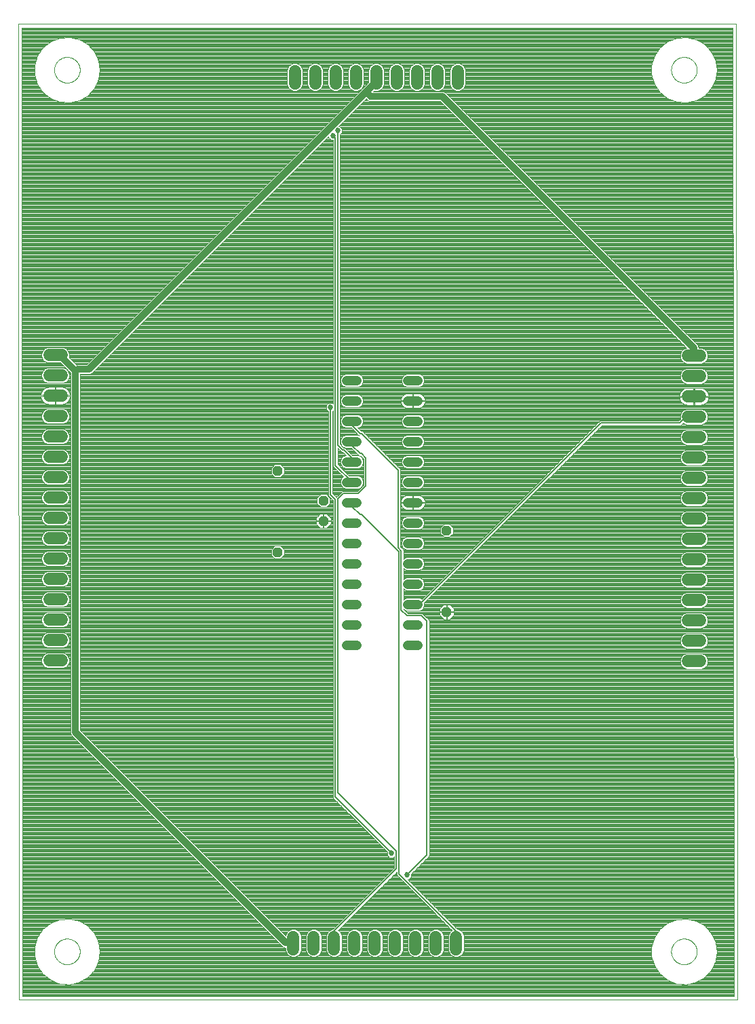
<source format=gbl>
G75*
%MOIN*%
%OFA0B0*%
%FSLAX25Y25*%
%IPPOS*%
%LPD*%
%AMOC8*
5,1,8,0,0,1.08239X$1,22.5*
%
%ADD10C,0.00000*%
%ADD11C,0.06000*%
%ADD12OC8,0.04800*%
%ADD13C,0.04800*%
%ADD14C,0.00600*%
%ADD15C,0.02700*%
%ADD16C,0.00400*%
%ADD17C,0.03200*%
D10*
X0001500Y0005137D02*
X0001000Y0484338D01*
X0353921Y0484338D01*
X0354421Y0005137D01*
X0001500Y0005137D01*
X0018823Y0028759D02*
X0018825Y0028917D01*
X0018831Y0029075D01*
X0018841Y0029233D01*
X0018855Y0029391D01*
X0018873Y0029548D01*
X0018894Y0029705D01*
X0018920Y0029861D01*
X0018950Y0030017D01*
X0018983Y0030172D01*
X0019021Y0030325D01*
X0019062Y0030478D01*
X0019107Y0030630D01*
X0019156Y0030781D01*
X0019209Y0030930D01*
X0019265Y0031078D01*
X0019325Y0031224D01*
X0019389Y0031369D01*
X0019457Y0031512D01*
X0019528Y0031654D01*
X0019602Y0031794D01*
X0019680Y0031931D01*
X0019762Y0032067D01*
X0019846Y0032201D01*
X0019935Y0032332D01*
X0020026Y0032461D01*
X0020121Y0032588D01*
X0020218Y0032713D01*
X0020319Y0032835D01*
X0020423Y0032954D01*
X0020530Y0033071D01*
X0020640Y0033185D01*
X0020753Y0033296D01*
X0020868Y0033405D01*
X0020986Y0033510D01*
X0021107Y0033612D01*
X0021230Y0033712D01*
X0021356Y0033808D01*
X0021484Y0033901D01*
X0021614Y0033991D01*
X0021747Y0034077D01*
X0021882Y0034161D01*
X0022018Y0034240D01*
X0022157Y0034317D01*
X0022298Y0034389D01*
X0022440Y0034459D01*
X0022584Y0034524D01*
X0022730Y0034586D01*
X0022877Y0034644D01*
X0023026Y0034699D01*
X0023176Y0034750D01*
X0023327Y0034797D01*
X0023479Y0034840D01*
X0023632Y0034879D01*
X0023787Y0034915D01*
X0023942Y0034946D01*
X0024098Y0034974D01*
X0024254Y0034998D01*
X0024411Y0035018D01*
X0024569Y0035034D01*
X0024726Y0035046D01*
X0024885Y0035054D01*
X0025043Y0035058D01*
X0025201Y0035058D01*
X0025359Y0035054D01*
X0025518Y0035046D01*
X0025675Y0035034D01*
X0025833Y0035018D01*
X0025990Y0034998D01*
X0026146Y0034974D01*
X0026302Y0034946D01*
X0026457Y0034915D01*
X0026612Y0034879D01*
X0026765Y0034840D01*
X0026917Y0034797D01*
X0027068Y0034750D01*
X0027218Y0034699D01*
X0027367Y0034644D01*
X0027514Y0034586D01*
X0027660Y0034524D01*
X0027804Y0034459D01*
X0027946Y0034389D01*
X0028087Y0034317D01*
X0028226Y0034240D01*
X0028362Y0034161D01*
X0028497Y0034077D01*
X0028630Y0033991D01*
X0028760Y0033901D01*
X0028888Y0033808D01*
X0029014Y0033712D01*
X0029137Y0033612D01*
X0029258Y0033510D01*
X0029376Y0033405D01*
X0029491Y0033296D01*
X0029604Y0033185D01*
X0029714Y0033071D01*
X0029821Y0032954D01*
X0029925Y0032835D01*
X0030026Y0032713D01*
X0030123Y0032588D01*
X0030218Y0032461D01*
X0030309Y0032332D01*
X0030398Y0032201D01*
X0030482Y0032067D01*
X0030564Y0031931D01*
X0030642Y0031794D01*
X0030716Y0031654D01*
X0030787Y0031512D01*
X0030855Y0031369D01*
X0030919Y0031224D01*
X0030979Y0031078D01*
X0031035Y0030930D01*
X0031088Y0030781D01*
X0031137Y0030630D01*
X0031182Y0030478D01*
X0031223Y0030325D01*
X0031261Y0030172D01*
X0031294Y0030017D01*
X0031324Y0029861D01*
X0031350Y0029705D01*
X0031371Y0029548D01*
X0031389Y0029391D01*
X0031403Y0029233D01*
X0031413Y0029075D01*
X0031419Y0028917D01*
X0031421Y0028759D01*
X0031419Y0028601D01*
X0031413Y0028443D01*
X0031403Y0028285D01*
X0031389Y0028127D01*
X0031371Y0027970D01*
X0031350Y0027813D01*
X0031324Y0027657D01*
X0031294Y0027501D01*
X0031261Y0027346D01*
X0031223Y0027193D01*
X0031182Y0027040D01*
X0031137Y0026888D01*
X0031088Y0026737D01*
X0031035Y0026588D01*
X0030979Y0026440D01*
X0030919Y0026294D01*
X0030855Y0026149D01*
X0030787Y0026006D01*
X0030716Y0025864D01*
X0030642Y0025724D01*
X0030564Y0025587D01*
X0030482Y0025451D01*
X0030398Y0025317D01*
X0030309Y0025186D01*
X0030218Y0025057D01*
X0030123Y0024930D01*
X0030026Y0024805D01*
X0029925Y0024683D01*
X0029821Y0024564D01*
X0029714Y0024447D01*
X0029604Y0024333D01*
X0029491Y0024222D01*
X0029376Y0024113D01*
X0029258Y0024008D01*
X0029137Y0023906D01*
X0029014Y0023806D01*
X0028888Y0023710D01*
X0028760Y0023617D01*
X0028630Y0023527D01*
X0028497Y0023441D01*
X0028362Y0023357D01*
X0028226Y0023278D01*
X0028087Y0023201D01*
X0027946Y0023129D01*
X0027804Y0023059D01*
X0027660Y0022994D01*
X0027514Y0022932D01*
X0027367Y0022874D01*
X0027218Y0022819D01*
X0027068Y0022768D01*
X0026917Y0022721D01*
X0026765Y0022678D01*
X0026612Y0022639D01*
X0026457Y0022603D01*
X0026302Y0022572D01*
X0026146Y0022544D01*
X0025990Y0022520D01*
X0025833Y0022500D01*
X0025675Y0022484D01*
X0025518Y0022472D01*
X0025359Y0022464D01*
X0025201Y0022460D01*
X0025043Y0022460D01*
X0024885Y0022464D01*
X0024726Y0022472D01*
X0024569Y0022484D01*
X0024411Y0022500D01*
X0024254Y0022520D01*
X0024098Y0022544D01*
X0023942Y0022572D01*
X0023787Y0022603D01*
X0023632Y0022639D01*
X0023479Y0022678D01*
X0023327Y0022721D01*
X0023176Y0022768D01*
X0023026Y0022819D01*
X0022877Y0022874D01*
X0022730Y0022932D01*
X0022584Y0022994D01*
X0022440Y0023059D01*
X0022298Y0023129D01*
X0022157Y0023201D01*
X0022018Y0023278D01*
X0021882Y0023357D01*
X0021747Y0023441D01*
X0021614Y0023527D01*
X0021484Y0023617D01*
X0021356Y0023710D01*
X0021230Y0023806D01*
X0021107Y0023906D01*
X0020986Y0024008D01*
X0020868Y0024113D01*
X0020753Y0024222D01*
X0020640Y0024333D01*
X0020530Y0024447D01*
X0020423Y0024564D01*
X0020319Y0024683D01*
X0020218Y0024805D01*
X0020121Y0024930D01*
X0020026Y0025057D01*
X0019935Y0025186D01*
X0019846Y0025317D01*
X0019762Y0025451D01*
X0019680Y0025587D01*
X0019602Y0025724D01*
X0019528Y0025864D01*
X0019457Y0026006D01*
X0019389Y0026149D01*
X0019325Y0026294D01*
X0019265Y0026440D01*
X0019209Y0026588D01*
X0019156Y0026737D01*
X0019107Y0026888D01*
X0019062Y0027040D01*
X0019021Y0027193D01*
X0018983Y0027346D01*
X0018950Y0027501D01*
X0018920Y0027657D01*
X0018894Y0027813D01*
X0018873Y0027970D01*
X0018855Y0028127D01*
X0018841Y0028285D01*
X0018831Y0028443D01*
X0018825Y0028601D01*
X0018823Y0028759D01*
X0321973Y0028759D02*
X0321975Y0028917D01*
X0321981Y0029075D01*
X0321991Y0029233D01*
X0322005Y0029391D01*
X0322023Y0029548D01*
X0322044Y0029705D01*
X0322070Y0029861D01*
X0322100Y0030017D01*
X0322133Y0030172D01*
X0322171Y0030325D01*
X0322212Y0030478D01*
X0322257Y0030630D01*
X0322306Y0030781D01*
X0322359Y0030930D01*
X0322415Y0031078D01*
X0322475Y0031224D01*
X0322539Y0031369D01*
X0322607Y0031512D01*
X0322678Y0031654D01*
X0322752Y0031794D01*
X0322830Y0031931D01*
X0322912Y0032067D01*
X0322996Y0032201D01*
X0323085Y0032332D01*
X0323176Y0032461D01*
X0323271Y0032588D01*
X0323368Y0032713D01*
X0323469Y0032835D01*
X0323573Y0032954D01*
X0323680Y0033071D01*
X0323790Y0033185D01*
X0323903Y0033296D01*
X0324018Y0033405D01*
X0324136Y0033510D01*
X0324257Y0033612D01*
X0324380Y0033712D01*
X0324506Y0033808D01*
X0324634Y0033901D01*
X0324764Y0033991D01*
X0324897Y0034077D01*
X0325032Y0034161D01*
X0325168Y0034240D01*
X0325307Y0034317D01*
X0325448Y0034389D01*
X0325590Y0034459D01*
X0325734Y0034524D01*
X0325880Y0034586D01*
X0326027Y0034644D01*
X0326176Y0034699D01*
X0326326Y0034750D01*
X0326477Y0034797D01*
X0326629Y0034840D01*
X0326782Y0034879D01*
X0326937Y0034915D01*
X0327092Y0034946D01*
X0327248Y0034974D01*
X0327404Y0034998D01*
X0327561Y0035018D01*
X0327719Y0035034D01*
X0327876Y0035046D01*
X0328035Y0035054D01*
X0328193Y0035058D01*
X0328351Y0035058D01*
X0328509Y0035054D01*
X0328668Y0035046D01*
X0328825Y0035034D01*
X0328983Y0035018D01*
X0329140Y0034998D01*
X0329296Y0034974D01*
X0329452Y0034946D01*
X0329607Y0034915D01*
X0329762Y0034879D01*
X0329915Y0034840D01*
X0330067Y0034797D01*
X0330218Y0034750D01*
X0330368Y0034699D01*
X0330517Y0034644D01*
X0330664Y0034586D01*
X0330810Y0034524D01*
X0330954Y0034459D01*
X0331096Y0034389D01*
X0331237Y0034317D01*
X0331376Y0034240D01*
X0331512Y0034161D01*
X0331647Y0034077D01*
X0331780Y0033991D01*
X0331910Y0033901D01*
X0332038Y0033808D01*
X0332164Y0033712D01*
X0332287Y0033612D01*
X0332408Y0033510D01*
X0332526Y0033405D01*
X0332641Y0033296D01*
X0332754Y0033185D01*
X0332864Y0033071D01*
X0332971Y0032954D01*
X0333075Y0032835D01*
X0333176Y0032713D01*
X0333273Y0032588D01*
X0333368Y0032461D01*
X0333459Y0032332D01*
X0333548Y0032201D01*
X0333632Y0032067D01*
X0333714Y0031931D01*
X0333792Y0031794D01*
X0333866Y0031654D01*
X0333937Y0031512D01*
X0334005Y0031369D01*
X0334069Y0031224D01*
X0334129Y0031078D01*
X0334185Y0030930D01*
X0334238Y0030781D01*
X0334287Y0030630D01*
X0334332Y0030478D01*
X0334373Y0030325D01*
X0334411Y0030172D01*
X0334444Y0030017D01*
X0334474Y0029861D01*
X0334500Y0029705D01*
X0334521Y0029548D01*
X0334539Y0029391D01*
X0334553Y0029233D01*
X0334563Y0029075D01*
X0334569Y0028917D01*
X0334571Y0028759D01*
X0334569Y0028601D01*
X0334563Y0028443D01*
X0334553Y0028285D01*
X0334539Y0028127D01*
X0334521Y0027970D01*
X0334500Y0027813D01*
X0334474Y0027657D01*
X0334444Y0027501D01*
X0334411Y0027346D01*
X0334373Y0027193D01*
X0334332Y0027040D01*
X0334287Y0026888D01*
X0334238Y0026737D01*
X0334185Y0026588D01*
X0334129Y0026440D01*
X0334069Y0026294D01*
X0334005Y0026149D01*
X0333937Y0026006D01*
X0333866Y0025864D01*
X0333792Y0025724D01*
X0333714Y0025587D01*
X0333632Y0025451D01*
X0333548Y0025317D01*
X0333459Y0025186D01*
X0333368Y0025057D01*
X0333273Y0024930D01*
X0333176Y0024805D01*
X0333075Y0024683D01*
X0332971Y0024564D01*
X0332864Y0024447D01*
X0332754Y0024333D01*
X0332641Y0024222D01*
X0332526Y0024113D01*
X0332408Y0024008D01*
X0332287Y0023906D01*
X0332164Y0023806D01*
X0332038Y0023710D01*
X0331910Y0023617D01*
X0331780Y0023527D01*
X0331647Y0023441D01*
X0331512Y0023357D01*
X0331376Y0023278D01*
X0331237Y0023201D01*
X0331096Y0023129D01*
X0330954Y0023059D01*
X0330810Y0022994D01*
X0330664Y0022932D01*
X0330517Y0022874D01*
X0330368Y0022819D01*
X0330218Y0022768D01*
X0330067Y0022721D01*
X0329915Y0022678D01*
X0329762Y0022639D01*
X0329607Y0022603D01*
X0329452Y0022572D01*
X0329296Y0022544D01*
X0329140Y0022520D01*
X0328983Y0022500D01*
X0328825Y0022484D01*
X0328668Y0022472D01*
X0328509Y0022464D01*
X0328351Y0022460D01*
X0328193Y0022460D01*
X0328035Y0022464D01*
X0327876Y0022472D01*
X0327719Y0022484D01*
X0327561Y0022500D01*
X0327404Y0022520D01*
X0327248Y0022544D01*
X0327092Y0022572D01*
X0326937Y0022603D01*
X0326782Y0022639D01*
X0326629Y0022678D01*
X0326477Y0022721D01*
X0326326Y0022768D01*
X0326176Y0022819D01*
X0326027Y0022874D01*
X0325880Y0022932D01*
X0325734Y0022994D01*
X0325590Y0023059D01*
X0325448Y0023129D01*
X0325307Y0023201D01*
X0325168Y0023278D01*
X0325032Y0023357D01*
X0324897Y0023441D01*
X0324764Y0023527D01*
X0324634Y0023617D01*
X0324506Y0023710D01*
X0324380Y0023806D01*
X0324257Y0023906D01*
X0324136Y0024008D01*
X0324018Y0024113D01*
X0323903Y0024222D01*
X0323790Y0024333D01*
X0323680Y0024447D01*
X0323573Y0024564D01*
X0323469Y0024683D01*
X0323368Y0024805D01*
X0323271Y0024930D01*
X0323176Y0025057D01*
X0323085Y0025186D01*
X0322996Y0025317D01*
X0322912Y0025451D01*
X0322830Y0025587D01*
X0322752Y0025724D01*
X0322678Y0025864D01*
X0322607Y0026006D01*
X0322539Y0026149D01*
X0322475Y0026294D01*
X0322415Y0026440D01*
X0322359Y0026588D01*
X0322306Y0026737D01*
X0322257Y0026888D01*
X0322212Y0027040D01*
X0322171Y0027193D01*
X0322133Y0027346D01*
X0322100Y0027501D01*
X0322070Y0027657D01*
X0322044Y0027813D01*
X0322023Y0027970D01*
X0322005Y0028127D01*
X0321991Y0028285D01*
X0321981Y0028443D01*
X0321975Y0028601D01*
X0321973Y0028759D01*
X0321973Y0461830D02*
X0321975Y0461988D01*
X0321981Y0462146D01*
X0321991Y0462304D01*
X0322005Y0462462D01*
X0322023Y0462619D01*
X0322044Y0462776D01*
X0322070Y0462932D01*
X0322100Y0463088D01*
X0322133Y0463243D01*
X0322171Y0463396D01*
X0322212Y0463549D01*
X0322257Y0463701D01*
X0322306Y0463852D01*
X0322359Y0464001D01*
X0322415Y0464149D01*
X0322475Y0464295D01*
X0322539Y0464440D01*
X0322607Y0464583D01*
X0322678Y0464725D01*
X0322752Y0464865D01*
X0322830Y0465002D01*
X0322912Y0465138D01*
X0322996Y0465272D01*
X0323085Y0465403D01*
X0323176Y0465532D01*
X0323271Y0465659D01*
X0323368Y0465784D01*
X0323469Y0465906D01*
X0323573Y0466025D01*
X0323680Y0466142D01*
X0323790Y0466256D01*
X0323903Y0466367D01*
X0324018Y0466476D01*
X0324136Y0466581D01*
X0324257Y0466683D01*
X0324380Y0466783D01*
X0324506Y0466879D01*
X0324634Y0466972D01*
X0324764Y0467062D01*
X0324897Y0467148D01*
X0325032Y0467232D01*
X0325168Y0467311D01*
X0325307Y0467388D01*
X0325448Y0467460D01*
X0325590Y0467530D01*
X0325734Y0467595D01*
X0325880Y0467657D01*
X0326027Y0467715D01*
X0326176Y0467770D01*
X0326326Y0467821D01*
X0326477Y0467868D01*
X0326629Y0467911D01*
X0326782Y0467950D01*
X0326937Y0467986D01*
X0327092Y0468017D01*
X0327248Y0468045D01*
X0327404Y0468069D01*
X0327561Y0468089D01*
X0327719Y0468105D01*
X0327876Y0468117D01*
X0328035Y0468125D01*
X0328193Y0468129D01*
X0328351Y0468129D01*
X0328509Y0468125D01*
X0328668Y0468117D01*
X0328825Y0468105D01*
X0328983Y0468089D01*
X0329140Y0468069D01*
X0329296Y0468045D01*
X0329452Y0468017D01*
X0329607Y0467986D01*
X0329762Y0467950D01*
X0329915Y0467911D01*
X0330067Y0467868D01*
X0330218Y0467821D01*
X0330368Y0467770D01*
X0330517Y0467715D01*
X0330664Y0467657D01*
X0330810Y0467595D01*
X0330954Y0467530D01*
X0331096Y0467460D01*
X0331237Y0467388D01*
X0331376Y0467311D01*
X0331512Y0467232D01*
X0331647Y0467148D01*
X0331780Y0467062D01*
X0331910Y0466972D01*
X0332038Y0466879D01*
X0332164Y0466783D01*
X0332287Y0466683D01*
X0332408Y0466581D01*
X0332526Y0466476D01*
X0332641Y0466367D01*
X0332754Y0466256D01*
X0332864Y0466142D01*
X0332971Y0466025D01*
X0333075Y0465906D01*
X0333176Y0465784D01*
X0333273Y0465659D01*
X0333368Y0465532D01*
X0333459Y0465403D01*
X0333548Y0465272D01*
X0333632Y0465138D01*
X0333714Y0465002D01*
X0333792Y0464865D01*
X0333866Y0464725D01*
X0333937Y0464583D01*
X0334005Y0464440D01*
X0334069Y0464295D01*
X0334129Y0464149D01*
X0334185Y0464001D01*
X0334238Y0463852D01*
X0334287Y0463701D01*
X0334332Y0463549D01*
X0334373Y0463396D01*
X0334411Y0463243D01*
X0334444Y0463088D01*
X0334474Y0462932D01*
X0334500Y0462776D01*
X0334521Y0462619D01*
X0334539Y0462462D01*
X0334553Y0462304D01*
X0334563Y0462146D01*
X0334569Y0461988D01*
X0334571Y0461830D01*
X0334569Y0461672D01*
X0334563Y0461514D01*
X0334553Y0461356D01*
X0334539Y0461198D01*
X0334521Y0461041D01*
X0334500Y0460884D01*
X0334474Y0460728D01*
X0334444Y0460572D01*
X0334411Y0460417D01*
X0334373Y0460264D01*
X0334332Y0460111D01*
X0334287Y0459959D01*
X0334238Y0459808D01*
X0334185Y0459659D01*
X0334129Y0459511D01*
X0334069Y0459365D01*
X0334005Y0459220D01*
X0333937Y0459077D01*
X0333866Y0458935D01*
X0333792Y0458795D01*
X0333714Y0458658D01*
X0333632Y0458522D01*
X0333548Y0458388D01*
X0333459Y0458257D01*
X0333368Y0458128D01*
X0333273Y0458001D01*
X0333176Y0457876D01*
X0333075Y0457754D01*
X0332971Y0457635D01*
X0332864Y0457518D01*
X0332754Y0457404D01*
X0332641Y0457293D01*
X0332526Y0457184D01*
X0332408Y0457079D01*
X0332287Y0456977D01*
X0332164Y0456877D01*
X0332038Y0456781D01*
X0331910Y0456688D01*
X0331780Y0456598D01*
X0331647Y0456512D01*
X0331512Y0456428D01*
X0331376Y0456349D01*
X0331237Y0456272D01*
X0331096Y0456200D01*
X0330954Y0456130D01*
X0330810Y0456065D01*
X0330664Y0456003D01*
X0330517Y0455945D01*
X0330368Y0455890D01*
X0330218Y0455839D01*
X0330067Y0455792D01*
X0329915Y0455749D01*
X0329762Y0455710D01*
X0329607Y0455674D01*
X0329452Y0455643D01*
X0329296Y0455615D01*
X0329140Y0455591D01*
X0328983Y0455571D01*
X0328825Y0455555D01*
X0328668Y0455543D01*
X0328509Y0455535D01*
X0328351Y0455531D01*
X0328193Y0455531D01*
X0328035Y0455535D01*
X0327876Y0455543D01*
X0327719Y0455555D01*
X0327561Y0455571D01*
X0327404Y0455591D01*
X0327248Y0455615D01*
X0327092Y0455643D01*
X0326937Y0455674D01*
X0326782Y0455710D01*
X0326629Y0455749D01*
X0326477Y0455792D01*
X0326326Y0455839D01*
X0326176Y0455890D01*
X0326027Y0455945D01*
X0325880Y0456003D01*
X0325734Y0456065D01*
X0325590Y0456130D01*
X0325448Y0456200D01*
X0325307Y0456272D01*
X0325168Y0456349D01*
X0325032Y0456428D01*
X0324897Y0456512D01*
X0324764Y0456598D01*
X0324634Y0456688D01*
X0324506Y0456781D01*
X0324380Y0456877D01*
X0324257Y0456977D01*
X0324136Y0457079D01*
X0324018Y0457184D01*
X0323903Y0457293D01*
X0323790Y0457404D01*
X0323680Y0457518D01*
X0323573Y0457635D01*
X0323469Y0457754D01*
X0323368Y0457876D01*
X0323271Y0458001D01*
X0323176Y0458128D01*
X0323085Y0458257D01*
X0322996Y0458388D01*
X0322912Y0458522D01*
X0322830Y0458658D01*
X0322752Y0458795D01*
X0322678Y0458935D01*
X0322607Y0459077D01*
X0322539Y0459220D01*
X0322475Y0459365D01*
X0322415Y0459511D01*
X0322359Y0459659D01*
X0322306Y0459808D01*
X0322257Y0459959D01*
X0322212Y0460111D01*
X0322171Y0460264D01*
X0322133Y0460417D01*
X0322100Y0460572D01*
X0322070Y0460728D01*
X0322044Y0460884D01*
X0322023Y0461041D01*
X0322005Y0461198D01*
X0321991Y0461356D01*
X0321981Y0461514D01*
X0321975Y0461672D01*
X0321973Y0461830D01*
X0018823Y0461830D02*
X0018825Y0461988D01*
X0018831Y0462146D01*
X0018841Y0462304D01*
X0018855Y0462462D01*
X0018873Y0462619D01*
X0018894Y0462776D01*
X0018920Y0462932D01*
X0018950Y0463088D01*
X0018983Y0463243D01*
X0019021Y0463396D01*
X0019062Y0463549D01*
X0019107Y0463701D01*
X0019156Y0463852D01*
X0019209Y0464001D01*
X0019265Y0464149D01*
X0019325Y0464295D01*
X0019389Y0464440D01*
X0019457Y0464583D01*
X0019528Y0464725D01*
X0019602Y0464865D01*
X0019680Y0465002D01*
X0019762Y0465138D01*
X0019846Y0465272D01*
X0019935Y0465403D01*
X0020026Y0465532D01*
X0020121Y0465659D01*
X0020218Y0465784D01*
X0020319Y0465906D01*
X0020423Y0466025D01*
X0020530Y0466142D01*
X0020640Y0466256D01*
X0020753Y0466367D01*
X0020868Y0466476D01*
X0020986Y0466581D01*
X0021107Y0466683D01*
X0021230Y0466783D01*
X0021356Y0466879D01*
X0021484Y0466972D01*
X0021614Y0467062D01*
X0021747Y0467148D01*
X0021882Y0467232D01*
X0022018Y0467311D01*
X0022157Y0467388D01*
X0022298Y0467460D01*
X0022440Y0467530D01*
X0022584Y0467595D01*
X0022730Y0467657D01*
X0022877Y0467715D01*
X0023026Y0467770D01*
X0023176Y0467821D01*
X0023327Y0467868D01*
X0023479Y0467911D01*
X0023632Y0467950D01*
X0023787Y0467986D01*
X0023942Y0468017D01*
X0024098Y0468045D01*
X0024254Y0468069D01*
X0024411Y0468089D01*
X0024569Y0468105D01*
X0024726Y0468117D01*
X0024885Y0468125D01*
X0025043Y0468129D01*
X0025201Y0468129D01*
X0025359Y0468125D01*
X0025518Y0468117D01*
X0025675Y0468105D01*
X0025833Y0468089D01*
X0025990Y0468069D01*
X0026146Y0468045D01*
X0026302Y0468017D01*
X0026457Y0467986D01*
X0026612Y0467950D01*
X0026765Y0467911D01*
X0026917Y0467868D01*
X0027068Y0467821D01*
X0027218Y0467770D01*
X0027367Y0467715D01*
X0027514Y0467657D01*
X0027660Y0467595D01*
X0027804Y0467530D01*
X0027946Y0467460D01*
X0028087Y0467388D01*
X0028226Y0467311D01*
X0028362Y0467232D01*
X0028497Y0467148D01*
X0028630Y0467062D01*
X0028760Y0466972D01*
X0028888Y0466879D01*
X0029014Y0466783D01*
X0029137Y0466683D01*
X0029258Y0466581D01*
X0029376Y0466476D01*
X0029491Y0466367D01*
X0029604Y0466256D01*
X0029714Y0466142D01*
X0029821Y0466025D01*
X0029925Y0465906D01*
X0030026Y0465784D01*
X0030123Y0465659D01*
X0030218Y0465532D01*
X0030309Y0465403D01*
X0030398Y0465272D01*
X0030482Y0465138D01*
X0030564Y0465002D01*
X0030642Y0464865D01*
X0030716Y0464725D01*
X0030787Y0464583D01*
X0030855Y0464440D01*
X0030919Y0464295D01*
X0030979Y0464149D01*
X0031035Y0464001D01*
X0031088Y0463852D01*
X0031137Y0463701D01*
X0031182Y0463549D01*
X0031223Y0463396D01*
X0031261Y0463243D01*
X0031294Y0463088D01*
X0031324Y0462932D01*
X0031350Y0462776D01*
X0031371Y0462619D01*
X0031389Y0462462D01*
X0031403Y0462304D01*
X0031413Y0462146D01*
X0031419Y0461988D01*
X0031421Y0461830D01*
X0031419Y0461672D01*
X0031413Y0461514D01*
X0031403Y0461356D01*
X0031389Y0461198D01*
X0031371Y0461041D01*
X0031350Y0460884D01*
X0031324Y0460728D01*
X0031294Y0460572D01*
X0031261Y0460417D01*
X0031223Y0460264D01*
X0031182Y0460111D01*
X0031137Y0459959D01*
X0031088Y0459808D01*
X0031035Y0459659D01*
X0030979Y0459511D01*
X0030919Y0459365D01*
X0030855Y0459220D01*
X0030787Y0459077D01*
X0030716Y0458935D01*
X0030642Y0458795D01*
X0030564Y0458658D01*
X0030482Y0458522D01*
X0030398Y0458388D01*
X0030309Y0458257D01*
X0030218Y0458128D01*
X0030123Y0458001D01*
X0030026Y0457876D01*
X0029925Y0457754D01*
X0029821Y0457635D01*
X0029714Y0457518D01*
X0029604Y0457404D01*
X0029491Y0457293D01*
X0029376Y0457184D01*
X0029258Y0457079D01*
X0029137Y0456977D01*
X0029014Y0456877D01*
X0028888Y0456781D01*
X0028760Y0456688D01*
X0028630Y0456598D01*
X0028497Y0456512D01*
X0028362Y0456428D01*
X0028226Y0456349D01*
X0028087Y0456272D01*
X0027946Y0456200D01*
X0027804Y0456130D01*
X0027660Y0456065D01*
X0027514Y0456003D01*
X0027367Y0455945D01*
X0027218Y0455890D01*
X0027068Y0455839D01*
X0026917Y0455792D01*
X0026765Y0455749D01*
X0026612Y0455710D01*
X0026457Y0455674D01*
X0026302Y0455643D01*
X0026146Y0455615D01*
X0025990Y0455591D01*
X0025833Y0455571D01*
X0025675Y0455555D01*
X0025518Y0455543D01*
X0025359Y0455535D01*
X0025201Y0455531D01*
X0025043Y0455531D01*
X0024885Y0455535D01*
X0024726Y0455543D01*
X0024569Y0455555D01*
X0024411Y0455571D01*
X0024254Y0455591D01*
X0024098Y0455615D01*
X0023942Y0455643D01*
X0023787Y0455674D01*
X0023632Y0455710D01*
X0023479Y0455749D01*
X0023327Y0455792D01*
X0023176Y0455839D01*
X0023026Y0455890D01*
X0022877Y0455945D01*
X0022730Y0456003D01*
X0022584Y0456065D01*
X0022440Y0456130D01*
X0022298Y0456200D01*
X0022157Y0456272D01*
X0022018Y0456349D01*
X0021882Y0456428D01*
X0021747Y0456512D01*
X0021614Y0456598D01*
X0021484Y0456688D01*
X0021356Y0456781D01*
X0021230Y0456877D01*
X0021107Y0456977D01*
X0020986Y0457079D01*
X0020868Y0457184D01*
X0020753Y0457293D01*
X0020640Y0457404D01*
X0020530Y0457518D01*
X0020423Y0457635D01*
X0020319Y0457754D01*
X0020218Y0457876D01*
X0020121Y0458001D01*
X0020026Y0458128D01*
X0019935Y0458257D01*
X0019846Y0458388D01*
X0019762Y0458522D01*
X0019680Y0458658D01*
X0019602Y0458795D01*
X0019528Y0458935D01*
X0019457Y0459077D01*
X0019389Y0459220D01*
X0019325Y0459365D01*
X0019265Y0459511D01*
X0019209Y0459659D01*
X0019156Y0459808D01*
X0019107Y0459959D01*
X0019062Y0460111D01*
X0019021Y0460264D01*
X0018983Y0460417D01*
X0018950Y0460572D01*
X0018920Y0460728D01*
X0018894Y0460884D01*
X0018873Y0461041D01*
X0018855Y0461198D01*
X0018841Y0461356D01*
X0018831Y0461514D01*
X0018825Y0461672D01*
X0018823Y0461830D01*
D11*
X0016374Y0321791D02*
X0022374Y0321791D01*
X0022374Y0311791D02*
X0016374Y0311791D01*
X0016374Y0301791D02*
X0022374Y0301791D01*
X0022374Y0291791D02*
X0016374Y0291791D01*
X0016374Y0281791D02*
X0022374Y0281791D01*
X0022374Y0271791D02*
X0016374Y0271791D01*
X0016374Y0261791D02*
X0022374Y0261791D01*
X0022374Y0251791D02*
X0016374Y0251791D01*
X0016374Y0241791D02*
X0022374Y0241791D01*
X0022374Y0231791D02*
X0016374Y0231791D01*
X0016374Y0221791D02*
X0022374Y0221791D01*
X0022374Y0211791D02*
X0016374Y0211791D01*
X0016374Y0201791D02*
X0022374Y0201791D01*
X0022374Y0191791D02*
X0016374Y0191791D01*
X0016374Y0181791D02*
X0022374Y0181791D01*
X0022374Y0171791D02*
X0016374Y0171791D01*
X0136303Y0035932D02*
X0136303Y0029932D01*
X0146303Y0029932D02*
X0146303Y0035932D01*
X0156303Y0035932D02*
X0156303Y0029932D01*
X0166303Y0029932D02*
X0166303Y0035932D01*
X0176303Y0035932D02*
X0176303Y0029932D01*
X0186303Y0029932D02*
X0186303Y0035932D01*
X0196303Y0035932D02*
X0196303Y0029932D01*
X0206303Y0029932D02*
X0206303Y0035932D01*
X0216303Y0035932D02*
X0216303Y0029932D01*
X0330154Y0171436D02*
X0336154Y0171436D01*
X0336154Y0181436D02*
X0330154Y0181436D01*
X0330154Y0191436D02*
X0336154Y0191436D01*
X0336154Y0201436D02*
X0330154Y0201436D01*
X0330154Y0211436D02*
X0336154Y0211436D01*
X0336154Y0221436D02*
X0330154Y0221436D01*
X0330154Y0231436D02*
X0336154Y0231436D01*
X0336154Y0241436D02*
X0330154Y0241436D01*
X0330154Y0251436D02*
X0336154Y0251436D01*
X0336154Y0261436D02*
X0330154Y0261436D01*
X0330154Y0271436D02*
X0336154Y0271436D01*
X0336154Y0281436D02*
X0330154Y0281436D01*
X0330154Y0291436D02*
X0336154Y0291436D01*
X0336154Y0301436D02*
X0330154Y0301436D01*
X0330154Y0311436D02*
X0336154Y0311436D01*
X0336154Y0321436D02*
X0330154Y0321436D01*
X0217091Y0455247D02*
X0217091Y0461247D01*
X0207091Y0461247D02*
X0207091Y0455247D01*
X0197091Y0455247D02*
X0197091Y0461247D01*
X0187091Y0461247D02*
X0187091Y0455247D01*
X0177091Y0455247D02*
X0177091Y0461247D01*
X0167091Y0461247D02*
X0167091Y0455247D01*
X0157091Y0455247D02*
X0157091Y0461247D01*
X0147091Y0461247D02*
X0147091Y0455247D01*
X0137091Y0455247D02*
X0137091Y0461247D01*
D12*
X0128547Y0264940D03*
X0151106Y0250294D03*
X0151106Y0240294D03*
X0128547Y0224940D03*
X0211657Y0235570D03*
X0211657Y0195570D03*
D13*
X0197443Y0199310D02*
X0192643Y0199310D01*
X0192643Y0189310D02*
X0197443Y0189310D01*
X0197443Y0179310D02*
X0192643Y0179310D01*
X0167443Y0179310D02*
X0162643Y0179310D01*
X0162643Y0189310D02*
X0167443Y0189310D01*
X0167443Y0199310D02*
X0162643Y0199310D01*
X0162643Y0209310D02*
X0167443Y0209310D01*
X0167443Y0219310D02*
X0162643Y0219310D01*
X0162643Y0229310D02*
X0167443Y0229310D01*
X0167443Y0239310D02*
X0162643Y0239310D01*
X0162643Y0249310D02*
X0167443Y0249310D01*
X0167443Y0259310D02*
X0162643Y0259310D01*
X0162643Y0269310D02*
X0167443Y0269310D01*
X0167443Y0279310D02*
X0162643Y0279310D01*
X0162643Y0289310D02*
X0167443Y0289310D01*
X0167443Y0299310D02*
X0162643Y0299310D01*
X0162643Y0309310D02*
X0167443Y0309310D01*
X0192643Y0309310D02*
X0197443Y0309310D01*
X0197443Y0299310D02*
X0192643Y0299310D01*
X0192643Y0289310D02*
X0197443Y0289310D01*
X0197443Y0279310D02*
X0192643Y0279310D01*
X0192643Y0269310D02*
X0197443Y0269310D01*
X0197443Y0259310D02*
X0192643Y0259310D01*
X0192643Y0249310D02*
X0197443Y0249310D01*
X0197443Y0239310D02*
X0192643Y0239310D01*
X0192643Y0229310D02*
X0197443Y0229310D01*
X0197443Y0219310D02*
X0192643Y0219310D01*
X0192643Y0209310D02*
X0197443Y0209310D01*
D14*
X0198600Y0199537D02*
X0195300Y0199537D01*
X0195043Y0199310D01*
X0198600Y0199537D02*
X0287400Y0288337D01*
X0326100Y0288337D01*
X0327900Y0290137D01*
X0331800Y0290137D01*
X0333000Y0291337D01*
X0333154Y0291436D01*
X0201900Y0191137D02*
X0201900Y0076237D01*
X0192000Y0066337D01*
X0188100Y0066937D02*
X0216300Y0038737D01*
X0216300Y0033037D01*
X0216303Y0032932D01*
X0188100Y0066937D02*
X0188100Y0225037D01*
X0169800Y0243337D01*
X0169200Y0243337D01*
X0165300Y0247237D01*
X0165300Y0249037D01*
X0165043Y0249310D01*
X0168300Y0253837D02*
X0160800Y0253837D01*
X0158100Y0251137D01*
X0158100Y0106837D01*
X0186900Y0078037D01*
X0186900Y0069337D01*
X0156300Y0038737D01*
X0156300Y0033037D01*
X0156303Y0032932D01*
X0184500Y0077137D02*
X0156900Y0104737D01*
X0156900Y0250837D01*
X0154500Y0253237D01*
X0154500Y0296137D01*
X0165043Y0289310D02*
X0165300Y0289237D01*
X0165300Y0287137D01*
X0169200Y0283237D01*
X0169800Y0283237D01*
X0187800Y0265237D01*
X0187800Y0227137D01*
X0189300Y0225637D01*
X0189300Y0196537D01*
X0192000Y0193837D01*
X0199200Y0193837D01*
X0201900Y0191137D01*
X0168300Y0253837D02*
X0171900Y0257437D01*
X0171900Y0271237D01*
X0169800Y0273337D01*
X0169200Y0273337D01*
X0165300Y0277237D01*
X0165300Y0279037D01*
X0165043Y0279310D01*
X0161100Y0275137D02*
X0160500Y0275137D01*
X0158100Y0277537D01*
X0158100Y0432037D01*
X0155700Y0429637D02*
X0156900Y0428437D01*
X0156900Y0267637D01*
X0165000Y0259537D01*
X0165043Y0259310D01*
X0165043Y0269310D02*
X0165000Y0269437D01*
X0165000Y0271237D01*
X0161100Y0275137D01*
D15*
X0154500Y0296137D03*
X0155700Y0429637D03*
X0158100Y0432037D03*
X0184500Y0077137D03*
X0192000Y0066337D03*
D16*
X0193617Y0064914D02*
X0352659Y0064914D01*
X0352658Y0065312D02*
X0194016Y0065312D01*
X0194150Y0065446D02*
X0194150Y0066931D01*
X0203000Y0075781D01*
X0203000Y0191593D01*
X0202356Y0192237D01*
X0199656Y0194937D01*
X0192456Y0194937D01*
X0190400Y0196993D01*
X0190400Y0197028D01*
X0190831Y0196597D01*
X0192007Y0196110D01*
X0198080Y0196110D01*
X0199256Y0196597D01*
X0200156Y0197498D01*
X0200643Y0198674D01*
X0200643Y0199947D01*
X0200620Y0200002D01*
X0287856Y0287237D01*
X0326556Y0287237D01*
X0327767Y0288449D01*
X0328001Y0288215D01*
X0329398Y0287636D01*
X0336909Y0287636D01*
X0338306Y0288215D01*
X0339375Y0289284D01*
X0339954Y0290680D01*
X0339954Y0292192D01*
X0339375Y0293589D01*
X0338306Y0294658D01*
X0336909Y0295236D01*
X0329398Y0295236D01*
X0328001Y0294658D01*
X0326932Y0293589D01*
X0326354Y0292192D01*
X0326354Y0290680D01*
X0326510Y0290303D01*
X0325644Y0289437D01*
X0286944Y0289437D01*
X0286300Y0288793D01*
X0199393Y0201886D01*
X0199256Y0202023D01*
X0198080Y0202510D01*
X0192007Y0202510D01*
X0190831Y0202023D01*
X0190400Y0201592D01*
X0190400Y0207028D01*
X0190831Y0206597D01*
X0192007Y0206110D01*
X0198080Y0206110D01*
X0199256Y0206597D01*
X0200156Y0207498D01*
X0200643Y0208674D01*
X0200643Y0209947D01*
X0200156Y0211123D01*
X0199256Y0212023D01*
X0198080Y0212510D01*
X0192007Y0212510D01*
X0190831Y0212023D01*
X0190400Y0211592D01*
X0190400Y0217028D01*
X0190831Y0216597D01*
X0192007Y0216110D01*
X0198080Y0216110D01*
X0199256Y0216597D01*
X0200156Y0217498D01*
X0200643Y0218674D01*
X0200643Y0219947D01*
X0200156Y0221123D01*
X0199256Y0222023D01*
X0198080Y0222510D01*
X0192007Y0222510D01*
X0190831Y0222023D01*
X0190400Y0221592D01*
X0190400Y0226093D01*
X0189756Y0226737D01*
X0188900Y0227593D01*
X0188900Y0265693D01*
X0188256Y0266337D01*
X0188256Y0266337D01*
X0170256Y0284337D01*
X0169656Y0284337D01*
X0167882Y0286110D01*
X0168080Y0286110D01*
X0169256Y0286597D01*
X0170156Y0287498D01*
X0170643Y0288674D01*
X0170643Y0289947D01*
X0170156Y0291123D01*
X0169256Y0292023D01*
X0168080Y0292510D01*
X0162007Y0292510D01*
X0160831Y0292023D01*
X0159930Y0291123D01*
X0159443Y0289947D01*
X0159443Y0288674D01*
X0159930Y0287498D01*
X0160831Y0286597D01*
X0162007Y0286110D01*
X0164771Y0286110D01*
X0168577Y0282304D01*
X0168080Y0282510D01*
X0162007Y0282510D01*
X0160831Y0282023D01*
X0159930Y0281123D01*
X0159443Y0279947D01*
X0159443Y0278674D01*
X0159930Y0277498D01*
X0160831Y0276597D01*
X0162007Y0276110D01*
X0164871Y0276110D01*
X0168100Y0272881D01*
X0168744Y0272237D01*
X0169344Y0272237D01*
X0170800Y0270781D01*
X0170800Y0257893D01*
X0167844Y0254937D01*
X0160344Y0254937D01*
X0157644Y0252237D01*
X0157350Y0251943D01*
X0155600Y0253693D01*
X0155600Y0294196D01*
X0155800Y0294396D01*
X0155800Y0267181D01*
X0156444Y0266537D01*
X0160921Y0262060D01*
X0160831Y0262023D01*
X0159930Y0261123D01*
X0159443Y0259947D01*
X0159443Y0258674D01*
X0159930Y0257498D01*
X0160831Y0256597D01*
X0162007Y0256110D01*
X0168080Y0256110D01*
X0169256Y0256597D01*
X0170156Y0257498D01*
X0170643Y0258674D01*
X0170643Y0259947D01*
X0170156Y0261123D01*
X0169256Y0262023D01*
X0168080Y0262510D01*
X0163582Y0262510D01*
X0158000Y0268093D01*
X0158000Y0276081D01*
X0160044Y0274037D01*
X0160644Y0274037D01*
X0162171Y0272510D01*
X0162007Y0272510D01*
X0160831Y0272023D01*
X0159930Y0271123D01*
X0159443Y0269947D01*
X0159443Y0268674D01*
X0159930Y0267498D01*
X0160831Y0266597D01*
X0162007Y0266110D01*
X0168080Y0266110D01*
X0169256Y0266597D01*
X0170156Y0267498D01*
X0170643Y0268674D01*
X0170643Y0269947D01*
X0170156Y0271123D01*
X0169256Y0272023D01*
X0168080Y0272510D01*
X0165282Y0272510D01*
X0162200Y0275593D01*
X0161556Y0276237D01*
X0160956Y0276237D01*
X0159200Y0277993D01*
X0159200Y0430096D01*
X0160250Y0431146D01*
X0160250Y0432928D01*
X0158991Y0434187D01*
X0158544Y0434187D01*
X0172050Y0447693D01*
X0172941Y0446802D01*
X0173823Y0446437D01*
X0208406Y0446437D01*
X0329607Y0325236D01*
X0329398Y0325236D01*
X0328001Y0324658D01*
X0326932Y0323589D01*
X0326354Y0322192D01*
X0326354Y0320680D01*
X0326932Y0319284D01*
X0328001Y0318215D01*
X0329398Y0317636D01*
X0336909Y0317636D01*
X0338306Y0318215D01*
X0339375Y0319284D01*
X0339954Y0320680D01*
X0339954Y0322192D01*
X0339375Y0323589D01*
X0338306Y0324658D01*
X0336909Y0325236D01*
X0335400Y0325236D01*
X0335400Y0325714D01*
X0335035Y0326596D01*
X0211435Y0450196D01*
X0210759Y0450872D01*
X0209877Y0451237D01*
X0175594Y0451237D01*
X0175960Y0451603D01*
X0176335Y0451447D01*
X0177846Y0451447D01*
X0179243Y0452026D01*
X0180312Y0453095D01*
X0180891Y0454491D01*
X0180891Y0462003D01*
X0180312Y0463400D01*
X0179243Y0464469D01*
X0177846Y0465047D01*
X0176335Y0465047D01*
X0174938Y0464469D01*
X0173869Y0463400D01*
X0173291Y0462003D01*
X0173291Y0455722D01*
X0170691Y0453122D01*
X0170691Y0453122D01*
X0170015Y0452446D01*
X0034706Y0317137D01*
X0030615Y0317137D01*
X0030152Y0317143D01*
X0030138Y0317137D01*
X0030123Y0317137D01*
X0029695Y0316960D01*
X0029678Y0316953D01*
X0026005Y0320626D01*
X0026174Y0321035D01*
X0026174Y0322546D01*
X0025595Y0323943D01*
X0024527Y0325012D01*
X0023130Y0325591D01*
X0015618Y0325591D01*
X0014221Y0325012D01*
X0013153Y0323943D01*
X0012574Y0322546D01*
X0012574Y0321035D01*
X0013153Y0319638D01*
X0014221Y0318569D01*
X0015618Y0317991D01*
X0021852Y0317991D01*
X0026700Y0313143D01*
X0026700Y0136060D01*
X0027065Y0135178D01*
X0027741Y0134502D01*
X0131241Y0031002D01*
X0132123Y0030637D01*
X0132503Y0030637D01*
X0132503Y0029176D01*
X0133082Y0027780D01*
X0134151Y0026711D01*
X0135547Y0026132D01*
X0137059Y0026132D01*
X0138456Y0026711D01*
X0139525Y0027780D01*
X0140103Y0029176D01*
X0140103Y0036688D01*
X0139525Y0038085D01*
X0138456Y0039154D01*
X0137059Y0039732D01*
X0135547Y0039732D01*
X0134151Y0039154D01*
X0133082Y0038085D01*
X0132503Y0036688D01*
X0132503Y0036528D01*
X0031500Y0137531D01*
X0031500Y0312337D01*
X0036177Y0312337D01*
X0037059Y0312702D01*
X0037735Y0313378D01*
X0153550Y0429193D01*
X0153550Y0428746D01*
X0154809Y0427487D01*
X0155800Y0427487D01*
X0155800Y0297878D01*
X0155391Y0298287D01*
X0153609Y0298287D01*
X0152350Y0297028D01*
X0152350Y0295246D01*
X0153400Y0294196D01*
X0153400Y0252781D01*
X0155800Y0250381D01*
X0155800Y0104281D01*
X0182350Y0077731D01*
X0182350Y0076246D01*
X0183609Y0074987D01*
X0185391Y0074987D01*
X0185800Y0075396D01*
X0185800Y0069793D01*
X0155844Y0039837D01*
X0155740Y0039732D01*
X0155547Y0039732D01*
X0154151Y0039154D01*
X0153082Y0038085D01*
X0152503Y0036688D01*
X0152503Y0029176D01*
X0153082Y0027780D01*
X0154151Y0026711D01*
X0155547Y0026132D01*
X0157059Y0026132D01*
X0158456Y0026711D01*
X0159525Y0027780D01*
X0160103Y0029176D01*
X0160103Y0036688D01*
X0159525Y0038085D01*
X0158456Y0039154D01*
X0158326Y0039207D01*
X0187000Y0067881D01*
X0187000Y0066481D01*
X0214276Y0039206D01*
X0214151Y0039154D01*
X0213082Y0038085D01*
X0212503Y0036688D01*
X0212503Y0029176D01*
X0213082Y0027780D01*
X0214151Y0026711D01*
X0215547Y0026132D01*
X0217059Y0026132D01*
X0218456Y0026711D01*
X0219525Y0027780D01*
X0220103Y0029176D01*
X0220103Y0036688D01*
X0219525Y0038085D01*
X0218456Y0039154D01*
X0217059Y0039732D01*
X0216860Y0039732D01*
X0216756Y0039837D01*
X0192406Y0064187D01*
X0192891Y0064187D01*
X0194150Y0065446D01*
X0194150Y0065711D02*
X0352658Y0065711D01*
X0352658Y0066109D02*
X0194150Y0066109D01*
X0194150Y0066508D02*
X0352657Y0066508D01*
X0352657Y0066906D02*
X0194150Y0066906D01*
X0194523Y0067305D02*
X0352656Y0067305D01*
X0352656Y0067703D02*
X0194922Y0067703D01*
X0195320Y0068102D02*
X0352656Y0068102D01*
X0352655Y0068500D02*
X0195719Y0068500D01*
X0196117Y0068899D02*
X0352655Y0068899D01*
X0352654Y0069297D02*
X0196516Y0069297D01*
X0196914Y0069696D02*
X0352654Y0069696D01*
X0352653Y0070094D02*
X0197313Y0070094D01*
X0197711Y0070493D02*
X0352653Y0070493D01*
X0352653Y0070891D02*
X0198110Y0070891D01*
X0198509Y0071290D02*
X0352652Y0071290D01*
X0352652Y0071688D02*
X0198907Y0071688D01*
X0199306Y0072087D02*
X0352651Y0072087D01*
X0352651Y0072485D02*
X0199704Y0072485D01*
X0200103Y0072884D02*
X0352651Y0072884D01*
X0352650Y0073282D02*
X0200501Y0073282D01*
X0200900Y0073681D02*
X0352650Y0073681D01*
X0352649Y0074079D02*
X0201298Y0074079D01*
X0201697Y0074478D02*
X0352649Y0074478D01*
X0352648Y0074876D02*
X0202095Y0074876D01*
X0202494Y0075275D02*
X0352648Y0075275D01*
X0352648Y0075674D02*
X0202892Y0075674D01*
X0203000Y0076072D02*
X0352647Y0076072D01*
X0352647Y0076471D02*
X0203000Y0076471D01*
X0203000Y0076869D02*
X0352646Y0076869D01*
X0352646Y0077268D02*
X0203000Y0077268D01*
X0203000Y0077666D02*
X0352646Y0077666D01*
X0352645Y0078065D02*
X0203000Y0078065D01*
X0203000Y0078463D02*
X0352645Y0078463D01*
X0352644Y0078862D02*
X0203000Y0078862D01*
X0203000Y0079260D02*
X0352644Y0079260D01*
X0352644Y0079659D02*
X0203000Y0079659D01*
X0203000Y0080057D02*
X0352643Y0080057D01*
X0352643Y0080456D02*
X0203000Y0080456D01*
X0203000Y0080854D02*
X0352642Y0080854D01*
X0352642Y0081253D02*
X0203000Y0081253D01*
X0203000Y0081651D02*
X0352641Y0081651D01*
X0352641Y0082050D02*
X0203000Y0082050D01*
X0203000Y0082448D02*
X0352641Y0082448D01*
X0352640Y0082847D02*
X0203000Y0082847D01*
X0203000Y0083245D02*
X0352640Y0083245D01*
X0352639Y0083644D02*
X0203000Y0083644D01*
X0203000Y0084042D02*
X0352639Y0084042D01*
X0352639Y0084441D02*
X0203000Y0084441D01*
X0203000Y0084839D02*
X0352638Y0084839D01*
X0352638Y0085238D02*
X0203000Y0085238D01*
X0203000Y0085636D02*
X0352637Y0085636D01*
X0352637Y0086035D02*
X0203000Y0086035D01*
X0203000Y0086433D02*
X0352636Y0086433D01*
X0352636Y0086832D02*
X0203000Y0086832D01*
X0203000Y0087230D02*
X0352636Y0087230D01*
X0352635Y0087629D02*
X0203000Y0087629D01*
X0203000Y0088027D02*
X0352635Y0088027D01*
X0352634Y0088426D02*
X0203000Y0088426D01*
X0203000Y0088824D02*
X0352634Y0088824D01*
X0352634Y0089223D02*
X0203000Y0089223D01*
X0203000Y0089621D02*
X0352633Y0089621D01*
X0352633Y0090020D02*
X0203000Y0090020D01*
X0203000Y0090418D02*
X0352632Y0090418D01*
X0352632Y0090817D02*
X0203000Y0090817D01*
X0203000Y0091215D02*
X0352631Y0091215D01*
X0352631Y0091614D02*
X0203000Y0091614D01*
X0203000Y0092012D02*
X0352631Y0092012D01*
X0352630Y0092411D02*
X0203000Y0092411D01*
X0203000Y0092809D02*
X0352630Y0092809D01*
X0352629Y0093208D02*
X0203000Y0093208D01*
X0203000Y0093607D02*
X0352629Y0093607D01*
X0352629Y0094005D02*
X0203000Y0094005D01*
X0203000Y0094404D02*
X0352628Y0094404D01*
X0352628Y0094802D02*
X0203000Y0094802D01*
X0203000Y0095201D02*
X0352627Y0095201D01*
X0352627Y0095599D02*
X0203000Y0095599D01*
X0203000Y0095998D02*
X0352626Y0095998D01*
X0352626Y0096396D02*
X0203000Y0096396D01*
X0203000Y0096795D02*
X0352626Y0096795D01*
X0352625Y0097193D02*
X0203000Y0097193D01*
X0203000Y0097592D02*
X0352625Y0097592D01*
X0352624Y0097990D02*
X0203000Y0097990D01*
X0203000Y0098389D02*
X0352624Y0098389D01*
X0352624Y0098787D02*
X0203000Y0098787D01*
X0203000Y0099186D02*
X0352623Y0099186D01*
X0352623Y0099584D02*
X0203000Y0099584D01*
X0203000Y0099983D02*
X0352622Y0099983D01*
X0352622Y0100381D02*
X0203000Y0100381D01*
X0203000Y0100780D02*
X0352621Y0100780D01*
X0352621Y0101178D02*
X0203000Y0101178D01*
X0203000Y0101577D02*
X0352621Y0101577D01*
X0352620Y0101975D02*
X0203000Y0101975D01*
X0203000Y0102374D02*
X0352620Y0102374D01*
X0352619Y0102772D02*
X0203000Y0102772D01*
X0203000Y0103171D02*
X0352619Y0103171D01*
X0352619Y0103569D02*
X0203000Y0103569D01*
X0203000Y0103968D02*
X0352618Y0103968D01*
X0352618Y0104366D02*
X0203000Y0104366D01*
X0203000Y0104765D02*
X0352617Y0104765D01*
X0352617Y0105163D02*
X0203000Y0105163D01*
X0203000Y0105562D02*
X0352616Y0105562D01*
X0352616Y0105960D02*
X0203000Y0105960D01*
X0203000Y0106359D02*
X0352616Y0106359D01*
X0352615Y0106757D02*
X0203000Y0106757D01*
X0203000Y0107156D02*
X0352615Y0107156D01*
X0352614Y0107554D02*
X0203000Y0107554D01*
X0203000Y0107953D02*
X0352614Y0107953D01*
X0352614Y0108351D02*
X0203000Y0108351D01*
X0203000Y0108750D02*
X0352613Y0108750D01*
X0352613Y0109148D02*
X0203000Y0109148D01*
X0203000Y0109547D02*
X0352612Y0109547D01*
X0352612Y0109945D02*
X0203000Y0109945D01*
X0203000Y0110344D02*
X0352611Y0110344D01*
X0352611Y0110743D02*
X0203000Y0110743D01*
X0203000Y0111141D02*
X0352611Y0111141D01*
X0352610Y0111540D02*
X0203000Y0111540D01*
X0203000Y0111938D02*
X0352610Y0111938D01*
X0352609Y0112337D02*
X0203000Y0112337D01*
X0203000Y0112735D02*
X0352609Y0112735D01*
X0352609Y0113134D02*
X0203000Y0113134D01*
X0203000Y0113532D02*
X0352608Y0113532D01*
X0352608Y0113931D02*
X0203000Y0113931D01*
X0203000Y0114329D02*
X0352607Y0114329D01*
X0352607Y0114728D02*
X0203000Y0114728D01*
X0203000Y0115126D02*
X0352606Y0115126D01*
X0352606Y0115525D02*
X0203000Y0115525D01*
X0203000Y0115923D02*
X0352606Y0115923D01*
X0352605Y0116322D02*
X0203000Y0116322D01*
X0203000Y0116720D02*
X0352605Y0116720D01*
X0352604Y0117119D02*
X0203000Y0117119D01*
X0203000Y0117517D02*
X0352604Y0117517D01*
X0352604Y0117916D02*
X0203000Y0117916D01*
X0203000Y0118314D02*
X0352603Y0118314D01*
X0352603Y0118713D02*
X0203000Y0118713D01*
X0203000Y0119111D02*
X0352602Y0119111D01*
X0352602Y0119510D02*
X0203000Y0119510D01*
X0203000Y0119908D02*
X0352602Y0119908D01*
X0352601Y0120307D02*
X0203000Y0120307D01*
X0203000Y0120705D02*
X0352601Y0120705D01*
X0352600Y0121104D02*
X0203000Y0121104D01*
X0203000Y0121502D02*
X0352600Y0121502D01*
X0352599Y0121901D02*
X0203000Y0121901D01*
X0203000Y0122299D02*
X0352599Y0122299D01*
X0352599Y0122698D02*
X0203000Y0122698D01*
X0203000Y0123096D02*
X0352598Y0123096D01*
X0352598Y0123495D02*
X0203000Y0123495D01*
X0203000Y0123893D02*
X0352597Y0123893D01*
X0352597Y0124292D02*
X0203000Y0124292D01*
X0203000Y0124690D02*
X0352597Y0124690D01*
X0352596Y0125089D02*
X0203000Y0125089D01*
X0203000Y0125487D02*
X0352596Y0125487D01*
X0352595Y0125886D02*
X0203000Y0125886D01*
X0203000Y0126284D02*
X0352595Y0126284D01*
X0352594Y0126683D02*
X0203000Y0126683D01*
X0203000Y0127081D02*
X0352594Y0127081D01*
X0352594Y0127480D02*
X0203000Y0127480D01*
X0203000Y0127878D02*
X0352593Y0127878D01*
X0352593Y0128277D02*
X0203000Y0128277D01*
X0203000Y0128676D02*
X0352592Y0128676D01*
X0352592Y0129074D02*
X0203000Y0129074D01*
X0203000Y0129473D02*
X0352592Y0129473D01*
X0352591Y0129871D02*
X0203000Y0129871D01*
X0203000Y0130270D02*
X0352591Y0130270D01*
X0352590Y0130668D02*
X0203000Y0130668D01*
X0203000Y0131067D02*
X0352590Y0131067D01*
X0352589Y0131465D02*
X0203000Y0131465D01*
X0203000Y0131864D02*
X0352589Y0131864D01*
X0352589Y0132262D02*
X0203000Y0132262D01*
X0203000Y0132661D02*
X0352588Y0132661D01*
X0352588Y0133059D02*
X0203000Y0133059D01*
X0203000Y0133458D02*
X0352587Y0133458D01*
X0352587Y0133856D02*
X0203000Y0133856D01*
X0203000Y0134255D02*
X0352587Y0134255D01*
X0352586Y0134653D02*
X0203000Y0134653D01*
X0203000Y0135052D02*
X0352586Y0135052D01*
X0352585Y0135450D02*
X0203000Y0135450D01*
X0203000Y0135849D02*
X0352585Y0135849D01*
X0352584Y0136247D02*
X0203000Y0136247D01*
X0203000Y0136646D02*
X0352584Y0136646D01*
X0352584Y0137044D02*
X0203000Y0137044D01*
X0203000Y0137443D02*
X0352583Y0137443D01*
X0352583Y0137841D02*
X0203000Y0137841D01*
X0203000Y0138240D02*
X0352582Y0138240D01*
X0352582Y0138638D02*
X0203000Y0138638D01*
X0203000Y0139037D02*
X0352582Y0139037D01*
X0352581Y0139435D02*
X0203000Y0139435D01*
X0203000Y0139834D02*
X0352581Y0139834D01*
X0352580Y0140232D02*
X0203000Y0140232D01*
X0203000Y0140631D02*
X0352580Y0140631D01*
X0352579Y0141029D02*
X0203000Y0141029D01*
X0203000Y0141428D02*
X0352579Y0141428D01*
X0352579Y0141826D02*
X0203000Y0141826D01*
X0203000Y0142225D02*
X0352578Y0142225D01*
X0352578Y0142623D02*
X0203000Y0142623D01*
X0203000Y0143022D02*
X0352577Y0143022D01*
X0352577Y0143420D02*
X0203000Y0143420D01*
X0203000Y0143819D02*
X0352577Y0143819D01*
X0352576Y0144217D02*
X0203000Y0144217D01*
X0203000Y0144616D02*
X0352576Y0144616D01*
X0352575Y0145014D02*
X0203000Y0145014D01*
X0203000Y0145413D02*
X0352575Y0145413D01*
X0352574Y0145812D02*
X0203000Y0145812D01*
X0203000Y0146210D02*
X0352574Y0146210D01*
X0352574Y0146609D02*
X0203000Y0146609D01*
X0203000Y0147007D02*
X0352573Y0147007D01*
X0352573Y0147406D02*
X0203000Y0147406D01*
X0203000Y0147804D02*
X0352572Y0147804D01*
X0352572Y0148203D02*
X0203000Y0148203D01*
X0203000Y0148601D02*
X0352572Y0148601D01*
X0352571Y0149000D02*
X0203000Y0149000D01*
X0203000Y0149398D02*
X0352571Y0149398D01*
X0352570Y0149797D02*
X0203000Y0149797D01*
X0203000Y0150195D02*
X0352570Y0150195D01*
X0352569Y0150594D02*
X0203000Y0150594D01*
X0203000Y0150992D02*
X0352569Y0150992D01*
X0352569Y0151391D02*
X0203000Y0151391D01*
X0203000Y0151789D02*
X0352568Y0151789D01*
X0352568Y0152188D02*
X0203000Y0152188D01*
X0203000Y0152586D02*
X0352567Y0152586D01*
X0352567Y0152985D02*
X0203000Y0152985D01*
X0203000Y0153383D02*
X0352567Y0153383D01*
X0352566Y0153782D02*
X0203000Y0153782D01*
X0203000Y0154180D02*
X0352566Y0154180D01*
X0352565Y0154579D02*
X0203000Y0154579D01*
X0203000Y0154977D02*
X0352565Y0154977D01*
X0352564Y0155376D02*
X0203000Y0155376D01*
X0203000Y0155774D02*
X0352564Y0155774D01*
X0352564Y0156173D02*
X0203000Y0156173D01*
X0203000Y0156571D02*
X0352563Y0156571D01*
X0352563Y0156970D02*
X0203000Y0156970D01*
X0203000Y0157368D02*
X0352562Y0157368D01*
X0352562Y0157767D02*
X0203000Y0157767D01*
X0203000Y0158165D02*
X0352562Y0158165D01*
X0352561Y0158564D02*
X0203000Y0158564D01*
X0203000Y0158962D02*
X0352561Y0158962D01*
X0352560Y0159361D02*
X0203000Y0159361D01*
X0203000Y0159759D02*
X0352560Y0159759D01*
X0352560Y0160158D02*
X0203000Y0160158D01*
X0203000Y0160556D02*
X0352559Y0160556D01*
X0352559Y0160955D02*
X0203000Y0160955D01*
X0203000Y0161353D02*
X0352558Y0161353D01*
X0352558Y0161752D02*
X0203000Y0161752D01*
X0203000Y0162150D02*
X0352557Y0162150D01*
X0352557Y0162549D02*
X0203000Y0162549D01*
X0203000Y0162947D02*
X0352557Y0162947D01*
X0352556Y0163346D02*
X0203000Y0163346D01*
X0203000Y0163745D02*
X0352556Y0163745D01*
X0352555Y0164143D02*
X0203000Y0164143D01*
X0203000Y0164542D02*
X0352555Y0164542D01*
X0352555Y0164940D02*
X0203000Y0164940D01*
X0203000Y0165339D02*
X0352554Y0165339D01*
X0352554Y0165737D02*
X0203000Y0165737D01*
X0203000Y0166136D02*
X0352553Y0166136D01*
X0352553Y0166534D02*
X0203000Y0166534D01*
X0203000Y0166933D02*
X0352552Y0166933D01*
X0352552Y0167331D02*
X0203000Y0167331D01*
X0203000Y0167730D02*
X0329172Y0167730D01*
X0329398Y0167636D02*
X0336909Y0167636D01*
X0338306Y0168215D01*
X0339375Y0169284D01*
X0339954Y0170680D01*
X0339954Y0172192D01*
X0339375Y0173589D01*
X0338306Y0174658D01*
X0336909Y0175236D01*
X0329398Y0175236D01*
X0328001Y0174658D01*
X0326932Y0173589D01*
X0326354Y0172192D01*
X0326354Y0170680D01*
X0326932Y0169284D01*
X0328001Y0168215D01*
X0329398Y0167636D01*
X0328210Y0168128D02*
X0203000Y0168128D01*
X0203000Y0168527D02*
X0327689Y0168527D01*
X0327291Y0168925D02*
X0203000Y0168925D01*
X0203000Y0169324D02*
X0326915Y0169324D01*
X0326750Y0169722D02*
X0203000Y0169722D01*
X0203000Y0170121D02*
X0326585Y0170121D01*
X0326420Y0170519D02*
X0203000Y0170519D01*
X0203000Y0170918D02*
X0326354Y0170918D01*
X0326354Y0171316D02*
X0203000Y0171316D01*
X0203000Y0171715D02*
X0326354Y0171715D01*
X0326354Y0172113D02*
X0203000Y0172113D01*
X0203000Y0172512D02*
X0326486Y0172512D01*
X0326651Y0172910D02*
X0203000Y0172910D01*
X0203000Y0173309D02*
X0326816Y0173309D01*
X0327051Y0173707D02*
X0203000Y0173707D01*
X0203000Y0174106D02*
X0327449Y0174106D01*
X0327848Y0174504D02*
X0203000Y0174504D01*
X0203000Y0174903D02*
X0328593Y0174903D01*
X0329398Y0177636D02*
X0328001Y0178215D01*
X0326932Y0179284D01*
X0326354Y0180680D01*
X0326354Y0182192D01*
X0326932Y0183589D01*
X0328001Y0184658D01*
X0329398Y0185236D01*
X0336909Y0185236D01*
X0338306Y0184658D01*
X0339375Y0183589D01*
X0339954Y0182192D01*
X0339954Y0180680D01*
X0339375Y0179284D01*
X0338306Y0178215D01*
X0336909Y0177636D01*
X0329398Y0177636D01*
X0329262Y0177692D02*
X0203000Y0177692D01*
X0203000Y0177294D02*
X0352542Y0177294D01*
X0352541Y0177692D02*
X0337045Y0177692D01*
X0338007Y0178091D02*
X0352541Y0178091D01*
X0352540Y0178489D02*
X0338581Y0178489D01*
X0338979Y0178888D02*
X0352540Y0178888D01*
X0352540Y0179286D02*
X0339376Y0179286D01*
X0339541Y0179685D02*
X0352539Y0179685D01*
X0352539Y0180083D02*
X0339706Y0180083D01*
X0339871Y0180482D02*
X0352538Y0180482D01*
X0352538Y0180880D02*
X0339954Y0180880D01*
X0339954Y0181279D02*
X0352537Y0181279D01*
X0352537Y0181678D02*
X0339954Y0181678D01*
X0339954Y0182076D02*
X0352537Y0182076D01*
X0352536Y0182475D02*
X0339837Y0182475D01*
X0339671Y0182873D02*
X0352536Y0182873D01*
X0352535Y0183272D02*
X0339506Y0183272D01*
X0339294Y0183670D02*
X0352535Y0183670D01*
X0352535Y0184069D02*
X0338895Y0184069D01*
X0338497Y0184467D02*
X0352534Y0184467D01*
X0352534Y0184866D02*
X0337804Y0184866D01*
X0336909Y0187636D02*
X0338306Y0188215D01*
X0339375Y0189284D01*
X0339954Y0190680D01*
X0339954Y0192192D01*
X0339375Y0193589D01*
X0338306Y0194658D01*
X0336909Y0195236D01*
X0329398Y0195236D01*
X0328001Y0194658D01*
X0326932Y0193589D01*
X0326354Y0192192D01*
X0326354Y0190680D01*
X0326932Y0189284D01*
X0328001Y0188215D01*
X0329398Y0187636D01*
X0336909Y0187636D01*
X0336955Y0187655D02*
X0352531Y0187655D01*
X0352531Y0187257D02*
X0203000Y0187257D01*
X0203000Y0187655D02*
X0329352Y0187655D01*
X0328390Y0188054D02*
X0203000Y0188054D01*
X0203000Y0188452D02*
X0327764Y0188452D01*
X0327365Y0188851D02*
X0203000Y0188851D01*
X0203000Y0189249D02*
X0326967Y0189249D01*
X0326781Y0189648D02*
X0203000Y0189648D01*
X0203000Y0190046D02*
X0326616Y0190046D01*
X0326451Y0190445D02*
X0203000Y0190445D01*
X0203000Y0190843D02*
X0326354Y0190843D01*
X0326354Y0191242D02*
X0203000Y0191242D01*
X0202952Y0191640D02*
X0326354Y0191640D01*
X0326354Y0192039D02*
X0213217Y0192039D01*
X0213149Y0191970D02*
X0215257Y0194079D01*
X0215257Y0195370D01*
X0211858Y0195370D01*
X0211858Y0195770D01*
X0215257Y0195770D01*
X0215257Y0197061D01*
X0213149Y0199170D01*
X0211857Y0199170D01*
X0211857Y0195770D01*
X0211457Y0195770D01*
X0211457Y0195370D01*
X0208057Y0195370D01*
X0208057Y0194079D01*
X0210166Y0191970D01*
X0211457Y0191970D01*
X0211457Y0195370D01*
X0211857Y0195370D01*
X0211857Y0191970D01*
X0213149Y0191970D01*
X0213616Y0192437D02*
X0326455Y0192437D01*
X0326620Y0192836D02*
X0214014Y0192836D01*
X0214413Y0193234D02*
X0326785Y0193234D01*
X0326976Y0193633D02*
X0214811Y0193633D01*
X0215210Y0194031D02*
X0327375Y0194031D01*
X0327773Y0194430D02*
X0215257Y0194430D01*
X0215257Y0194828D02*
X0328413Y0194828D01*
X0329375Y0195227D02*
X0215257Y0195227D01*
X0215257Y0196024D02*
X0352522Y0196024D01*
X0352522Y0196422D02*
X0215257Y0196422D01*
X0215257Y0196821D02*
X0352521Y0196821D01*
X0352521Y0197219D02*
X0215099Y0197219D01*
X0214701Y0197618D02*
X0352520Y0197618D01*
X0352520Y0198016D02*
X0337827Y0198016D01*
X0338306Y0198215D02*
X0339375Y0199284D01*
X0339954Y0200680D01*
X0339954Y0202192D01*
X0339375Y0203589D01*
X0338306Y0204658D01*
X0336909Y0205236D01*
X0329398Y0205236D01*
X0328001Y0204658D01*
X0326932Y0203589D01*
X0326354Y0202192D01*
X0326354Y0200680D01*
X0326932Y0199284D01*
X0328001Y0198215D01*
X0329398Y0197636D01*
X0336909Y0197636D01*
X0338306Y0198215D01*
X0338506Y0198415D02*
X0352520Y0198415D01*
X0352519Y0198814D02*
X0338905Y0198814D01*
X0339303Y0199212D02*
X0352519Y0199212D01*
X0352518Y0199611D02*
X0339510Y0199611D01*
X0339675Y0200009D02*
X0352518Y0200009D01*
X0352518Y0200408D02*
X0339841Y0200408D01*
X0339954Y0200806D02*
X0352517Y0200806D01*
X0352517Y0201205D02*
X0339954Y0201205D01*
X0339954Y0201603D02*
X0352516Y0201603D01*
X0352516Y0202002D02*
X0339954Y0202002D01*
X0339867Y0202400D02*
X0352515Y0202400D01*
X0352515Y0202799D02*
X0339702Y0202799D01*
X0339537Y0203197D02*
X0352515Y0203197D01*
X0352514Y0203596D02*
X0339368Y0203596D01*
X0338970Y0203994D02*
X0352514Y0203994D01*
X0352513Y0204393D02*
X0338571Y0204393D01*
X0337984Y0204791D02*
X0352513Y0204791D01*
X0352513Y0205190D02*
X0337022Y0205190D01*
X0336909Y0207636D02*
X0338306Y0208215D01*
X0339375Y0209284D01*
X0339954Y0210680D01*
X0339954Y0212192D01*
X0339375Y0213589D01*
X0338306Y0214658D01*
X0336909Y0215236D01*
X0329398Y0215236D01*
X0328001Y0214658D01*
X0326932Y0213589D01*
X0326354Y0212192D01*
X0326354Y0210680D01*
X0326932Y0209284D01*
X0328001Y0208215D01*
X0329398Y0207636D01*
X0336909Y0207636D01*
X0337738Y0207979D02*
X0352510Y0207979D01*
X0352510Y0207581D02*
X0208199Y0207581D01*
X0207801Y0207182D02*
X0352510Y0207182D01*
X0352511Y0206784D02*
X0207402Y0206784D01*
X0207004Y0206385D02*
X0352511Y0206385D01*
X0352512Y0205987D02*
X0206605Y0205987D01*
X0206207Y0205588D02*
X0352512Y0205588D01*
X0352509Y0208378D02*
X0338469Y0208378D01*
X0338868Y0208776D02*
X0352509Y0208776D01*
X0352508Y0209175D02*
X0339266Y0209175D01*
X0339495Y0209573D02*
X0352508Y0209573D01*
X0352508Y0209972D02*
X0339660Y0209972D01*
X0339825Y0210370D02*
X0352507Y0210370D01*
X0352507Y0210769D02*
X0339954Y0210769D01*
X0339954Y0211167D02*
X0352506Y0211167D01*
X0352506Y0211566D02*
X0339954Y0211566D01*
X0339954Y0211964D02*
X0352505Y0211964D01*
X0352505Y0212363D02*
X0339883Y0212363D01*
X0339718Y0212761D02*
X0352505Y0212761D01*
X0352504Y0213160D02*
X0339553Y0213160D01*
X0339388Y0213558D02*
X0352504Y0213558D01*
X0352503Y0213957D02*
X0339007Y0213957D01*
X0338608Y0214355D02*
X0352503Y0214355D01*
X0352503Y0214754D02*
X0338074Y0214754D01*
X0337112Y0215152D02*
X0352502Y0215152D01*
X0352502Y0215551D02*
X0216170Y0215551D01*
X0216568Y0215949D02*
X0352501Y0215949D01*
X0352501Y0216348D02*
X0216967Y0216348D01*
X0217365Y0216747D02*
X0352500Y0216747D01*
X0352500Y0217145D02*
X0217764Y0217145D01*
X0218162Y0217544D02*
X0352500Y0217544D01*
X0352499Y0217942D02*
X0337648Y0217942D01*
X0338306Y0218215D02*
X0339375Y0219284D01*
X0339954Y0220680D01*
X0339954Y0222192D01*
X0339375Y0223589D01*
X0338306Y0224658D01*
X0336909Y0225236D01*
X0329398Y0225236D01*
X0328001Y0224658D01*
X0326932Y0223589D01*
X0326354Y0222192D01*
X0326354Y0220680D01*
X0326932Y0219284D01*
X0328001Y0218215D01*
X0329398Y0217636D01*
X0336909Y0217636D01*
X0338306Y0218215D01*
X0338432Y0218341D02*
X0352499Y0218341D01*
X0352498Y0218739D02*
X0338830Y0218739D01*
X0339229Y0219138D02*
X0352498Y0219138D01*
X0352498Y0219536D02*
X0339480Y0219536D01*
X0339645Y0219935D02*
X0352497Y0219935D01*
X0352497Y0220333D02*
X0339810Y0220333D01*
X0339954Y0220732D02*
X0352496Y0220732D01*
X0352496Y0221130D02*
X0339954Y0221130D01*
X0339954Y0221529D02*
X0352495Y0221529D01*
X0352495Y0221927D02*
X0339954Y0221927D01*
X0339898Y0222326D02*
X0352495Y0222326D01*
X0352494Y0222724D02*
X0339733Y0222724D01*
X0339568Y0223123D02*
X0352494Y0223123D01*
X0352493Y0223521D02*
X0339403Y0223521D01*
X0339044Y0223920D02*
X0352493Y0223920D01*
X0352493Y0224318D02*
X0338646Y0224318D01*
X0338163Y0224717D02*
X0352492Y0224717D01*
X0352492Y0225115D02*
X0337201Y0225115D01*
X0336909Y0227636D02*
X0338306Y0228215D01*
X0339375Y0229284D01*
X0339954Y0230680D01*
X0339954Y0232192D01*
X0339375Y0233589D01*
X0338306Y0234658D01*
X0336909Y0235236D01*
X0329398Y0235236D01*
X0328001Y0234658D01*
X0326932Y0233589D01*
X0326354Y0232192D01*
X0326354Y0230680D01*
X0326932Y0229284D01*
X0328001Y0228215D01*
X0329398Y0227636D01*
X0336909Y0227636D01*
X0337558Y0227905D02*
X0352489Y0227905D01*
X0352488Y0228303D02*
X0338395Y0228303D01*
X0338793Y0228702D02*
X0352488Y0228702D01*
X0352488Y0229100D02*
X0339192Y0229100D01*
X0339464Y0229499D02*
X0352487Y0229499D01*
X0352487Y0229897D02*
X0339629Y0229897D01*
X0339794Y0230296D02*
X0352486Y0230296D01*
X0352486Y0230694D02*
X0339954Y0230694D01*
X0339954Y0231093D02*
X0352485Y0231093D01*
X0352485Y0231491D02*
X0339954Y0231491D01*
X0339954Y0231890D02*
X0352485Y0231890D01*
X0352484Y0232288D02*
X0339914Y0232288D01*
X0339749Y0232687D02*
X0352484Y0232687D01*
X0352483Y0233085D02*
X0339583Y0233085D01*
X0339418Y0233484D02*
X0352483Y0233484D01*
X0352483Y0233883D02*
X0339081Y0233883D01*
X0338683Y0234281D02*
X0352482Y0234281D01*
X0352482Y0234680D02*
X0338253Y0234680D01*
X0337291Y0235078D02*
X0352481Y0235078D01*
X0352481Y0235477D02*
X0236095Y0235477D01*
X0236494Y0235875D02*
X0352480Y0235875D01*
X0352480Y0236274D02*
X0236892Y0236274D01*
X0237291Y0236672D02*
X0352480Y0236672D01*
X0352479Y0237071D02*
X0237689Y0237071D01*
X0238088Y0237469D02*
X0352479Y0237469D01*
X0352478Y0237868D02*
X0337468Y0237868D01*
X0336909Y0237636D02*
X0338306Y0238215D01*
X0339375Y0239284D01*
X0339954Y0240680D01*
X0339954Y0242192D01*
X0339375Y0243589D01*
X0338306Y0244658D01*
X0336909Y0245236D01*
X0329398Y0245236D01*
X0328001Y0244658D01*
X0326932Y0243589D01*
X0326354Y0242192D01*
X0326354Y0240680D01*
X0326932Y0239284D01*
X0328001Y0238215D01*
X0329398Y0237636D01*
X0336909Y0237636D01*
X0338357Y0238266D02*
X0352478Y0238266D01*
X0352478Y0238665D02*
X0338756Y0238665D01*
X0339154Y0239063D02*
X0352477Y0239063D01*
X0352477Y0239462D02*
X0339449Y0239462D01*
X0339614Y0239860D02*
X0352476Y0239860D01*
X0352476Y0240259D02*
X0339779Y0240259D01*
X0339944Y0240657D02*
X0352476Y0240657D01*
X0352475Y0241056D02*
X0339954Y0241056D01*
X0339954Y0241454D02*
X0352475Y0241454D01*
X0352474Y0241853D02*
X0339954Y0241853D01*
X0339929Y0242251D02*
X0352474Y0242251D01*
X0352473Y0242650D02*
X0339764Y0242650D01*
X0339599Y0243048D02*
X0352473Y0243048D01*
X0352473Y0243447D02*
X0339434Y0243447D01*
X0339118Y0243845D02*
X0352472Y0243845D01*
X0352472Y0244244D02*
X0338720Y0244244D01*
X0338321Y0244642D02*
X0352471Y0244642D01*
X0352471Y0245041D02*
X0337381Y0245041D01*
X0336909Y0247636D02*
X0338306Y0248215D01*
X0339375Y0249284D01*
X0339954Y0250680D01*
X0339954Y0252192D01*
X0339375Y0253589D01*
X0338306Y0254658D01*
X0336909Y0255236D01*
X0329398Y0255236D01*
X0328001Y0254658D01*
X0326932Y0253589D01*
X0326354Y0252192D01*
X0326354Y0250680D01*
X0326932Y0249284D01*
X0328001Y0248215D01*
X0329398Y0247636D01*
X0336909Y0247636D01*
X0337378Y0247830D02*
X0352468Y0247830D01*
X0352468Y0247432D02*
X0248051Y0247432D01*
X0248449Y0247830D02*
X0328929Y0247830D01*
X0327987Y0248229D02*
X0248848Y0248229D01*
X0249246Y0248627D02*
X0327588Y0248627D01*
X0327190Y0249026D02*
X0249645Y0249026D01*
X0250043Y0249424D02*
X0326874Y0249424D01*
X0326709Y0249823D02*
X0250442Y0249823D01*
X0250840Y0250221D02*
X0326544Y0250221D01*
X0326379Y0250620D02*
X0251239Y0250620D01*
X0251637Y0251018D02*
X0326354Y0251018D01*
X0326354Y0251417D02*
X0252036Y0251417D01*
X0252434Y0251816D02*
X0326354Y0251816D01*
X0326363Y0252214D02*
X0252833Y0252214D01*
X0253231Y0252613D02*
X0326528Y0252613D01*
X0326693Y0253011D02*
X0253630Y0253011D01*
X0254028Y0253410D02*
X0326858Y0253410D01*
X0327151Y0253808D02*
X0254427Y0253808D01*
X0254825Y0254207D02*
X0327550Y0254207D01*
X0327948Y0254605D02*
X0255224Y0254605D01*
X0255622Y0255004D02*
X0328836Y0255004D01*
X0329398Y0257636D02*
X0336909Y0257636D01*
X0338306Y0258215D01*
X0339375Y0259284D01*
X0339954Y0260680D01*
X0339954Y0262192D01*
X0339375Y0263589D01*
X0338306Y0264658D01*
X0336909Y0265236D01*
X0329398Y0265236D01*
X0328001Y0264658D01*
X0326932Y0263589D01*
X0326354Y0262192D01*
X0326354Y0260680D01*
X0326932Y0259284D01*
X0328001Y0258215D01*
X0329398Y0257636D01*
X0329019Y0257793D02*
X0258412Y0257793D01*
X0258810Y0258192D02*
X0328057Y0258192D01*
X0327626Y0258590D02*
X0259209Y0258590D01*
X0259607Y0258989D02*
X0327227Y0258989D01*
X0326889Y0259387D02*
X0260006Y0259387D01*
X0260404Y0259786D02*
X0326724Y0259786D01*
X0326559Y0260184D02*
X0260803Y0260184D01*
X0261201Y0260583D02*
X0326394Y0260583D01*
X0326354Y0260981D02*
X0261600Y0260981D01*
X0261998Y0261380D02*
X0326354Y0261380D01*
X0326354Y0261778D02*
X0262397Y0261778D01*
X0262795Y0262177D02*
X0326354Y0262177D01*
X0326512Y0262575D02*
X0263194Y0262575D01*
X0263592Y0262974D02*
X0326677Y0262974D01*
X0326842Y0263372D02*
X0263991Y0263372D01*
X0264389Y0263771D02*
X0327114Y0263771D01*
X0327513Y0264169D02*
X0264788Y0264169D01*
X0265186Y0264568D02*
X0327911Y0264568D01*
X0328746Y0264966D02*
X0265585Y0264966D01*
X0265984Y0265365D02*
X0352450Y0265365D01*
X0352449Y0265763D02*
X0266382Y0265763D01*
X0266781Y0266162D02*
X0352449Y0266162D01*
X0352448Y0266560D02*
X0267179Y0266560D01*
X0267578Y0266959D02*
X0352448Y0266959D01*
X0352448Y0267357D02*
X0267976Y0267357D01*
X0268375Y0267756D02*
X0329109Y0267756D01*
X0329398Y0267636D02*
X0336909Y0267636D01*
X0338306Y0268215D01*
X0339375Y0269284D01*
X0339954Y0270680D01*
X0339954Y0272192D01*
X0339375Y0273589D01*
X0338306Y0274658D01*
X0336909Y0275236D01*
X0329398Y0275236D01*
X0328001Y0274658D01*
X0326932Y0273589D01*
X0326354Y0272192D01*
X0326354Y0270680D01*
X0326932Y0269284D01*
X0328001Y0268215D01*
X0329398Y0267636D01*
X0328146Y0268154D02*
X0268773Y0268154D01*
X0269172Y0268553D02*
X0327663Y0268553D01*
X0327264Y0268952D02*
X0269570Y0268952D01*
X0269969Y0269350D02*
X0326905Y0269350D01*
X0326740Y0269749D02*
X0270367Y0269749D01*
X0270766Y0270147D02*
X0326574Y0270147D01*
X0326409Y0270546D02*
X0271164Y0270546D01*
X0271563Y0270944D02*
X0326354Y0270944D01*
X0326354Y0271343D02*
X0271961Y0271343D01*
X0272360Y0271741D02*
X0326354Y0271741D01*
X0326354Y0272140D02*
X0272758Y0272140D01*
X0273157Y0272538D02*
X0326497Y0272538D01*
X0326662Y0272937D02*
X0273555Y0272937D01*
X0273954Y0273335D02*
X0326827Y0273335D01*
X0327077Y0273734D02*
X0274352Y0273734D01*
X0274751Y0274132D02*
X0327475Y0274132D01*
X0327874Y0274531D02*
X0275149Y0274531D01*
X0275548Y0274929D02*
X0328656Y0274929D01*
X0329398Y0277636D02*
X0328001Y0278215D01*
X0326932Y0279284D01*
X0326354Y0280680D01*
X0326354Y0282192D01*
X0326932Y0283589D01*
X0328001Y0284658D01*
X0329398Y0285236D01*
X0336909Y0285236D01*
X0338306Y0284658D01*
X0339375Y0283589D01*
X0339954Y0282192D01*
X0339954Y0280680D01*
X0339375Y0279284D01*
X0338306Y0278215D01*
X0336909Y0277636D01*
X0329398Y0277636D01*
X0329198Y0277719D02*
X0278337Y0277719D01*
X0277939Y0277320D02*
X0352437Y0277320D01*
X0352438Y0276922D02*
X0277540Y0276922D01*
X0277142Y0276523D02*
X0352438Y0276523D01*
X0352439Y0276125D02*
X0276743Y0276125D01*
X0276345Y0275726D02*
X0352439Y0275726D01*
X0352439Y0275328D02*
X0275946Y0275328D01*
X0274429Y0276922D02*
X0199580Y0276922D01*
X0199256Y0276597D02*
X0200156Y0277498D01*
X0200643Y0278674D01*
X0200643Y0279947D01*
X0200156Y0281123D01*
X0199256Y0282023D01*
X0198080Y0282510D01*
X0192007Y0282510D01*
X0190831Y0282023D01*
X0189930Y0281123D01*
X0189443Y0279947D01*
X0189443Y0278674D01*
X0189930Y0277498D01*
X0190831Y0276597D01*
X0192007Y0276110D01*
X0198080Y0276110D01*
X0199256Y0276597D01*
X0199077Y0276523D02*
X0274031Y0276523D01*
X0273632Y0276125D02*
X0198115Y0276125D01*
X0199979Y0277320D02*
X0274828Y0277320D01*
X0275226Y0277719D02*
X0200248Y0277719D01*
X0200413Y0278117D02*
X0275625Y0278117D01*
X0276023Y0278516D02*
X0200578Y0278516D01*
X0200643Y0278914D02*
X0276422Y0278914D01*
X0276820Y0279313D02*
X0200643Y0279313D01*
X0200643Y0279711D02*
X0277219Y0279711D01*
X0277617Y0280110D02*
X0200576Y0280110D01*
X0200411Y0280508D02*
X0278016Y0280508D01*
X0278414Y0280907D02*
X0200246Y0280907D01*
X0199974Y0281305D02*
X0278813Y0281305D01*
X0279211Y0281704D02*
X0199575Y0281704D01*
X0199064Y0282102D02*
X0279610Y0282102D01*
X0280008Y0282501D02*
X0198102Y0282501D01*
X0198080Y0286110D02*
X0199256Y0286597D01*
X0200156Y0287498D01*
X0200643Y0288674D01*
X0200643Y0289947D01*
X0200156Y0291123D01*
X0199256Y0292023D01*
X0198080Y0292510D01*
X0192007Y0292510D01*
X0190831Y0292023D01*
X0189930Y0291123D01*
X0189443Y0289947D01*
X0189443Y0288674D01*
X0189930Y0287498D01*
X0190831Y0286597D01*
X0192007Y0286110D01*
X0198080Y0286110D01*
X0198987Y0286486D02*
X0283993Y0286486D01*
X0283595Y0286087D02*
X0167905Y0286087D01*
X0168304Y0285689D02*
X0283196Y0285689D01*
X0282798Y0285290D02*
X0168702Y0285290D01*
X0169101Y0284892D02*
X0282399Y0284892D01*
X0282001Y0284493D02*
X0169499Y0284493D01*
X0170498Y0284095D02*
X0281602Y0284095D01*
X0281204Y0283696D02*
X0170896Y0283696D01*
X0171295Y0283298D02*
X0280805Y0283298D01*
X0280407Y0282899D02*
X0171693Y0282899D01*
X0172092Y0282501D02*
X0191984Y0282501D01*
X0191022Y0282102D02*
X0172490Y0282102D01*
X0172889Y0281704D02*
X0190511Y0281704D01*
X0190113Y0281305D02*
X0173287Y0281305D01*
X0173686Y0280907D02*
X0189841Y0280907D01*
X0189676Y0280508D02*
X0174084Y0280508D01*
X0174483Y0280110D02*
X0189511Y0280110D01*
X0189443Y0279711D02*
X0174881Y0279711D01*
X0175280Y0279313D02*
X0189443Y0279313D01*
X0189443Y0278914D02*
X0175678Y0278914D01*
X0176077Y0278516D02*
X0189509Y0278516D01*
X0189674Y0278117D02*
X0176475Y0278117D01*
X0176874Y0277719D02*
X0189839Y0277719D01*
X0190108Y0277320D02*
X0177272Y0277320D01*
X0177671Y0276922D02*
X0190506Y0276922D01*
X0191010Y0276523D02*
X0178069Y0276523D01*
X0178468Y0276125D02*
X0191972Y0276125D01*
X0192007Y0272510D02*
X0190831Y0272023D01*
X0189930Y0271123D01*
X0189443Y0269947D01*
X0189443Y0268674D01*
X0189930Y0267498D01*
X0190831Y0266597D01*
X0192007Y0266110D01*
X0198080Y0266110D01*
X0199256Y0266597D01*
X0200156Y0267498D01*
X0200643Y0268674D01*
X0200643Y0269947D01*
X0200156Y0271123D01*
X0199256Y0272023D01*
X0198080Y0272510D01*
X0192007Y0272510D01*
X0191112Y0272140D02*
X0182453Y0272140D01*
X0182055Y0272538D02*
X0270045Y0272538D01*
X0269647Y0272140D02*
X0198975Y0272140D01*
X0199538Y0271741D02*
X0269248Y0271741D01*
X0268850Y0271343D02*
X0199936Y0271343D01*
X0200230Y0270944D02*
X0268451Y0270944D01*
X0268053Y0270546D02*
X0200395Y0270546D01*
X0200560Y0270147D02*
X0267654Y0270147D01*
X0267256Y0269749D02*
X0200643Y0269749D01*
X0200643Y0269350D02*
X0266857Y0269350D01*
X0266459Y0268952D02*
X0200643Y0268952D01*
X0200593Y0268553D02*
X0266060Y0268553D01*
X0265662Y0268154D02*
X0200428Y0268154D01*
X0200263Y0267756D02*
X0265263Y0267756D01*
X0264865Y0267357D02*
X0200016Y0267357D01*
X0199617Y0266959D02*
X0264466Y0266959D01*
X0264068Y0266560D02*
X0199167Y0266560D01*
X0198205Y0266162D02*
X0263669Y0266162D01*
X0263271Y0265763D02*
X0188829Y0265763D01*
X0188900Y0265365D02*
X0262872Y0265365D01*
X0262474Y0264966D02*
X0188900Y0264966D01*
X0188900Y0264568D02*
X0262075Y0264568D01*
X0261677Y0264169D02*
X0188900Y0264169D01*
X0188900Y0263771D02*
X0261278Y0263771D01*
X0260880Y0263372D02*
X0188900Y0263372D01*
X0188900Y0262974D02*
X0260481Y0262974D01*
X0260083Y0262575D02*
X0188900Y0262575D01*
X0188900Y0262177D02*
X0191202Y0262177D01*
X0190831Y0262023D02*
X0189930Y0261123D01*
X0189443Y0259947D01*
X0189443Y0258674D01*
X0189930Y0257498D01*
X0190831Y0256597D01*
X0192007Y0256110D01*
X0198080Y0256110D01*
X0199256Y0256597D01*
X0200156Y0257498D01*
X0200643Y0258674D01*
X0200643Y0259947D01*
X0200156Y0261123D01*
X0199256Y0262023D01*
X0198080Y0262510D01*
X0192007Y0262510D01*
X0190831Y0262023D01*
X0190586Y0261778D02*
X0188900Y0261778D01*
X0188900Y0261380D02*
X0190187Y0261380D01*
X0189872Y0260981D02*
X0188900Y0260981D01*
X0188900Y0260583D02*
X0189707Y0260583D01*
X0189542Y0260184D02*
X0188900Y0260184D01*
X0188900Y0259786D02*
X0189443Y0259786D01*
X0189443Y0259387D02*
X0188900Y0259387D01*
X0188900Y0258989D02*
X0189443Y0258989D01*
X0189478Y0258590D02*
X0188900Y0258590D01*
X0188900Y0258192D02*
X0189643Y0258192D01*
X0189808Y0257793D02*
X0188900Y0257793D01*
X0188900Y0257395D02*
X0190033Y0257395D01*
X0190432Y0256996D02*
X0188900Y0256996D01*
X0188900Y0256598D02*
X0190830Y0256598D01*
X0191792Y0256199D02*
X0188900Y0256199D01*
X0188900Y0255801D02*
X0253308Y0255801D01*
X0253707Y0256199D02*
X0198294Y0256199D01*
X0199256Y0256598D02*
X0254105Y0256598D01*
X0254504Y0256996D02*
X0199655Y0256996D01*
X0200053Y0257395D02*
X0254902Y0257395D01*
X0255301Y0257793D02*
X0200279Y0257793D01*
X0200444Y0258192D02*
X0255699Y0258192D01*
X0256098Y0258590D02*
X0200609Y0258590D01*
X0200643Y0258989D02*
X0256496Y0258989D01*
X0256895Y0259387D02*
X0200643Y0259387D01*
X0200643Y0259786D02*
X0257293Y0259786D01*
X0257692Y0260184D02*
X0200545Y0260184D01*
X0200380Y0260583D02*
X0258090Y0260583D01*
X0258489Y0260981D02*
X0200215Y0260981D01*
X0199899Y0261380D02*
X0258887Y0261380D01*
X0259286Y0261778D02*
X0199501Y0261778D01*
X0198885Y0262177D02*
X0259684Y0262177D01*
X0258013Y0257395D02*
X0352458Y0257395D01*
X0352458Y0257793D02*
X0337288Y0257793D01*
X0338250Y0258192D02*
X0352457Y0258192D01*
X0352457Y0258590D02*
X0338682Y0258590D01*
X0339080Y0258989D02*
X0352456Y0258989D01*
X0352456Y0259387D02*
X0339418Y0259387D01*
X0339583Y0259786D02*
X0352456Y0259786D01*
X0352455Y0260184D02*
X0339748Y0260184D01*
X0339913Y0260583D02*
X0352455Y0260583D01*
X0352454Y0260981D02*
X0339954Y0260981D01*
X0339954Y0261380D02*
X0352454Y0261380D01*
X0352453Y0261778D02*
X0339954Y0261778D01*
X0339954Y0262177D02*
X0352453Y0262177D01*
X0352453Y0262575D02*
X0339795Y0262575D01*
X0339630Y0262974D02*
X0352452Y0262974D01*
X0352452Y0263372D02*
X0339465Y0263372D01*
X0339193Y0263771D02*
X0352451Y0263771D01*
X0352451Y0264169D02*
X0338794Y0264169D01*
X0338396Y0264568D02*
X0352451Y0264568D01*
X0352450Y0264966D02*
X0337561Y0264966D01*
X0337198Y0267756D02*
X0352447Y0267756D01*
X0352447Y0268154D02*
X0338161Y0268154D01*
X0338644Y0268553D02*
X0352446Y0268553D01*
X0352446Y0268952D02*
X0339043Y0268952D01*
X0339402Y0269350D02*
X0352446Y0269350D01*
X0352445Y0269749D02*
X0339568Y0269749D01*
X0339733Y0270147D02*
X0352445Y0270147D01*
X0352444Y0270546D02*
X0339898Y0270546D01*
X0339954Y0270944D02*
X0352444Y0270944D01*
X0352443Y0271343D02*
X0339954Y0271343D01*
X0339954Y0271741D02*
X0352443Y0271741D01*
X0352443Y0272140D02*
X0339954Y0272140D01*
X0339810Y0272538D02*
X0352442Y0272538D01*
X0352442Y0272937D02*
X0339645Y0272937D01*
X0339480Y0273335D02*
X0352441Y0273335D01*
X0352441Y0273734D02*
X0339230Y0273734D01*
X0338832Y0274132D02*
X0352441Y0274132D01*
X0352440Y0274531D02*
X0338433Y0274531D01*
X0337651Y0274929D02*
X0352440Y0274929D01*
X0352437Y0277719D02*
X0337109Y0277719D01*
X0338071Y0278117D02*
X0352436Y0278117D01*
X0352436Y0278516D02*
X0338607Y0278516D01*
X0339006Y0278914D02*
X0352436Y0278914D01*
X0352435Y0279313D02*
X0339387Y0279313D01*
X0339552Y0279711D02*
X0352435Y0279711D01*
X0352434Y0280110D02*
X0339717Y0280110D01*
X0339882Y0280508D02*
X0352434Y0280508D01*
X0352434Y0280907D02*
X0339954Y0280907D01*
X0339954Y0281305D02*
X0352433Y0281305D01*
X0352433Y0281704D02*
X0339954Y0281704D01*
X0339954Y0282102D02*
X0352432Y0282102D01*
X0352432Y0282501D02*
X0339826Y0282501D01*
X0339661Y0282899D02*
X0352431Y0282899D01*
X0352431Y0283298D02*
X0339495Y0283298D01*
X0339267Y0283696D02*
X0352431Y0283696D01*
X0352430Y0284095D02*
X0338869Y0284095D01*
X0338470Y0284493D02*
X0352430Y0284493D01*
X0352429Y0284892D02*
X0337741Y0284892D01*
X0337019Y0287682D02*
X0352426Y0287682D01*
X0352426Y0288080D02*
X0337981Y0288080D01*
X0338570Y0288479D02*
X0352426Y0288479D01*
X0352425Y0288877D02*
X0338968Y0288877D01*
X0339367Y0289276D02*
X0352425Y0289276D01*
X0352424Y0289674D02*
X0339537Y0289674D01*
X0339702Y0290073D02*
X0352424Y0290073D01*
X0352424Y0290471D02*
X0339867Y0290471D01*
X0339954Y0290870D02*
X0352423Y0290870D01*
X0352423Y0291268D02*
X0339954Y0291268D01*
X0339954Y0291667D02*
X0352422Y0291667D01*
X0352422Y0292065D02*
X0339954Y0292065D01*
X0339841Y0292464D02*
X0352421Y0292464D01*
X0352421Y0292862D02*
X0339676Y0292862D01*
X0339511Y0293261D02*
X0352421Y0293261D01*
X0352420Y0293659D02*
X0339305Y0293659D01*
X0338906Y0294058D02*
X0352420Y0294058D01*
X0352419Y0294456D02*
X0338508Y0294456D01*
X0337830Y0294855D02*
X0352419Y0294855D01*
X0352419Y0295253D02*
X0159200Y0295253D01*
X0159200Y0294855D02*
X0328477Y0294855D01*
X0327800Y0294456D02*
X0159200Y0294456D01*
X0159200Y0294058D02*
X0327401Y0294058D01*
X0327003Y0293659D02*
X0159200Y0293659D01*
X0159200Y0293261D02*
X0326796Y0293261D01*
X0326631Y0292862D02*
X0159200Y0292862D01*
X0159200Y0292464D02*
X0161894Y0292464D01*
X0160932Y0292065D02*
X0159200Y0292065D01*
X0159200Y0291667D02*
X0160474Y0291667D01*
X0160076Y0291268D02*
X0159200Y0291268D01*
X0159200Y0290870D02*
X0159826Y0290870D01*
X0159661Y0290471D02*
X0159200Y0290471D01*
X0159200Y0290073D02*
X0159495Y0290073D01*
X0159443Y0289674D02*
X0159200Y0289674D01*
X0159200Y0289276D02*
X0159443Y0289276D01*
X0159443Y0288877D02*
X0159200Y0288877D01*
X0159200Y0288479D02*
X0159524Y0288479D01*
X0159689Y0288080D02*
X0159200Y0288080D01*
X0159200Y0287682D02*
X0159854Y0287682D01*
X0160145Y0287283D02*
X0159200Y0287283D01*
X0159200Y0286885D02*
X0160544Y0286885D01*
X0161100Y0286486D02*
X0159200Y0286486D01*
X0159200Y0286087D02*
X0164794Y0286087D01*
X0165192Y0285689D02*
X0159200Y0285689D01*
X0159200Y0285290D02*
X0165591Y0285290D01*
X0165989Y0284892D02*
X0159200Y0284892D01*
X0159200Y0284493D02*
X0166388Y0284493D01*
X0166786Y0284095D02*
X0159200Y0284095D01*
X0159200Y0283696D02*
X0167185Y0283696D01*
X0167583Y0283298D02*
X0159200Y0283298D01*
X0159200Y0282899D02*
X0167982Y0282899D01*
X0168102Y0282501D02*
X0168380Y0282501D01*
X0168987Y0286486D02*
X0191100Y0286486D01*
X0190544Y0286885D02*
X0169543Y0286885D01*
X0169942Y0287283D02*
X0190145Y0287283D01*
X0189854Y0287682D02*
X0170232Y0287682D01*
X0170397Y0288080D02*
X0189689Y0288080D01*
X0189524Y0288479D02*
X0170562Y0288479D01*
X0170643Y0288877D02*
X0189443Y0288877D01*
X0189443Y0289276D02*
X0170643Y0289276D01*
X0170643Y0289674D02*
X0189443Y0289674D01*
X0189495Y0290073D02*
X0170591Y0290073D01*
X0170426Y0290471D02*
X0189661Y0290471D01*
X0189826Y0290870D02*
X0170261Y0290870D01*
X0170011Y0291268D02*
X0190076Y0291268D01*
X0190474Y0291667D02*
X0169612Y0291667D01*
X0169154Y0292065D02*
X0190932Y0292065D01*
X0191894Y0292464D02*
X0168192Y0292464D01*
X0168080Y0296110D02*
X0169256Y0296597D01*
X0170156Y0297498D01*
X0170643Y0298674D01*
X0170643Y0299947D01*
X0170156Y0301123D01*
X0169256Y0302023D01*
X0168080Y0302510D01*
X0162007Y0302510D01*
X0160831Y0302023D01*
X0159930Y0301123D01*
X0159443Y0299947D01*
X0159443Y0298674D01*
X0159930Y0297498D01*
X0160831Y0296597D01*
X0162007Y0296110D01*
X0168080Y0296110D01*
X0168897Y0296449D02*
X0190446Y0296449D01*
X0190348Y0296514D02*
X0190938Y0296120D01*
X0191593Y0295849D01*
X0192289Y0295710D01*
X0194843Y0295710D01*
X0194843Y0299110D01*
X0189043Y0299110D01*
X0189043Y0298956D01*
X0189182Y0298260D01*
X0189453Y0297605D01*
X0189847Y0297015D01*
X0190348Y0296514D01*
X0190015Y0296847D02*
X0169506Y0296847D01*
X0169904Y0297246D02*
X0189693Y0297246D01*
X0189437Y0297644D02*
X0170217Y0297644D01*
X0170382Y0298043D02*
X0189272Y0298043D01*
X0189146Y0298441D02*
X0170547Y0298441D01*
X0170643Y0298840D02*
X0189066Y0298840D01*
X0189043Y0299510D02*
X0194843Y0299510D01*
X0194843Y0299110D01*
X0195243Y0299110D01*
X0195243Y0295710D01*
X0197798Y0295710D01*
X0198493Y0295849D01*
X0199149Y0296120D01*
X0199738Y0296514D01*
X0200240Y0297015D01*
X0200634Y0297605D01*
X0200905Y0298260D01*
X0201043Y0298956D01*
X0201043Y0299110D01*
X0195243Y0299110D01*
X0195243Y0299510D01*
X0194843Y0299510D01*
X0194843Y0302910D01*
X0192289Y0302910D01*
X0191593Y0302772D01*
X0190938Y0302501D01*
X0190348Y0302107D01*
X0189847Y0301605D01*
X0189453Y0301015D01*
X0189182Y0300360D01*
X0189043Y0299665D01*
X0189043Y0299510D01*
X0189043Y0299637D02*
X0170643Y0299637D01*
X0170643Y0299238D02*
X0194843Y0299238D01*
X0194843Y0298840D02*
X0195243Y0298840D01*
X0195243Y0299238D02*
X0326560Y0299238D01*
X0326561Y0299235D02*
X0326950Y0298700D01*
X0327417Y0298233D01*
X0327952Y0297844D01*
X0328541Y0297544D01*
X0329170Y0297340D01*
X0329823Y0297236D01*
X0332954Y0297236D01*
X0332954Y0301236D01*
X0333354Y0301236D01*
X0333354Y0301636D01*
X0340354Y0301636D01*
X0340354Y0301767D01*
X0340250Y0302420D01*
X0340046Y0303048D01*
X0339746Y0303637D01*
X0339357Y0304172D01*
X0338890Y0304640D01*
X0338355Y0305028D01*
X0337766Y0305329D01*
X0337137Y0305533D01*
X0336484Y0305636D01*
X0333354Y0305636D01*
X0333354Y0301636D01*
X0332954Y0301636D01*
X0332954Y0305636D01*
X0329823Y0305636D01*
X0329170Y0305533D01*
X0328541Y0305329D01*
X0327952Y0305028D01*
X0327417Y0304640D01*
X0326950Y0304172D01*
X0326561Y0303637D01*
X0326261Y0303048D01*
X0326057Y0302420D01*
X0325954Y0301767D01*
X0325954Y0301636D01*
X0332953Y0301636D01*
X0332953Y0301236D01*
X0325954Y0301236D01*
X0325954Y0301106D01*
X0326057Y0300453D01*
X0326261Y0299824D01*
X0326561Y0299235D01*
X0326357Y0299637D02*
X0201043Y0299637D01*
X0201043Y0299665D02*
X0200905Y0300360D01*
X0200634Y0301015D01*
X0200240Y0301605D01*
X0199738Y0302107D01*
X0199149Y0302501D01*
X0198493Y0302772D01*
X0197798Y0302910D01*
X0195243Y0302910D01*
X0195243Y0299510D01*
X0201043Y0299510D01*
X0201043Y0299665D01*
X0200970Y0300035D02*
X0326193Y0300035D01*
X0326063Y0300434D02*
X0200874Y0300434D01*
X0200709Y0300832D02*
X0325997Y0300832D01*
X0325954Y0301231D02*
X0200490Y0301231D01*
X0200215Y0301629D02*
X0332953Y0301629D01*
X0332954Y0301231D02*
X0333354Y0301231D01*
X0333354Y0301236D02*
X0333354Y0297236D01*
X0336484Y0297236D01*
X0337137Y0297340D01*
X0337766Y0297544D01*
X0338355Y0297844D01*
X0338890Y0298233D01*
X0339357Y0298700D01*
X0339746Y0299235D01*
X0340046Y0299824D01*
X0340250Y0300453D01*
X0340354Y0301106D01*
X0340354Y0301236D01*
X0333354Y0301236D01*
X0333354Y0301629D02*
X0352412Y0301629D01*
X0352412Y0301231D02*
X0340354Y0301231D01*
X0340310Y0300832D02*
X0352413Y0300832D01*
X0352413Y0300434D02*
X0340244Y0300434D01*
X0340115Y0300035D02*
X0352414Y0300035D01*
X0352414Y0299637D02*
X0339950Y0299637D01*
X0339747Y0299238D02*
X0352414Y0299238D01*
X0352415Y0298840D02*
X0339459Y0298840D01*
X0339098Y0298441D02*
X0352415Y0298441D01*
X0352416Y0298043D02*
X0338628Y0298043D01*
X0337963Y0297644D02*
X0352416Y0297644D01*
X0352416Y0297246D02*
X0336545Y0297246D01*
X0333354Y0297246D02*
X0332954Y0297246D01*
X0332954Y0297644D02*
X0333354Y0297644D01*
X0333354Y0298043D02*
X0332954Y0298043D01*
X0332954Y0298441D02*
X0333354Y0298441D01*
X0333354Y0298840D02*
X0332954Y0298840D01*
X0332954Y0299238D02*
X0333354Y0299238D01*
X0333354Y0299637D02*
X0332954Y0299637D01*
X0332954Y0300035D02*
X0333354Y0300035D01*
X0333354Y0300434D02*
X0332954Y0300434D01*
X0332954Y0300832D02*
X0333354Y0300832D01*
X0333354Y0302028D02*
X0332954Y0302028D01*
X0332954Y0302426D02*
X0333354Y0302426D01*
X0333354Y0302825D02*
X0332954Y0302825D01*
X0332954Y0303223D02*
X0333354Y0303223D01*
X0333354Y0303622D02*
X0332954Y0303622D01*
X0332954Y0304020D02*
X0333354Y0304020D01*
X0333354Y0304419D02*
X0332954Y0304419D01*
X0332954Y0304818D02*
X0333354Y0304818D01*
X0333354Y0305216D02*
X0332954Y0305216D01*
X0332954Y0305615D02*
X0333354Y0305615D01*
X0336621Y0305615D02*
X0352408Y0305615D01*
X0352407Y0306013D02*
X0159200Y0306013D01*
X0159200Y0305615D02*
X0329686Y0305615D01*
X0328321Y0305216D02*
X0159200Y0305216D01*
X0159200Y0304818D02*
X0327662Y0304818D01*
X0327197Y0304419D02*
X0159200Y0304419D01*
X0159200Y0304020D02*
X0326840Y0304020D01*
X0326553Y0303622D02*
X0159200Y0303622D01*
X0159200Y0303223D02*
X0326350Y0303223D01*
X0326189Y0302825D02*
X0198227Y0302825D01*
X0199259Y0302426D02*
X0326059Y0302426D01*
X0325995Y0302028D02*
X0199817Y0302028D01*
X0201020Y0298840D02*
X0326848Y0298840D01*
X0327209Y0298441D02*
X0200941Y0298441D01*
X0200815Y0298043D02*
X0327679Y0298043D01*
X0328344Y0297644D02*
X0200650Y0297644D01*
X0200394Y0297246D02*
X0329762Y0297246D01*
X0326466Y0292464D02*
X0198192Y0292464D01*
X0199154Y0292065D02*
X0326354Y0292065D01*
X0326354Y0291667D02*
X0199612Y0291667D01*
X0200011Y0291268D02*
X0326354Y0291268D01*
X0326354Y0290870D02*
X0200261Y0290870D01*
X0200426Y0290471D02*
X0326440Y0290471D01*
X0326280Y0290073D02*
X0200591Y0290073D01*
X0200643Y0289674D02*
X0325881Y0289674D01*
X0327399Y0288080D02*
X0328326Y0288080D01*
X0329288Y0287682D02*
X0327000Y0287682D01*
X0326602Y0287283D02*
X0352427Y0287283D01*
X0352427Y0286885D02*
X0287503Y0286885D01*
X0287105Y0286486D02*
X0352428Y0286486D01*
X0352428Y0286087D02*
X0286706Y0286087D01*
X0286308Y0285689D02*
X0352429Y0285689D01*
X0352429Y0285290D02*
X0285909Y0285290D01*
X0285511Y0284892D02*
X0328567Y0284892D01*
X0327837Y0284493D02*
X0285112Y0284493D01*
X0284714Y0284095D02*
X0327438Y0284095D01*
X0327040Y0283696D02*
X0284315Y0283696D01*
X0283917Y0283298D02*
X0326812Y0283298D01*
X0326647Y0282899D02*
X0283518Y0282899D01*
X0283120Y0282501D02*
X0326481Y0282501D01*
X0326354Y0282102D02*
X0282721Y0282102D01*
X0282322Y0281704D02*
X0326354Y0281704D01*
X0326354Y0281305D02*
X0281924Y0281305D01*
X0281525Y0280907D02*
X0326354Y0280907D01*
X0326425Y0280508D02*
X0281127Y0280508D01*
X0280728Y0280110D02*
X0326590Y0280110D01*
X0326755Y0279711D02*
X0280330Y0279711D01*
X0279931Y0279313D02*
X0326920Y0279313D01*
X0327301Y0278914D02*
X0279533Y0278914D01*
X0279134Y0278516D02*
X0327700Y0278516D01*
X0328236Y0278117D02*
X0278736Y0278117D01*
X0284392Y0286885D02*
X0199543Y0286885D01*
X0199942Y0287283D02*
X0284790Y0287283D01*
X0285189Y0287682D02*
X0200232Y0287682D01*
X0200397Y0288080D02*
X0285587Y0288080D01*
X0285986Y0288479D02*
X0200562Y0288479D01*
X0200643Y0288877D02*
X0286384Y0288877D01*
X0286783Y0289276D02*
X0200643Y0289276D01*
X0198980Y0296050D02*
X0352418Y0296050D01*
X0352418Y0295652D02*
X0159200Y0295652D01*
X0159200Y0296050D02*
X0191106Y0296050D01*
X0194843Y0296050D02*
X0195243Y0296050D01*
X0195243Y0296449D02*
X0194843Y0296449D01*
X0194843Y0296847D02*
X0195243Y0296847D01*
X0195243Y0297246D02*
X0194843Y0297246D01*
X0194843Y0297644D02*
X0195243Y0297644D01*
X0195243Y0298043D02*
X0194843Y0298043D01*
X0194843Y0298441D02*
X0195243Y0298441D01*
X0195243Y0299637D02*
X0194843Y0299637D01*
X0194843Y0300035D02*
X0195243Y0300035D01*
X0195243Y0300434D02*
X0194843Y0300434D01*
X0194843Y0300832D02*
X0195243Y0300832D01*
X0195243Y0301231D02*
X0194843Y0301231D01*
X0194843Y0301629D02*
X0195243Y0301629D01*
X0195243Y0302028D02*
X0194843Y0302028D01*
X0194843Y0302426D02*
X0195243Y0302426D01*
X0195243Y0302825D02*
X0194843Y0302825D01*
X0191860Y0302825D02*
X0159200Y0302825D01*
X0159200Y0302426D02*
X0161805Y0302426D01*
X0160842Y0302028D02*
X0159200Y0302028D01*
X0159200Y0301629D02*
X0160437Y0301629D01*
X0160039Y0301231D02*
X0159200Y0301231D01*
X0159200Y0300832D02*
X0159810Y0300832D01*
X0159645Y0300434D02*
X0159200Y0300434D01*
X0159200Y0300035D02*
X0159480Y0300035D01*
X0159443Y0299637D02*
X0159200Y0299637D01*
X0159200Y0299238D02*
X0159443Y0299238D01*
X0159443Y0298840D02*
X0159200Y0298840D01*
X0159200Y0298441D02*
X0159540Y0298441D01*
X0159705Y0298043D02*
X0159200Y0298043D01*
X0159200Y0297644D02*
X0159870Y0297644D01*
X0160182Y0297246D02*
X0159200Y0297246D01*
X0159200Y0296847D02*
X0160581Y0296847D01*
X0161189Y0296449D02*
X0159200Y0296449D01*
X0155800Y0298043D02*
X0155635Y0298043D01*
X0155800Y0298441D02*
X0031500Y0298441D01*
X0031500Y0298043D02*
X0153365Y0298043D01*
X0152967Y0297644D02*
X0031500Y0297644D01*
X0031500Y0297246D02*
X0152568Y0297246D01*
X0152350Y0296847D02*
X0031500Y0296847D01*
X0031500Y0296449D02*
X0152350Y0296449D01*
X0152350Y0296050D02*
X0031500Y0296050D01*
X0031500Y0295652D02*
X0152350Y0295652D01*
X0152350Y0295253D02*
X0031500Y0295253D01*
X0031500Y0294855D02*
X0152742Y0294855D01*
X0153140Y0294456D02*
X0031500Y0294456D01*
X0031500Y0294058D02*
X0153400Y0294058D01*
X0153400Y0293659D02*
X0031500Y0293659D01*
X0031500Y0293261D02*
X0153400Y0293261D01*
X0153400Y0292862D02*
X0031500Y0292862D01*
X0031500Y0292464D02*
X0153400Y0292464D01*
X0153400Y0292065D02*
X0031500Y0292065D01*
X0031500Y0291667D02*
X0153400Y0291667D01*
X0153400Y0291268D02*
X0031500Y0291268D01*
X0031500Y0290870D02*
X0153400Y0290870D01*
X0153400Y0290471D02*
X0031500Y0290471D01*
X0031500Y0290073D02*
X0153400Y0290073D01*
X0153400Y0289674D02*
X0031500Y0289674D01*
X0031500Y0289276D02*
X0153400Y0289276D01*
X0153400Y0288877D02*
X0031500Y0288877D01*
X0031500Y0288479D02*
X0153400Y0288479D01*
X0153400Y0288080D02*
X0031500Y0288080D01*
X0031500Y0287682D02*
X0153400Y0287682D01*
X0153400Y0287283D02*
X0031500Y0287283D01*
X0031500Y0286885D02*
X0153400Y0286885D01*
X0153400Y0286486D02*
X0031500Y0286486D01*
X0031500Y0286087D02*
X0153400Y0286087D01*
X0153400Y0285689D02*
X0031500Y0285689D01*
X0031500Y0285290D02*
X0153400Y0285290D01*
X0153400Y0284892D02*
X0031500Y0284892D01*
X0031500Y0284493D02*
X0153400Y0284493D01*
X0153400Y0284095D02*
X0031500Y0284095D01*
X0031500Y0283696D02*
X0153400Y0283696D01*
X0153400Y0283298D02*
X0031500Y0283298D01*
X0031500Y0282899D02*
X0153400Y0282899D01*
X0153400Y0282501D02*
X0031500Y0282501D01*
X0031500Y0282102D02*
X0153400Y0282102D01*
X0153400Y0281704D02*
X0031500Y0281704D01*
X0031500Y0281305D02*
X0153400Y0281305D01*
X0153400Y0280907D02*
X0031500Y0280907D01*
X0031500Y0280508D02*
X0153400Y0280508D01*
X0153400Y0280110D02*
X0031500Y0280110D01*
X0031500Y0279711D02*
X0153400Y0279711D01*
X0153400Y0279313D02*
X0031500Y0279313D01*
X0031500Y0278914D02*
X0153400Y0278914D01*
X0153400Y0278516D02*
X0031500Y0278516D01*
X0031500Y0278117D02*
X0153400Y0278117D01*
X0153400Y0277719D02*
X0031500Y0277719D01*
X0031500Y0277320D02*
X0153400Y0277320D01*
X0153400Y0276922D02*
X0031500Y0276922D01*
X0031500Y0276523D02*
X0153400Y0276523D01*
X0153400Y0276125D02*
X0031500Y0276125D01*
X0031500Y0275726D02*
X0153400Y0275726D01*
X0153400Y0275328D02*
X0031500Y0275328D01*
X0031500Y0274929D02*
X0153400Y0274929D01*
X0153400Y0274531D02*
X0031500Y0274531D01*
X0031500Y0274132D02*
X0153400Y0274132D01*
X0153400Y0273734D02*
X0031500Y0273734D01*
X0031500Y0273335D02*
X0153400Y0273335D01*
X0153400Y0272937D02*
X0031500Y0272937D01*
X0031500Y0272538D02*
X0153400Y0272538D01*
X0153400Y0272140D02*
X0031500Y0272140D01*
X0031500Y0271741D02*
X0153400Y0271741D01*
X0153400Y0271343D02*
X0031500Y0271343D01*
X0031500Y0270944D02*
X0153400Y0270944D01*
X0153400Y0270546D02*
X0031500Y0270546D01*
X0031500Y0270147D02*
X0153400Y0270147D01*
X0153400Y0269749D02*
X0031500Y0269749D01*
X0031500Y0269350D02*
X0153400Y0269350D01*
X0153400Y0268952D02*
X0031500Y0268952D01*
X0031500Y0268553D02*
X0153400Y0268553D01*
X0153400Y0268154D02*
X0031500Y0268154D01*
X0031500Y0267756D02*
X0126838Y0267756D01*
X0127222Y0268140D02*
X0125347Y0266266D01*
X0125347Y0263615D01*
X0127222Y0261740D01*
X0129873Y0261740D01*
X0131747Y0263615D01*
X0131747Y0266266D01*
X0129873Y0268140D01*
X0127222Y0268140D01*
X0126439Y0267357D02*
X0031500Y0267357D01*
X0031500Y0266959D02*
X0126041Y0266959D01*
X0125642Y0266560D02*
X0031500Y0266560D01*
X0031500Y0266162D02*
X0125347Y0266162D01*
X0125347Y0265763D02*
X0031500Y0265763D01*
X0031500Y0265365D02*
X0125347Y0265365D01*
X0125347Y0264966D02*
X0031500Y0264966D01*
X0031500Y0264568D02*
X0125347Y0264568D01*
X0125347Y0264169D02*
X0031500Y0264169D01*
X0031500Y0263771D02*
X0125347Y0263771D01*
X0125590Y0263372D02*
X0031500Y0263372D01*
X0031500Y0262974D02*
X0125988Y0262974D01*
X0126387Y0262575D02*
X0031500Y0262575D01*
X0031500Y0262177D02*
X0126785Y0262177D01*
X0127184Y0261778D02*
X0031500Y0261778D01*
X0031500Y0261380D02*
X0153400Y0261380D01*
X0153400Y0261778D02*
X0129911Y0261778D01*
X0130309Y0262177D02*
X0153400Y0262177D01*
X0153400Y0262575D02*
X0130708Y0262575D01*
X0131106Y0262974D02*
X0153400Y0262974D01*
X0153400Y0263372D02*
X0131505Y0263372D01*
X0131747Y0263771D02*
X0153400Y0263771D01*
X0153400Y0264169D02*
X0131747Y0264169D01*
X0131747Y0264568D02*
X0153400Y0264568D01*
X0153400Y0264966D02*
X0131747Y0264966D01*
X0131747Y0265365D02*
X0153400Y0265365D01*
X0153400Y0265763D02*
X0131747Y0265763D01*
X0131747Y0266162D02*
X0153400Y0266162D01*
X0153400Y0266560D02*
X0131452Y0266560D01*
X0131054Y0266959D02*
X0153400Y0266959D01*
X0153400Y0267357D02*
X0130655Y0267357D01*
X0130257Y0267756D02*
X0153400Y0267756D01*
X0155600Y0267756D02*
X0155800Y0267756D01*
X0155800Y0268154D02*
X0155600Y0268154D01*
X0155600Y0268553D02*
X0155800Y0268553D01*
X0155800Y0268952D02*
X0155600Y0268952D01*
X0155600Y0269350D02*
X0155800Y0269350D01*
X0155800Y0269749D02*
X0155600Y0269749D01*
X0155600Y0270147D02*
X0155800Y0270147D01*
X0155800Y0270546D02*
X0155600Y0270546D01*
X0155600Y0270944D02*
X0155800Y0270944D01*
X0155800Y0271343D02*
X0155600Y0271343D01*
X0155600Y0271741D02*
X0155800Y0271741D01*
X0155800Y0272140D02*
X0155600Y0272140D01*
X0155600Y0272538D02*
X0155800Y0272538D01*
X0155800Y0272937D02*
X0155600Y0272937D01*
X0155600Y0273335D02*
X0155800Y0273335D01*
X0155800Y0273734D02*
X0155600Y0273734D01*
X0155600Y0274132D02*
X0155800Y0274132D01*
X0155800Y0274531D02*
X0155600Y0274531D01*
X0155600Y0274929D02*
X0155800Y0274929D01*
X0155800Y0275328D02*
X0155600Y0275328D01*
X0155600Y0275726D02*
X0155800Y0275726D01*
X0155800Y0276125D02*
X0155600Y0276125D01*
X0155600Y0276523D02*
X0155800Y0276523D01*
X0155800Y0276922D02*
X0155600Y0276922D01*
X0155600Y0277320D02*
X0155800Y0277320D01*
X0155800Y0277719D02*
X0155600Y0277719D01*
X0155600Y0278117D02*
X0155800Y0278117D01*
X0155800Y0278516D02*
X0155600Y0278516D01*
X0155600Y0278914D02*
X0155800Y0278914D01*
X0155800Y0279313D02*
X0155600Y0279313D01*
X0155600Y0279711D02*
X0155800Y0279711D01*
X0155800Y0280110D02*
X0155600Y0280110D01*
X0155600Y0280508D02*
X0155800Y0280508D01*
X0155800Y0280907D02*
X0155600Y0280907D01*
X0155600Y0281305D02*
X0155800Y0281305D01*
X0155800Y0281704D02*
X0155600Y0281704D01*
X0155600Y0282102D02*
X0155800Y0282102D01*
X0155800Y0282501D02*
X0155600Y0282501D01*
X0155600Y0282899D02*
X0155800Y0282899D01*
X0155800Y0283298D02*
X0155600Y0283298D01*
X0155600Y0283696D02*
X0155800Y0283696D01*
X0155800Y0284095D02*
X0155600Y0284095D01*
X0155600Y0284493D02*
X0155800Y0284493D01*
X0155800Y0284892D02*
X0155600Y0284892D01*
X0155600Y0285290D02*
X0155800Y0285290D01*
X0155800Y0285689D02*
X0155600Y0285689D01*
X0155600Y0286087D02*
X0155800Y0286087D01*
X0155800Y0286486D02*
X0155600Y0286486D01*
X0155600Y0286885D02*
X0155800Y0286885D01*
X0155800Y0287283D02*
X0155600Y0287283D01*
X0155600Y0287682D02*
X0155800Y0287682D01*
X0155800Y0288080D02*
X0155600Y0288080D01*
X0155600Y0288479D02*
X0155800Y0288479D01*
X0155800Y0288877D02*
X0155600Y0288877D01*
X0155600Y0289276D02*
X0155800Y0289276D01*
X0155800Y0289674D02*
X0155600Y0289674D01*
X0155600Y0290073D02*
X0155800Y0290073D01*
X0155800Y0290471D02*
X0155600Y0290471D01*
X0155600Y0290870D02*
X0155800Y0290870D01*
X0155800Y0291268D02*
X0155600Y0291268D01*
X0155600Y0291667D02*
X0155800Y0291667D01*
X0155800Y0292065D02*
X0155600Y0292065D01*
X0155600Y0292464D02*
X0155800Y0292464D01*
X0155800Y0292862D02*
X0155600Y0292862D01*
X0155600Y0293261D02*
X0155800Y0293261D01*
X0155800Y0293659D02*
X0155600Y0293659D01*
X0155600Y0294058D02*
X0155800Y0294058D01*
X0155800Y0298840D02*
X0031500Y0298840D01*
X0031500Y0299238D02*
X0155800Y0299238D01*
X0155800Y0299637D02*
X0031500Y0299637D01*
X0031500Y0300035D02*
X0155800Y0300035D01*
X0155800Y0300434D02*
X0031500Y0300434D01*
X0031500Y0300832D02*
X0155800Y0300832D01*
X0155800Y0301231D02*
X0031500Y0301231D01*
X0031500Y0301629D02*
X0155800Y0301629D01*
X0155800Y0302028D02*
X0031500Y0302028D01*
X0031500Y0302426D02*
X0155800Y0302426D01*
X0155800Y0302825D02*
X0031500Y0302825D01*
X0031500Y0303223D02*
X0155800Y0303223D01*
X0155800Y0303622D02*
X0031500Y0303622D01*
X0031500Y0304020D02*
X0155800Y0304020D01*
X0155800Y0304419D02*
X0031500Y0304419D01*
X0031500Y0304818D02*
X0155800Y0304818D01*
X0155800Y0305216D02*
X0031500Y0305216D01*
X0031500Y0305615D02*
X0155800Y0305615D01*
X0155800Y0306013D02*
X0031500Y0306013D01*
X0031500Y0306412D02*
X0155800Y0306412D01*
X0155800Y0306810D02*
X0031500Y0306810D01*
X0031500Y0307209D02*
X0155800Y0307209D01*
X0155800Y0307607D02*
X0031500Y0307607D01*
X0031500Y0308006D02*
X0155800Y0308006D01*
X0155800Y0308404D02*
X0031500Y0308404D01*
X0031500Y0308803D02*
X0155800Y0308803D01*
X0155800Y0309201D02*
X0031500Y0309201D01*
X0031500Y0309600D02*
X0155800Y0309600D01*
X0155800Y0309998D02*
X0031500Y0309998D01*
X0031500Y0310397D02*
X0155800Y0310397D01*
X0155800Y0310795D02*
X0031500Y0310795D01*
X0031500Y0311194D02*
X0155800Y0311194D01*
X0155800Y0311592D02*
X0031500Y0311592D01*
X0031500Y0311991D02*
X0155800Y0311991D01*
X0155800Y0312389D02*
X0036303Y0312389D01*
X0037145Y0312788D02*
X0155800Y0312788D01*
X0155800Y0313186D02*
X0037543Y0313186D01*
X0037942Y0313585D02*
X0155800Y0313585D01*
X0155800Y0313983D02*
X0038340Y0313983D01*
X0038739Y0314382D02*
X0155800Y0314382D01*
X0155800Y0314780D02*
X0039137Y0314780D01*
X0039536Y0315179D02*
X0155800Y0315179D01*
X0155800Y0315577D02*
X0039934Y0315577D01*
X0040333Y0315976D02*
X0155800Y0315976D01*
X0155800Y0316374D02*
X0040731Y0316374D01*
X0041130Y0316773D02*
X0155800Y0316773D01*
X0155800Y0317171D02*
X0041528Y0317171D01*
X0041927Y0317570D02*
X0155800Y0317570D01*
X0155800Y0317968D02*
X0042325Y0317968D01*
X0042724Y0318367D02*
X0155800Y0318367D01*
X0155800Y0318765D02*
X0043123Y0318765D01*
X0043521Y0319164D02*
X0155800Y0319164D01*
X0155800Y0319562D02*
X0043920Y0319562D01*
X0044318Y0319961D02*
X0155800Y0319961D01*
X0155800Y0320359D02*
X0044717Y0320359D01*
X0045115Y0320758D02*
X0155800Y0320758D01*
X0155800Y0321156D02*
X0045514Y0321156D01*
X0045912Y0321555D02*
X0155800Y0321555D01*
X0155800Y0321954D02*
X0046311Y0321954D01*
X0046709Y0322352D02*
X0155800Y0322352D01*
X0155800Y0322751D02*
X0047108Y0322751D01*
X0047506Y0323149D02*
X0155800Y0323149D01*
X0155800Y0323548D02*
X0047905Y0323548D01*
X0048303Y0323946D02*
X0155800Y0323946D01*
X0155800Y0324345D02*
X0048702Y0324345D01*
X0049100Y0324743D02*
X0155800Y0324743D01*
X0155800Y0325142D02*
X0049499Y0325142D01*
X0049897Y0325540D02*
X0155800Y0325540D01*
X0155800Y0325939D02*
X0050296Y0325939D01*
X0050694Y0326337D02*
X0155800Y0326337D01*
X0155800Y0326736D02*
X0051093Y0326736D01*
X0051491Y0327134D02*
X0155800Y0327134D01*
X0155800Y0327533D02*
X0051890Y0327533D01*
X0052288Y0327931D02*
X0155800Y0327931D01*
X0155800Y0328330D02*
X0052687Y0328330D01*
X0053085Y0328728D02*
X0155800Y0328728D01*
X0155800Y0329127D02*
X0053484Y0329127D01*
X0053882Y0329525D02*
X0155800Y0329525D01*
X0155800Y0329924D02*
X0054281Y0329924D01*
X0054679Y0330322D02*
X0155800Y0330322D01*
X0155800Y0330721D02*
X0055078Y0330721D01*
X0055476Y0331119D02*
X0155800Y0331119D01*
X0155800Y0331518D02*
X0055875Y0331518D01*
X0056273Y0331916D02*
X0155800Y0331916D01*
X0155800Y0332315D02*
X0056672Y0332315D01*
X0057070Y0332713D02*
X0155800Y0332713D01*
X0155800Y0333112D02*
X0057469Y0333112D01*
X0057867Y0333510D02*
X0155800Y0333510D01*
X0155800Y0333909D02*
X0058266Y0333909D01*
X0058664Y0334307D02*
X0155800Y0334307D01*
X0155800Y0334706D02*
X0059063Y0334706D01*
X0059461Y0335104D02*
X0155800Y0335104D01*
X0155800Y0335503D02*
X0059860Y0335503D01*
X0060258Y0335901D02*
X0155800Y0335901D01*
X0155800Y0336300D02*
X0060657Y0336300D01*
X0061056Y0336698D02*
X0155800Y0336698D01*
X0155800Y0337097D02*
X0061454Y0337097D01*
X0061853Y0337495D02*
X0155800Y0337495D01*
X0155800Y0337894D02*
X0062251Y0337894D01*
X0062650Y0338292D02*
X0155800Y0338292D01*
X0155800Y0338691D02*
X0063048Y0338691D01*
X0063447Y0339089D02*
X0155800Y0339089D01*
X0155800Y0339488D02*
X0063845Y0339488D01*
X0064244Y0339887D02*
X0155800Y0339887D01*
X0155800Y0340285D02*
X0064642Y0340285D01*
X0065041Y0340684D02*
X0155800Y0340684D01*
X0155800Y0341082D02*
X0065439Y0341082D01*
X0065838Y0341481D02*
X0155800Y0341481D01*
X0155800Y0341879D02*
X0066236Y0341879D01*
X0066635Y0342278D02*
X0155800Y0342278D01*
X0155800Y0342676D02*
X0067033Y0342676D01*
X0067432Y0343075D02*
X0155800Y0343075D01*
X0155800Y0343473D02*
X0067830Y0343473D01*
X0068229Y0343872D02*
X0155800Y0343872D01*
X0155800Y0344270D02*
X0068627Y0344270D01*
X0069026Y0344669D02*
X0155800Y0344669D01*
X0155800Y0345067D02*
X0069424Y0345067D01*
X0069823Y0345466D02*
X0155800Y0345466D01*
X0155800Y0345864D02*
X0070221Y0345864D01*
X0070620Y0346263D02*
X0155800Y0346263D01*
X0155800Y0346661D02*
X0071018Y0346661D01*
X0071417Y0347060D02*
X0155800Y0347060D01*
X0155800Y0347458D02*
X0071815Y0347458D01*
X0072214Y0347857D02*
X0155800Y0347857D01*
X0155800Y0348255D02*
X0072612Y0348255D01*
X0073011Y0348654D02*
X0155800Y0348654D01*
X0155800Y0349052D02*
X0073409Y0349052D01*
X0073808Y0349451D02*
X0155800Y0349451D01*
X0155800Y0349849D02*
X0074206Y0349849D01*
X0074605Y0350248D02*
X0155800Y0350248D01*
X0155800Y0350646D02*
X0075003Y0350646D01*
X0075402Y0351045D02*
X0155800Y0351045D01*
X0155800Y0351443D02*
X0075800Y0351443D01*
X0076199Y0351842D02*
X0155800Y0351842D01*
X0155800Y0352240D02*
X0076597Y0352240D01*
X0076996Y0352639D02*
X0155800Y0352639D01*
X0155800Y0353037D02*
X0077394Y0353037D01*
X0077793Y0353436D02*
X0155800Y0353436D01*
X0155800Y0353834D02*
X0078191Y0353834D01*
X0078590Y0354233D02*
X0155800Y0354233D01*
X0155800Y0354631D02*
X0078989Y0354631D01*
X0079387Y0355030D02*
X0155800Y0355030D01*
X0155800Y0355428D02*
X0079786Y0355428D01*
X0080184Y0355827D02*
X0155800Y0355827D01*
X0155800Y0356225D02*
X0080583Y0356225D01*
X0080981Y0356624D02*
X0155800Y0356624D01*
X0155800Y0357023D02*
X0081380Y0357023D01*
X0081778Y0357421D02*
X0155800Y0357421D01*
X0155800Y0357820D02*
X0082177Y0357820D01*
X0082575Y0358218D02*
X0155800Y0358218D01*
X0155800Y0358617D02*
X0082974Y0358617D01*
X0083372Y0359015D02*
X0155800Y0359015D01*
X0155800Y0359414D02*
X0083771Y0359414D01*
X0084169Y0359812D02*
X0155800Y0359812D01*
X0155800Y0360211D02*
X0084568Y0360211D01*
X0084966Y0360609D02*
X0155800Y0360609D01*
X0155800Y0361008D02*
X0085365Y0361008D01*
X0085763Y0361406D02*
X0155800Y0361406D01*
X0155800Y0361805D02*
X0086162Y0361805D01*
X0086560Y0362203D02*
X0155800Y0362203D01*
X0155800Y0362602D02*
X0086959Y0362602D01*
X0087357Y0363000D02*
X0155800Y0363000D01*
X0155800Y0363399D02*
X0087756Y0363399D01*
X0088154Y0363797D02*
X0155800Y0363797D01*
X0155800Y0364196D02*
X0088553Y0364196D01*
X0088951Y0364594D02*
X0155800Y0364594D01*
X0155800Y0364993D02*
X0089350Y0364993D01*
X0089748Y0365391D02*
X0155800Y0365391D01*
X0155800Y0365790D02*
X0090147Y0365790D01*
X0090545Y0366188D02*
X0155800Y0366188D01*
X0155800Y0366587D02*
X0090944Y0366587D01*
X0091342Y0366985D02*
X0155800Y0366985D01*
X0155800Y0367384D02*
X0091741Y0367384D01*
X0092139Y0367782D02*
X0155800Y0367782D01*
X0155800Y0368181D02*
X0092538Y0368181D01*
X0092936Y0368579D02*
X0155800Y0368579D01*
X0155800Y0368978D02*
X0093335Y0368978D01*
X0093733Y0369376D02*
X0155800Y0369376D01*
X0155800Y0369775D02*
X0094132Y0369775D01*
X0094530Y0370173D02*
X0155800Y0370173D01*
X0155800Y0370572D02*
X0094929Y0370572D01*
X0095327Y0370970D02*
X0155800Y0370970D01*
X0155800Y0371369D02*
X0095726Y0371369D01*
X0096125Y0371767D02*
X0155800Y0371767D01*
X0155800Y0372166D02*
X0096523Y0372166D01*
X0096922Y0372564D02*
X0155800Y0372564D01*
X0155800Y0372963D02*
X0097320Y0372963D01*
X0097719Y0373361D02*
X0155800Y0373361D01*
X0155800Y0373760D02*
X0098117Y0373760D01*
X0098516Y0374158D02*
X0155800Y0374158D01*
X0155800Y0374557D02*
X0098914Y0374557D01*
X0099313Y0374956D02*
X0155800Y0374956D01*
X0155800Y0375354D02*
X0099711Y0375354D01*
X0100110Y0375753D02*
X0155800Y0375753D01*
X0155800Y0376151D02*
X0100508Y0376151D01*
X0100907Y0376550D02*
X0155800Y0376550D01*
X0155800Y0376948D02*
X0101305Y0376948D01*
X0101704Y0377347D02*
X0155800Y0377347D01*
X0155800Y0377745D02*
X0102102Y0377745D01*
X0102501Y0378144D02*
X0155800Y0378144D01*
X0155800Y0378542D02*
X0102899Y0378542D01*
X0103298Y0378941D02*
X0155800Y0378941D01*
X0155800Y0379339D02*
X0103696Y0379339D01*
X0104095Y0379738D02*
X0155800Y0379738D01*
X0155800Y0380136D02*
X0104493Y0380136D01*
X0104892Y0380535D02*
X0155800Y0380535D01*
X0155800Y0380933D02*
X0105290Y0380933D01*
X0105689Y0381332D02*
X0155800Y0381332D01*
X0155800Y0381730D02*
X0106087Y0381730D01*
X0106486Y0382129D02*
X0155800Y0382129D01*
X0155800Y0382527D02*
X0106884Y0382527D01*
X0107283Y0382926D02*
X0155800Y0382926D01*
X0155800Y0383324D02*
X0107681Y0383324D01*
X0108080Y0383723D02*
X0155800Y0383723D01*
X0155800Y0384121D02*
X0108478Y0384121D01*
X0108877Y0384520D02*
X0155800Y0384520D01*
X0155800Y0384918D02*
X0109275Y0384918D01*
X0109674Y0385317D02*
X0155800Y0385317D01*
X0155800Y0385715D02*
X0110072Y0385715D01*
X0110471Y0386114D02*
X0155800Y0386114D01*
X0155800Y0386512D02*
X0110869Y0386512D01*
X0111268Y0386911D02*
X0155800Y0386911D01*
X0155800Y0387309D02*
X0111666Y0387309D01*
X0112065Y0387708D02*
X0155800Y0387708D01*
X0155800Y0388106D02*
X0112463Y0388106D01*
X0112862Y0388505D02*
X0155800Y0388505D01*
X0155800Y0388903D02*
X0113260Y0388903D01*
X0113659Y0389302D02*
X0155800Y0389302D01*
X0155800Y0389700D02*
X0114058Y0389700D01*
X0114456Y0390099D02*
X0155800Y0390099D01*
X0155800Y0390497D02*
X0114855Y0390497D01*
X0115253Y0390896D02*
X0155800Y0390896D01*
X0155800Y0391294D02*
X0115652Y0391294D01*
X0116050Y0391693D02*
X0155800Y0391693D01*
X0155800Y0392091D02*
X0116449Y0392091D01*
X0116847Y0392490D02*
X0155800Y0392490D01*
X0155800Y0392889D02*
X0117246Y0392889D01*
X0117644Y0393287D02*
X0155800Y0393287D01*
X0155800Y0393686D02*
X0118043Y0393686D01*
X0118441Y0394084D02*
X0155800Y0394084D01*
X0155800Y0394483D02*
X0118840Y0394483D01*
X0119238Y0394881D02*
X0155800Y0394881D01*
X0155800Y0395280D02*
X0119637Y0395280D01*
X0120035Y0395678D02*
X0155800Y0395678D01*
X0155800Y0396077D02*
X0120434Y0396077D01*
X0120832Y0396475D02*
X0155800Y0396475D01*
X0155800Y0396874D02*
X0121231Y0396874D01*
X0121629Y0397272D02*
X0155800Y0397272D01*
X0155800Y0397671D02*
X0122028Y0397671D01*
X0122426Y0398069D02*
X0155800Y0398069D01*
X0155800Y0398468D02*
X0122825Y0398468D01*
X0123223Y0398866D02*
X0155800Y0398866D01*
X0155800Y0399265D02*
X0123622Y0399265D01*
X0124020Y0399663D02*
X0155800Y0399663D01*
X0155800Y0400062D02*
X0124419Y0400062D01*
X0124817Y0400460D02*
X0155800Y0400460D01*
X0155800Y0400859D02*
X0125216Y0400859D01*
X0125614Y0401257D02*
X0155800Y0401257D01*
X0155800Y0401656D02*
X0126013Y0401656D01*
X0126411Y0402054D02*
X0155800Y0402054D01*
X0155800Y0402453D02*
X0126810Y0402453D01*
X0127208Y0402851D02*
X0155800Y0402851D01*
X0155800Y0403250D02*
X0127607Y0403250D01*
X0128005Y0403648D02*
X0155800Y0403648D01*
X0155800Y0404047D02*
X0128404Y0404047D01*
X0128802Y0404445D02*
X0155800Y0404445D01*
X0155800Y0404844D02*
X0129201Y0404844D01*
X0129599Y0405242D02*
X0155800Y0405242D01*
X0155800Y0405641D02*
X0129998Y0405641D01*
X0130396Y0406039D02*
X0155800Y0406039D01*
X0155800Y0406438D02*
X0130795Y0406438D01*
X0131194Y0406836D02*
X0155800Y0406836D01*
X0155800Y0407235D02*
X0131592Y0407235D01*
X0131991Y0407633D02*
X0155800Y0407633D01*
X0155800Y0408032D02*
X0132389Y0408032D01*
X0132788Y0408430D02*
X0155800Y0408430D01*
X0155800Y0408829D02*
X0133186Y0408829D01*
X0133585Y0409227D02*
X0155800Y0409227D01*
X0155800Y0409626D02*
X0133983Y0409626D01*
X0134382Y0410025D02*
X0155800Y0410025D01*
X0155800Y0410423D02*
X0134780Y0410423D01*
X0135179Y0410822D02*
X0155800Y0410822D01*
X0155800Y0411220D02*
X0135577Y0411220D01*
X0135976Y0411619D02*
X0155800Y0411619D01*
X0155800Y0412017D02*
X0136374Y0412017D01*
X0136773Y0412416D02*
X0155800Y0412416D01*
X0155800Y0412814D02*
X0137171Y0412814D01*
X0137570Y0413213D02*
X0155800Y0413213D01*
X0155800Y0413611D02*
X0137968Y0413611D01*
X0138367Y0414010D02*
X0155800Y0414010D01*
X0155800Y0414408D02*
X0138765Y0414408D01*
X0139164Y0414807D02*
X0155800Y0414807D01*
X0155800Y0415205D02*
X0139562Y0415205D01*
X0139961Y0415604D02*
X0155800Y0415604D01*
X0155800Y0416002D02*
X0140359Y0416002D01*
X0140758Y0416401D02*
X0155800Y0416401D01*
X0155800Y0416799D02*
X0141156Y0416799D01*
X0141555Y0417198D02*
X0155800Y0417198D01*
X0155800Y0417596D02*
X0141953Y0417596D01*
X0142352Y0417995D02*
X0155800Y0417995D01*
X0155800Y0418393D02*
X0142750Y0418393D01*
X0143149Y0418792D02*
X0155800Y0418792D01*
X0155800Y0419190D02*
X0143547Y0419190D01*
X0143946Y0419589D02*
X0155800Y0419589D01*
X0155800Y0419987D02*
X0144344Y0419987D01*
X0144743Y0420386D02*
X0155800Y0420386D01*
X0155800Y0420784D02*
X0145141Y0420784D01*
X0145540Y0421183D02*
X0155800Y0421183D01*
X0155800Y0421581D02*
X0145938Y0421581D01*
X0146337Y0421980D02*
X0155800Y0421980D01*
X0155800Y0422378D02*
X0146735Y0422378D01*
X0147134Y0422777D02*
X0155800Y0422777D01*
X0155800Y0423175D02*
X0147532Y0423175D01*
X0147931Y0423574D02*
X0155800Y0423574D01*
X0155800Y0423972D02*
X0148329Y0423972D01*
X0148728Y0424371D02*
X0155800Y0424371D01*
X0155800Y0424769D02*
X0149127Y0424769D01*
X0149525Y0425168D02*
X0155800Y0425168D01*
X0155800Y0425566D02*
X0149924Y0425566D01*
X0150322Y0425965D02*
X0155800Y0425965D01*
X0155800Y0426363D02*
X0150721Y0426363D01*
X0151119Y0426762D02*
X0155800Y0426762D01*
X0155800Y0427160D02*
X0151518Y0427160D01*
X0151916Y0427559D02*
X0154737Y0427559D01*
X0154339Y0427958D02*
X0152315Y0427958D01*
X0152713Y0428356D02*
X0153940Y0428356D01*
X0153550Y0428755D02*
X0153112Y0428755D01*
X0153510Y0429153D02*
X0153550Y0429153D01*
X0150309Y0432740D02*
X0002754Y0432740D01*
X0002753Y0433138D02*
X0150707Y0433138D01*
X0151106Y0433537D02*
X0002753Y0433537D01*
X0002753Y0433935D02*
X0151504Y0433935D01*
X0151903Y0434334D02*
X0002752Y0434334D01*
X0002752Y0434732D02*
X0152301Y0434732D01*
X0152700Y0435131D02*
X0002751Y0435131D01*
X0002751Y0435529D02*
X0153098Y0435529D01*
X0153497Y0435928D02*
X0002751Y0435928D01*
X0002750Y0436326D02*
X0153895Y0436326D01*
X0154294Y0436725D02*
X0002750Y0436725D01*
X0002749Y0437123D02*
X0154692Y0437123D01*
X0155091Y0437522D02*
X0002749Y0437522D01*
X0002748Y0437920D02*
X0155489Y0437920D01*
X0155888Y0438319D02*
X0002748Y0438319D01*
X0002748Y0438717D02*
X0156286Y0438717D01*
X0156685Y0439116D02*
X0002747Y0439116D01*
X0002747Y0439514D02*
X0157083Y0439514D01*
X0157482Y0439913D02*
X0002746Y0439913D01*
X0002746Y0440311D02*
X0157880Y0440311D01*
X0158279Y0440710D02*
X0002746Y0440710D01*
X0002745Y0441108D02*
X0158677Y0441108D01*
X0159076Y0441507D02*
X0002745Y0441507D01*
X0002744Y0441905D02*
X0159474Y0441905D01*
X0159873Y0442304D02*
X0002744Y0442304D01*
X0002743Y0442702D02*
X0160271Y0442702D01*
X0160670Y0443101D02*
X0002743Y0443101D01*
X0002743Y0443499D02*
X0161068Y0443499D01*
X0161467Y0443898D02*
X0002742Y0443898D01*
X0002742Y0444296D02*
X0161865Y0444296D01*
X0162264Y0444695D02*
X0002741Y0444695D01*
X0002741Y0445094D02*
X0162662Y0445094D01*
X0163061Y0445492D02*
X0002741Y0445492D01*
X0002740Y0445891D02*
X0023460Y0445891D01*
X0021517Y0446036D02*
X0026333Y0445675D01*
X0031041Y0446750D01*
X0035223Y0449164D01*
X0038507Y0452704D01*
X0038507Y0452704D01*
X0040602Y0457055D01*
X0041322Y0461830D01*
X0040602Y0466605D01*
X0038507Y0470956D01*
X0035223Y0474496D01*
X0031041Y0476910D01*
X0031041Y0476910D01*
X0026333Y0477985D01*
X0021517Y0477624D01*
X0017022Y0475860D01*
X0013247Y0472849D01*
X0013247Y0472849D01*
X0010526Y0468859D01*
X0009103Y0464244D01*
X0009103Y0459415D01*
X0010526Y0454801D01*
X0013247Y0450811D01*
X0017022Y0447800D01*
X0021517Y0446036D01*
X0021517Y0446036D01*
X0020873Y0446289D02*
X0002740Y0446289D01*
X0002739Y0446688D02*
X0019857Y0446688D01*
X0018842Y0447086D02*
X0002739Y0447086D01*
X0002738Y0447485D02*
X0017827Y0447485D01*
X0017022Y0447800D02*
X0017022Y0447800D01*
X0016918Y0447883D02*
X0002738Y0447883D01*
X0002738Y0448282D02*
X0016419Y0448282D01*
X0015919Y0448680D02*
X0002737Y0448680D01*
X0002737Y0449079D02*
X0015419Y0449079D01*
X0014919Y0449477D02*
X0002736Y0449477D01*
X0002736Y0449876D02*
X0014420Y0449876D01*
X0013920Y0450274D02*
X0002736Y0450274D01*
X0002735Y0450673D02*
X0013420Y0450673D01*
X0013247Y0450811D02*
X0013247Y0450811D01*
X0013247Y0450811D01*
X0013069Y0451071D02*
X0002735Y0451071D01*
X0002734Y0451470D02*
X0012798Y0451470D01*
X0012526Y0451868D02*
X0002734Y0451868D01*
X0002733Y0452267D02*
X0012254Y0452267D01*
X0011983Y0452665D02*
X0002733Y0452665D01*
X0002733Y0453064D02*
X0011711Y0453064D01*
X0011439Y0453462D02*
X0002732Y0453462D01*
X0002732Y0453861D02*
X0011167Y0453861D01*
X0010896Y0454259D02*
X0002731Y0454259D01*
X0002731Y0454658D02*
X0010624Y0454658D01*
X0010526Y0454801D02*
X0010526Y0454801D01*
X0010448Y0455056D02*
X0002731Y0455056D01*
X0002730Y0455455D02*
X0010325Y0455455D01*
X0010202Y0455853D02*
X0002730Y0455853D01*
X0002729Y0456252D02*
X0010079Y0456252D01*
X0009956Y0456650D02*
X0002729Y0456650D01*
X0002728Y0457049D02*
X0009833Y0457049D01*
X0009710Y0457447D02*
X0002728Y0457447D01*
X0002728Y0457846D02*
X0009587Y0457846D01*
X0009464Y0458244D02*
X0002727Y0458244D01*
X0002727Y0458643D02*
X0009341Y0458643D01*
X0009218Y0459041D02*
X0002726Y0459041D01*
X0002726Y0459440D02*
X0009103Y0459440D01*
X0009103Y0459838D02*
X0002726Y0459838D01*
X0002725Y0460237D02*
X0009103Y0460237D01*
X0009103Y0460635D02*
X0002725Y0460635D01*
X0002724Y0461034D02*
X0009103Y0461034D01*
X0009103Y0461432D02*
X0002724Y0461432D01*
X0002723Y0461831D02*
X0009103Y0461831D01*
X0009103Y0462229D02*
X0002723Y0462229D01*
X0002723Y0462628D02*
X0009103Y0462628D01*
X0009103Y0463027D02*
X0002722Y0463027D01*
X0002722Y0463425D02*
X0009103Y0463425D01*
X0009103Y0463824D02*
X0002721Y0463824D01*
X0002721Y0464222D02*
X0009103Y0464222D01*
X0009219Y0464621D02*
X0002721Y0464621D01*
X0002720Y0465019D02*
X0009342Y0465019D01*
X0009465Y0465418D02*
X0002720Y0465418D01*
X0002719Y0465816D02*
X0009588Y0465816D01*
X0009711Y0466215D02*
X0002719Y0466215D01*
X0002718Y0466613D02*
X0009834Y0466613D01*
X0009957Y0467012D02*
X0002718Y0467012D01*
X0002718Y0467410D02*
X0010080Y0467410D01*
X0010202Y0467809D02*
X0002717Y0467809D01*
X0002717Y0468207D02*
X0010325Y0468207D01*
X0010448Y0468606D02*
X0002716Y0468606D01*
X0002716Y0469004D02*
X0010625Y0469004D01*
X0010526Y0468859D02*
X0010526Y0468859D01*
X0010897Y0469403D02*
X0002716Y0469403D01*
X0002715Y0469801D02*
X0011169Y0469801D01*
X0011441Y0470200D02*
X0002715Y0470200D01*
X0002714Y0470598D02*
X0011712Y0470598D01*
X0011984Y0470997D02*
X0002714Y0470997D01*
X0002713Y0471395D02*
X0012256Y0471395D01*
X0012527Y0471794D02*
X0002713Y0471794D01*
X0002713Y0472192D02*
X0012799Y0472192D01*
X0013071Y0472591D02*
X0002712Y0472591D01*
X0002712Y0472989D02*
X0013423Y0472989D01*
X0013247Y0472849D02*
X0013247Y0472849D01*
X0013923Y0473388D02*
X0002711Y0473388D01*
X0002711Y0473786D02*
X0014422Y0473786D01*
X0014922Y0474185D02*
X0002711Y0474185D01*
X0002710Y0474583D02*
X0015422Y0474583D01*
X0015921Y0474982D02*
X0002710Y0474982D01*
X0002709Y0475380D02*
X0016421Y0475380D01*
X0016921Y0475779D02*
X0002709Y0475779D01*
X0002709Y0476177D02*
X0017832Y0476177D01*
X0017022Y0475860D02*
X0017022Y0475860D01*
X0018847Y0476576D02*
X0002708Y0476576D01*
X0002708Y0476974D02*
X0019863Y0476974D01*
X0020878Y0477373D02*
X0002707Y0477373D01*
X0002707Y0477771D02*
X0023488Y0477771D01*
X0021517Y0477624D02*
X0021517Y0477624D01*
X0026333Y0477985D02*
X0026333Y0477985D01*
X0027267Y0477771D02*
X0326638Y0477771D01*
X0324667Y0477624D02*
X0324667Y0477624D01*
X0329482Y0477985D01*
X0329482Y0477985D01*
X0334190Y0476910D01*
X0334190Y0476910D01*
X0338372Y0474496D01*
X0338372Y0474496D01*
X0341657Y0470956D01*
X0341657Y0470956D01*
X0343752Y0466605D01*
X0343752Y0466605D01*
X0344472Y0461830D01*
X0343752Y0457055D01*
X0343752Y0457055D01*
X0341657Y0452704D01*
X0341657Y0452704D01*
X0338372Y0449164D01*
X0338372Y0449164D01*
X0334190Y0446750D01*
X0334190Y0446750D01*
X0329482Y0445675D01*
X0329482Y0445675D01*
X0324667Y0446036D01*
X0324667Y0446036D01*
X0320172Y0447800D01*
X0320172Y0447800D01*
X0316396Y0450811D01*
X0316396Y0450811D01*
X0316396Y0450811D01*
X0313676Y0454801D01*
X0313676Y0454801D01*
X0312253Y0459415D01*
X0312253Y0464244D01*
X0312253Y0464244D01*
X0313676Y0468859D01*
X0316396Y0472849D01*
X0316396Y0472849D01*
X0320172Y0475860D01*
X0324667Y0477624D01*
X0324028Y0477373D02*
X0029013Y0477373D01*
X0030759Y0476974D02*
X0323012Y0476974D01*
X0321997Y0476576D02*
X0031619Y0476576D01*
X0032310Y0476177D02*
X0320982Y0476177D01*
X0320071Y0475779D02*
X0033000Y0475779D01*
X0033690Y0475380D02*
X0319571Y0475380D01*
X0319071Y0474982D02*
X0034380Y0474982D01*
X0035071Y0474583D02*
X0318571Y0474583D01*
X0318072Y0474185D02*
X0035511Y0474185D01*
X0035223Y0474496D02*
X0035223Y0474496D01*
X0035881Y0473786D02*
X0317572Y0473786D01*
X0317072Y0473388D02*
X0036250Y0473388D01*
X0036620Y0472989D02*
X0316573Y0472989D01*
X0316220Y0472591D02*
X0036990Y0472591D01*
X0037360Y0472192D02*
X0315949Y0472192D01*
X0315677Y0471794D02*
X0037730Y0471794D01*
X0038099Y0471395D02*
X0315405Y0471395D01*
X0315134Y0470997D02*
X0038469Y0470997D01*
X0038507Y0470956D02*
X0038507Y0470956D01*
X0038679Y0470598D02*
X0314862Y0470598D01*
X0314590Y0470200D02*
X0038871Y0470200D01*
X0039063Y0469801D02*
X0314318Y0469801D01*
X0314047Y0469403D02*
X0039255Y0469403D01*
X0039447Y0469004D02*
X0313775Y0469004D01*
X0313598Y0468606D02*
X0039639Y0468606D01*
X0039831Y0468207D02*
X0313475Y0468207D01*
X0313352Y0467809D02*
X0040023Y0467809D01*
X0040215Y0467410D02*
X0313229Y0467410D01*
X0313106Y0467012D02*
X0040406Y0467012D01*
X0040598Y0466613D02*
X0312983Y0466613D01*
X0312860Y0466215D02*
X0040661Y0466215D01*
X0040602Y0466605D02*
X0040602Y0466605D01*
X0040721Y0465816D02*
X0312737Y0465816D01*
X0312614Y0465418D02*
X0040781Y0465418D01*
X0040841Y0465019D02*
X0136267Y0465019D01*
X0136335Y0465047D02*
X0134938Y0464469D01*
X0133869Y0463400D01*
X0133291Y0462003D01*
X0133291Y0454491D01*
X0133869Y0453095D01*
X0134938Y0452026D01*
X0136335Y0451447D01*
X0137846Y0451447D01*
X0139243Y0452026D01*
X0140312Y0453095D01*
X0140891Y0454491D01*
X0140891Y0462003D01*
X0140312Y0463400D01*
X0139243Y0464469D01*
X0137846Y0465047D01*
X0136335Y0465047D01*
X0135305Y0464621D02*
X0040901Y0464621D01*
X0040961Y0464222D02*
X0134691Y0464222D01*
X0134293Y0463824D02*
X0041022Y0463824D01*
X0041082Y0463425D02*
X0133894Y0463425D01*
X0133714Y0463027D02*
X0041142Y0463027D01*
X0041202Y0462628D02*
X0133549Y0462628D01*
X0133384Y0462229D02*
X0041262Y0462229D01*
X0041322Y0461831D02*
X0133291Y0461831D01*
X0133291Y0461432D02*
X0041262Y0461432D01*
X0041202Y0461034D02*
X0133291Y0461034D01*
X0133291Y0460635D02*
X0041142Y0460635D01*
X0041082Y0460237D02*
X0133291Y0460237D01*
X0133291Y0459838D02*
X0041022Y0459838D01*
X0040962Y0459440D02*
X0133291Y0459440D01*
X0133291Y0459041D02*
X0040902Y0459041D01*
X0040842Y0458643D02*
X0133291Y0458643D01*
X0133291Y0458244D02*
X0040782Y0458244D01*
X0040722Y0457846D02*
X0133291Y0457846D01*
X0133291Y0457447D02*
X0040661Y0457447D01*
X0040602Y0457055D02*
X0040602Y0457055D01*
X0040599Y0457049D02*
X0133291Y0457049D01*
X0133291Y0456650D02*
X0040407Y0456650D01*
X0040216Y0456252D02*
X0133291Y0456252D01*
X0133291Y0455853D02*
X0040024Y0455853D01*
X0039832Y0455455D02*
X0133291Y0455455D01*
X0133291Y0455056D02*
X0039640Y0455056D01*
X0039448Y0454658D02*
X0133291Y0454658D01*
X0133387Y0454259D02*
X0039256Y0454259D01*
X0039064Y0453861D02*
X0133552Y0453861D01*
X0133717Y0453462D02*
X0038872Y0453462D01*
X0038680Y0453064D02*
X0133900Y0453064D01*
X0134299Y0452665D02*
X0038471Y0452665D01*
X0038101Y0452267D02*
X0134697Y0452267D01*
X0135318Y0451868D02*
X0037731Y0451868D01*
X0037362Y0451470D02*
X0136280Y0451470D01*
X0137901Y0451470D02*
X0146280Y0451470D01*
X0146335Y0451447D02*
X0147846Y0451447D01*
X0149243Y0452026D01*
X0150312Y0453095D01*
X0150891Y0454491D01*
X0150891Y0462003D01*
X0150312Y0463400D01*
X0149243Y0464469D01*
X0147846Y0465047D01*
X0146335Y0465047D01*
X0144938Y0464469D01*
X0143869Y0463400D01*
X0143291Y0462003D01*
X0143291Y0454491D01*
X0143869Y0453095D01*
X0144938Y0452026D01*
X0146335Y0451447D01*
X0145318Y0451868D02*
X0138863Y0451868D01*
X0139484Y0452267D02*
X0144697Y0452267D01*
X0144299Y0452665D02*
X0139883Y0452665D01*
X0140281Y0453064D02*
X0143900Y0453064D01*
X0143717Y0453462D02*
X0140464Y0453462D01*
X0140629Y0453861D02*
X0143552Y0453861D01*
X0143387Y0454259D02*
X0140794Y0454259D01*
X0140891Y0454658D02*
X0143291Y0454658D01*
X0143291Y0455056D02*
X0140891Y0455056D01*
X0140891Y0455455D02*
X0143291Y0455455D01*
X0143291Y0455853D02*
X0140891Y0455853D01*
X0140891Y0456252D02*
X0143291Y0456252D01*
X0143291Y0456650D02*
X0140891Y0456650D01*
X0140891Y0457049D02*
X0143291Y0457049D01*
X0143291Y0457447D02*
X0140891Y0457447D01*
X0140891Y0457846D02*
X0143291Y0457846D01*
X0143291Y0458244D02*
X0140891Y0458244D01*
X0140891Y0458643D02*
X0143291Y0458643D01*
X0143291Y0459041D02*
X0140891Y0459041D01*
X0140891Y0459440D02*
X0143291Y0459440D01*
X0143291Y0459838D02*
X0140891Y0459838D01*
X0140891Y0460237D02*
X0143291Y0460237D01*
X0143291Y0460635D02*
X0140891Y0460635D01*
X0140891Y0461034D02*
X0143291Y0461034D01*
X0143291Y0461432D02*
X0140891Y0461432D01*
X0140891Y0461831D02*
X0143291Y0461831D01*
X0143384Y0462229D02*
X0140797Y0462229D01*
X0140632Y0462628D02*
X0143549Y0462628D01*
X0143714Y0463027D02*
X0140467Y0463027D01*
X0140287Y0463425D02*
X0143894Y0463425D01*
X0144293Y0463824D02*
X0139888Y0463824D01*
X0139490Y0464222D02*
X0144691Y0464222D01*
X0145305Y0464621D02*
X0138877Y0464621D01*
X0137914Y0465019D02*
X0146267Y0465019D01*
X0147914Y0465019D02*
X0156267Y0465019D01*
X0156335Y0465047D02*
X0154938Y0464469D01*
X0153869Y0463400D01*
X0153291Y0462003D01*
X0153291Y0454491D01*
X0153869Y0453095D01*
X0154938Y0452026D01*
X0156335Y0451447D01*
X0157846Y0451447D01*
X0159243Y0452026D01*
X0160312Y0453095D01*
X0160891Y0454491D01*
X0160891Y0462003D01*
X0160312Y0463400D01*
X0159243Y0464469D01*
X0157846Y0465047D01*
X0156335Y0465047D01*
X0155305Y0464621D02*
X0148877Y0464621D01*
X0149490Y0464222D02*
X0154691Y0464222D01*
X0154293Y0463824D02*
X0149888Y0463824D01*
X0150287Y0463425D02*
X0153894Y0463425D01*
X0153714Y0463027D02*
X0150467Y0463027D01*
X0150632Y0462628D02*
X0153549Y0462628D01*
X0153384Y0462229D02*
X0150797Y0462229D01*
X0150891Y0461831D02*
X0153291Y0461831D01*
X0153291Y0461432D02*
X0150891Y0461432D01*
X0150891Y0461034D02*
X0153291Y0461034D01*
X0153291Y0460635D02*
X0150891Y0460635D01*
X0150891Y0460237D02*
X0153291Y0460237D01*
X0153291Y0459838D02*
X0150891Y0459838D01*
X0150891Y0459440D02*
X0153291Y0459440D01*
X0153291Y0459041D02*
X0150891Y0459041D01*
X0150891Y0458643D02*
X0153291Y0458643D01*
X0153291Y0458244D02*
X0150891Y0458244D01*
X0150891Y0457846D02*
X0153291Y0457846D01*
X0153291Y0457447D02*
X0150891Y0457447D01*
X0150891Y0457049D02*
X0153291Y0457049D01*
X0153291Y0456650D02*
X0150891Y0456650D01*
X0150891Y0456252D02*
X0153291Y0456252D01*
X0153291Y0455853D02*
X0150891Y0455853D01*
X0150891Y0455455D02*
X0153291Y0455455D01*
X0153291Y0455056D02*
X0150891Y0455056D01*
X0150891Y0454658D02*
X0153291Y0454658D01*
X0153387Y0454259D02*
X0150794Y0454259D01*
X0150629Y0453861D02*
X0153552Y0453861D01*
X0153717Y0453462D02*
X0150464Y0453462D01*
X0150281Y0453064D02*
X0153900Y0453064D01*
X0154299Y0452665D02*
X0149883Y0452665D01*
X0149484Y0452267D02*
X0154697Y0452267D01*
X0155318Y0451868D02*
X0148863Y0451868D01*
X0147901Y0451470D02*
X0156280Y0451470D01*
X0157901Y0451470D02*
X0166280Y0451470D01*
X0166335Y0451447D02*
X0167846Y0451447D01*
X0169243Y0452026D01*
X0170312Y0453095D01*
X0170891Y0454491D01*
X0170891Y0462003D01*
X0170312Y0463400D01*
X0169243Y0464469D01*
X0167846Y0465047D01*
X0166335Y0465047D01*
X0164938Y0464469D01*
X0163869Y0463400D01*
X0163291Y0462003D01*
X0163291Y0454491D01*
X0163869Y0453095D01*
X0164938Y0452026D01*
X0166335Y0451447D01*
X0165318Y0451868D02*
X0158863Y0451868D01*
X0159484Y0452267D02*
X0164697Y0452267D01*
X0164299Y0452665D02*
X0159883Y0452665D01*
X0160281Y0453064D02*
X0163900Y0453064D01*
X0163717Y0453462D02*
X0160464Y0453462D01*
X0160629Y0453861D02*
X0163552Y0453861D01*
X0163387Y0454259D02*
X0160794Y0454259D01*
X0160891Y0454658D02*
X0163291Y0454658D01*
X0163291Y0455056D02*
X0160891Y0455056D01*
X0160891Y0455455D02*
X0163291Y0455455D01*
X0163291Y0455853D02*
X0160891Y0455853D01*
X0160891Y0456252D02*
X0163291Y0456252D01*
X0163291Y0456650D02*
X0160891Y0456650D01*
X0160891Y0457049D02*
X0163291Y0457049D01*
X0163291Y0457447D02*
X0160891Y0457447D01*
X0160891Y0457846D02*
X0163291Y0457846D01*
X0163291Y0458244D02*
X0160891Y0458244D01*
X0160891Y0458643D02*
X0163291Y0458643D01*
X0163291Y0459041D02*
X0160891Y0459041D01*
X0160891Y0459440D02*
X0163291Y0459440D01*
X0163291Y0459838D02*
X0160891Y0459838D01*
X0160891Y0460237D02*
X0163291Y0460237D01*
X0163291Y0460635D02*
X0160891Y0460635D01*
X0160891Y0461034D02*
X0163291Y0461034D01*
X0163291Y0461432D02*
X0160891Y0461432D01*
X0160891Y0461831D02*
X0163291Y0461831D01*
X0163384Y0462229D02*
X0160797Y0462229D01*
X0160632Y0462628D02*
X0163549Y0462628D01*
X0163714Y0463027D02*
X0160467Y0463027D01*
X0160287Y0463425D02*
X0163894Y0463425D01*
X0164293Y0463824D02*
X0159888Y0463824D01*
X0159490Y0464222D02*
X0164691Y0464222D01*
X0165305Y0464621D02*
X0158877Y0464621D01*
X0157914Y0465019D02*
X0166267Y0465019D01*
X0167914Y0465019D02*
X0176267Y0465019D01*
X0175305Y0464621D02*
X0168877Y0464621D01*
X0169490Y0464222D02*
X0174691Y0464222D01*
X0174293Y0463824D02*
X0169888Y0463824D01*
X0170287Y0463425D02*
X0173894Y0463425D01*
X0173714Y0463027D02*
X0170467Y0463027D01*
X0170632Y0462628D02*
X0173549Y0462628D01*
X0173384Y0462229D02*
X0170797Y0462229D01*
X0170891Y0461831D02*
X0173291Y0461831D01*
X0173291Y0461432D02*
X0170891Y0461432D01*
X0170891Y0461034D02*
X0173291Y0461034D01*
X0173291Y0460635D02*
X0170891Y0460635D01*
X0170891Y0460237D02*
X0173291Y0460237D01*
X0173291Y0459838D02*
X0170891Y0459838D01*
X0170891Y0459440D02*
X0173291Y0459440D01*
X0173291Y0459041D02*
X0170891Y0459041D01*
X0170891Y0458643D02*
X0173291Y0458643D01*
X0173291Y0458244D02*
X0170891Y0458244D01*
X0170891Y0457846D02*
X0173291Y0457846D01*
X0173291Y0457447D02*
X0170891Y0457447D01*
X0170891Y0457049D02*
X0173291Y0457049D01*
X0173291Y0456650D02*
X0170891Y0456650D01*
X0170891Y0456252D02*
X0173291Y0456252D01*
X0173291Y0455853D02*
X0170891Y0455853D01*
X0170891Y0455455D02*
X0173024Y0455455D01*
X0172625Y0455056D02*
X0170891Y0455056D01*
X0170891Y0454658D02*
X0172227Y0454658D01*
X0171828Y0454259D02*
X0170794Y0454259D01*
X0170629Y0453861D02*
X0171430Y0453861D01*
X0171031Y0453462D02*
X0170464Y0453462D01*
X0170633Y0453064D02*
X0170281Y0453064D01*
X0170234Y0452665D02*
X0169883Y0452665D01*
X0170015Y0452446D02*
X0170015Y0452446D01*
X0169836Y0452267D02*
X0169484Y0452267D01*
X0169437Y0451868D02*
X0168863Y0451868D01*
X0169039Y0451470D02*
X0167901Y0451470D01*
X0168640Y0451071D02*
X0036992Y0451071D01*
X0036622Y0450673D02*
X0168242Y0450673D01*
X0167843Y0450274D02*
X0036252Y0450274D01*
X0035883Y0449876D02*
X0167445Y0449876D01*
X0167046Y0449477D02*
X0035513Y0449477D01*
X0035223Y0449164D02*
X0035223Y0449164D01*
X0035223Y0449164D01*
X0035074Y0449079D02*
X0166648Y0449079D01*
X0166249Y0448680D02*
X0034384Y0448680D01*
X0033694Y0448282D02*
X0165850Y0448282D01*
X0165452Y0447883D02*
X0033004Y0447883D01*
X0032313Y0447485D02*
X0165053Y0447485D01*
X0164655Y0447086D02*
X0031623Y0447086D01*
X0031041Y0446750D02*
X0031041Y0446750D01*
X0030768Y0446688D02*
X0164256Y0446688D01*
X0163858Y0446289D02*
X0029022Y0446289D01*
X0027276Y0445891D02*
X0163459Y0445891D01*
X0166661Y0442304D02*
X0212539Y0442304D01*
X0212140Y0442702D02*
X0167060Y0442702D01*
X0167458Y0443101D02*
X0211742Y0443101D01*
X0211343Y0443499D02*
X0167857Y0443499D01*
X0168255Y0443898D02*
X0210945Y0443898D01*
X0210546Y0444296D02*
X0168654Y0444296D01*
X0169052Y0444695D02*
X0210148Y0444695D01*
X0209749Y0445094D02*
X0169451Y0445094D01*
X0169849Y0445492D02*
X0209351Y0445492D01*
X0208952Y0445891D02*
X0170248Y0445891D01*
X0170646Y0446289D02*
X0208554Y0446289D01*
X0211755Y0449876D02*
X0317569Y0449876D01*
X0317070Y0450274D02*
X0211357Y0450274D01*
X0210958Y0450673D02*
X0316570Y0450673D01*
X0316219Y0451071D02*
X0210278Y0451071D01*
X0209243Y0452026D02*
X0210312Y0453095D01*
X0210891Y0454491D01*
X0210891Y0462003D01*
X0210312Y0463400D01*
X0209243Y0464469D01*
X0207846Y0465047D01*
X0206335Y0465047D01*
X0204938Y0464469D01*
X0203869Y0463400D01*
X0203291Y0462003D01*
X0203291Y0454491D01*
X0203869Y0453095D01*
X0204938Y0452026D01*
X0206335Y0451447D01*
X0207846Y0451447D01*
X0209243Y0452026D01*
X0209484Y0452267D02*
X0214697Y0452267D01*
X0214938Y0452026D02*
X0216335Y0451447D01*
X0217846Y0451447D01*
X0219243Y0452026D01*
X0220312Y0453095D01*
X0220891Y0454491D01*
X0220891Y0462003D01*
X0220312Y0463400D01*
X0219243Y0464469D01*
X0217846Y0465047D01*
X0216335Y0465047D01*
X0214938Y0464469D01*
X0213869Y0463400D01*
X0213291Y0462003D01*
X0213291Y0454491D01*
X0213869Y0453095D01*
X0214938Y0452026D01*
X0215318Y0451868D02*
X0208863Y0451868D01*
X0207901Y0451470D02*
X0216280Y0451470D01*
X0217901Y0451470D02*
X0315947Y0451470D01*
X0315676Y0451868D02*
X0218863Y0451868D01*
X0219484Y0452267D02*
X0315404Y0452267D01*
X0315132Y0452665D02*
X0219883Y0452665D01*
X0220281Y0453064D02*
X0314860Y0453064D01*
X0314589Y0453462D02*
X0220464Y0453462D01*
X0220629Y0453861D02*
X0314317Y0453861D01*
X0314045Y0454259D02*
X0220794Y0454259D01*
X0220891Y0454658D02*
X0313774Y0454658D01*
X0313597Y0455056D02*
X0220891Y0455056D01*
X0220891Y0455455D02*
X0313474Y0455455D01*
X0313351Y0455853D02*
X0220891Y0455853D01*
X0220891Y0456252D02*
X0313228Y0456252D01*
X0313106Y0456650D02*
X0220891Y0456650D01*
X0220891Y0457049D02*
X0312983Y0457049D01*
X0312860Y0457447D02*
X0220891Y0457447D01*
X0220891Y0457846D02*
X0312737Y0457846D01*
X0312614Y0458244D02*
X0220891Y0458244D01*
X0220891Y0458643D02*
X0312491Y0458643D01*
X0312368Y0459041D02*
X0220891Y0459041D01*
X0220891Y0459440D02*
X0312253Y0459440D01*
X0312253Y0459838D02*
X0220891Y0459838D01*
X0220891Y0460237D02*
X0312253Y0460237D01*
X0312253Y0460635D02*
X0220891Y0460635D01*
X0220891Y0461034D02*
X0312253Y0461034D01*
X0312253Y0461432D02*
X0220891Y0461432D01*
X0220891Y0461831D02*
X0312253Y0461831D01*
X0312253Y0462229D02*
X0220797Y0462229D01*
X0220632Y0462628D02*
X0312253Y0462628D01*
X0312253Y0463027D02*
X0220467Y0463027D01*
X0220287Y0463425D02*
X0312253Y0463425D01*
X0312253Y0463824D02*
X0219888Y0463824D01*
X0219490Y0464222D02*
X0312253Y0464222D01*
X0312369Y0464621D02*
X0218877Y0464621D01*
X0217914Y0465019D02*
X0312492Y0465019D01*
X0318069Y0449477D02*
X0212154Y0449477D01*
X0212552Y0449079D02*
X0318569Y0449079D01*
X0319068Y0448680D02*
X0212951Y0448680D01*
X0213350Y0448282D02*
X0319568Y0448282D01*
X0320068Y0447883D02*
X0213748Y0447883D01*
X0214147Y0447485D02*
X0320976Y0447485D01*
X0321992Y0447086D02*
X0214545Y0447086D01*
X0214944Y0446688D02*
X0323007Y0446688D01*
X0324022Y0446289D02*
X0215342Y0446289D01*
X0215741Y0445891D02*
X0326609Y0445891D01*
X0330426Y0445891D02*
X0352261Y0445891D01*
X0352261Y0446289D02*
X0332172Y0446289D01*
X0333918Y0446688D02*
X0352261Y0446688D01*
X0352260Y0447086D02*
X0334773Y0447086D01*
X0335463Y0447485D02*
X0352260Y0447485D01*
X0352259Y0447883D02*
X0336153Y0447883D01*
X0336843Y0448282D02*
X0352259Y0448282D01*
X0352258Y0448680D02*
X0337534Y0448680D01*
X0338224Y0449079D02*
X0352258Y0449079D01*
X0352258Y0449477D02*
X0338662Y0449477D01*
X0339032Y0449876D02*
X0352257Y0449876D01*
X0352257Y0450274D02*
X0339402Y0450274D01*
X0339772Y0450673D02*
X0352256Y0450673D01*
X0352256Y0451071D02*
X0340142Y0451071D01*
X0340511Y0451470D02*
X0352256Y0451470D01*
X0352255Y0451868D02*
X0340881Y0451868D01*
X0341251Y0452267D02*
X0352255Y0452267D01*
X0352254Y0452665D02*
X0341621Y0452665D01*
X0341830Y0453064D02*
X0352254Y0453064D01*
X0352253Y0453462D02*
X0342022Y0453462D01*
X0342214Y0453861D02*
X0352253Y0453861D01*
X0352253Y0454259D02*
X0342406Y0454259D01*
X0342598Y0454658D02*
X0352252Y0454658D01*
X0352252Y0455056D02*
X0342789Y0455056D01*
X0342981Y0455455D02*
X0352251Y0455455D01*
X0352251Y0455853D02*
X0343173Y0455853D01*
X0343365Y0456252D02*
X0352251Y0456252D01*
X0352250Y0456650D02*
X0343557Y0456650D01*
X0343749Y0457049D02*
X0352250Y0457049D01*
X0352249Y0457447D02*
X0343811Y0457447D01*
X0343871Y0457846D02*
X0352249Y0457846D01*
X0352248Y0458244D02*
X0343931Y0458244D01*
X0343991Y0458643D02*
X0352248Y0458643D01*
X0352248Y0459041D02*
X0344051Y0459041D01*
X0344111Y0459440D02*
X0352247Y0459440D01*
X0352247Y0459838D02*
X0344171Y0459838D01*
X0344232Y0460237D02*
X0352246Y0460237D01*
X0352246Y0460635D02*
X0344292Y0460635D01*
X0344352Y0461034D02*
X0352246Y0461034D01*
X0352245Y0461432D02*
X0344412Y0461432D01*
X0344471Y0461831D02*
X0352245Y0461831D01*
X0352244Y0462229D02*
X0344411Y0462229D01*
X0344351Y0462628D02*
X0352244Y0462628D01*
X0352243Y0463027D02*
X0344291Y0463027D01*
X0344231Y0463425D02*
X0352243Y0463425D01*
X0352243Y0463824D02*
X0344171Y0463824D01*
X0344111Y0464222D02*
X0352242Y0464222D01*
X0352242Y0464621D02*
X0344051Y0464621D01*
X0343991Y0465019D02*
X0352241Y0465019D01*
X0352241Y0465418D02*
X0343931Y0465418D01*
X0343871Y0465816D02*
X0352241Y0465816D01*
X0352240Y0466215D02*
X0343811Y0466215D01*
X0343748Y0466613D02*
X0352240Y0466613D01*
X0352239Y0467012D02*
X0343556Y0467012D01*
X0343364Y0467410D02*
X0352239Y0467410D01*
X0352238Y0467809D02*
X0343172Y0467809D01*
X0342980Y0468207D02*
X0352238Y0468207D01*
X0352238Y0468606D02*
X0342788Y0468606D01*
X0342597Y0469004D02*
X0352237Y0469004D01*
X0352237Y0469403D02*
X0342405Y0469403D01*
X0342213Y0469801D02*
X0352236Y0469801D01*
X0352236Y0470200D02*
X0342021Y0470200D01*
X0341829Y0470598D02*
X0352236Y0470598D01*
X0352235Y0470997D02*
X0341619Y0470997D01*
X0341249Y0471395D02*
X0352235Y0471395D01*
X0352234Y0471794D02*
X0340879Y0471794D01*
X0340509Y0472192D02*
X0352234Y0472192D01*
X0352234Y0472591D02*
X0340140Y0472591D01*
X0339770Y0472989D02*
X0352233Y0472989D01*
X0352233Y0473388D02*
X0339400Y0473388D01*
X0339030Y0473786D02*
X0352232Y0473786D01*
X0352232Y0474185D02*
X0338661Y0474185D01*
X0338220Y0474583D02*
X0352231Y0474583D01*
X0352231Y0474982D02*
X0337530Y0474982D01*
X0336840Y0475380D02*
X0352231Y0475380D01*
X0352230Y0475779D02*
X0336149Y0475779D01*
X0335459Y0476177D02*
X0352230Y0476177D01*
X0352229Y0476576D02*
X0334769Y0476576D01*
X0333908Y0476974D02*
X0352229Y0476974D01*
X0352229Y0477373D02*
X0332162Y0477373D01*
X0330416Y0477771D02*
X0352228Y0477771D01*
X0352228Y0478170D02*
X0002706Y0478170D01*
X0002706Y0478568D02*
X0352227Y0478568D01*
X0352227Y0478967D02*
X0002706Y0478967D01*
X0002705Y0479365D02*
X0352226Y0479365D01*
X0352226Y0479764D02*
X0002705Y0479764D01*
X0002704Y0480162D02*
X0352226Y0480162D01*
X0352225Y0480561D02*
X0002704Y0480561D01*
X0002704Y0480960D02*
X0352225Y0480960D01*
X0352224Y0481358D02*
X0002703Y0481358D01*
X0002703Y0481757D02*
X0352224Y0481757D01*
X0352224Y0482155D02*
X0002702Y0482155D01*
X0002702Y0482554D02*
X0352223Y0482554D01*
X0352223Y0482638D02*
X0002702Y0482638D01*
X0003198Y0006837D01*
X0352719Y0006837D01*
X0352223Y0482638D01*
X0352262Y0445492D02*
X0216139Y0445492D01*
X0216538Y0445094D02*
X0352262Y0445094D01*
X0352263Y0444695D02*
X0216936Y0444695D01*
X0217335Y0444296D02*
X0352263Y0444296D01*
X0352263Y0443898D02*
X0217733Y0443898D01*
X0218132Y0443499D02*
X0352264Y0443499D01*
X0352264Y0443101D02*
X0218530Y0443101D01*
X0218929Y0442702D02*
X0352265Y0442702D01*
X0352265Y0442304D02*
X0219327Y0442304D01*
X0219726Y0441905D02*
X0352266Y0441905D01*
X0352266Y0441507D02*
X0220124Y0441507D01*
X0220523Y0441108D02*
X0352266Y0441108D01*
X0352267Y0440710D02*
X0220921Y0440710D01*
X0221320Y0440311D02*
X0352267Y0440311D01*
X0352268Y0439913D02*
X0221718Y0439913D01*
X0222117Y0439514D02*
X0352268Y0439514D01*
X0352268Y0439116D02*
X0222515Y0439116D01*
X0222914Y0438717D02*
X0352269Y0438717D01*
X0352269Y0438319D02*
X0223312Y0438319D01*
X0223711Y0437920D02*
X0352270Y0437920D01*
X0352270Y0437522D02*
X0224109Y0437522D01*
X0224508Y0437123D02*
X0352271Y0437123D01*
X0352271Y0436725D02*
X0224906Y0436725D01*
X0225305Y0436326D02*
X0352271Y0436326D01*
X0352272Y0435928D02*
X0225703Y0435928D01*
X0226102Y0435529D02*
X0352272Y0435529D01*
X0352273Y0435131D02*
X0226500Y0435131D01*
X0226899Y0434732D02*
X0352273Y0434732D01*
X0352273Y0434334D02*
X0227297Y0434334D01*
X0227696Y0433935D02*
X0352274Y0433935D01*
X0352274Y0433537D02*
X0228094Y0433537D01*
X0228493Y0433138D02*
X0352275Y0433138D01*
X0352275Y0432740D02*
X0228891Y0432740D01*
X0229290Y0432341D02*
X0352276Y0432341D01*
X0352276Y0431943D02*
X0229688Y0431943D01*
X0230087Y0431544D02*
X0352276Y0431544D01*
X0352277Y0431146D02*
X0230485Y0431146D01*
X0230884Y0430747D02*
X0352277Y0430747D01*
X0352278Y0430349D02*
X0231283Y0430349D01*
X0231681Y0429950D02*
X0352278Y0429950D01*
X0352278Y0429552D02*
X0232080Y0429552D01*
X0232478Y0429153D02*
X0352279Y0429153D01*
X0352279Y0428755D02*
X0232877Y0428755D01*
X0233275Y0428356D02*
X0352280Y0428356D01*
X0352280Y0427958D02*
X0233674Y0427958D01*
X0234072Y0427559D02*
X0352280Y0427559D01*
X0352281Y0427160D02*
X0234471Y0427160D01*
X0234869Y0426762D02*
X0352281Y0426762D01*
X0352282Y0426363D02*
X0235268Y0426363D01*
X0235666Y0425965D02*
X0352282Y0425965D01*
X0352283Y0425566D02*
X0236065Y0425566D01*
X0236463Y0425168D02*
X0352283Y0425168D01*
X0352283Y0424769D02*
X0236862Y0424769D01*
X0237260Y0424371D02*
X0352284Y0424371D01*
X0352284Y0423972D02*
X0237659Y0423972D01*
X0238057Y0423574D02*
X0352285Y0423574D01*
X0352285Y0423175D02*
X0238456Y0423175D01*
X0238854Y0422777D02*
X0352285Y0422777D01*
X0352286Y0422378D02*
X0239253Y0422378D01*
X0239651Y0421980D02*
X0352286Y0421980D01*
X0352287Y0421581D02*
X0240050Y0421581D01*
X0240448Y0421183D02*
X0352287Y0421183D01*
X0352288Y0420784D02*
X0240847Y0420784D01*
X0241245Y0420386D02*
X0352288Y0420386D01*
X0352288Y0419987D02*
X0241644Y0419987D01*
X0242042Y0419589D02*
X0352289Y0419589D01*
X0352289Y0419190D02*
X0242441Y0419190D01*
X0242839Y0418792D02*
X0352290Y0418792D01*
X0352290Y0418393D02*
X0243238Y0418393D01*
X0243636Y0417995D02*
X0352290Y0417995D01*
X0352291Y0417596D02*
X0244035Y0417596D01*
X0244433Y0417198D02*
X0352291Y0417198D01*
X0352292Y0416799D02*
X0244832Y0416799D01*
X0245230Y0416401D02*
X0352292Y0416401D01*
X0352293Y0416002D02*
X0245629Y0416002D01*
X0246027Y0415604D02*
X0352293Y0415604D01*
X0352293Y0415205D02*
X0246426Y0415205D01*
X0246824Y0414807D02*
X0352294Y0414807D01*
X0352294Y0414408D02*
X0247223Y0414408D01*
X0247621Y0414010D02*
X0352295Y0414010D01*
X0352295Y0413611D02*
X0248020Y0413611D01*
X0248419Y0413213D02*
X0352295Y0413213D01*
X0352296Y0412814D02*
X0248817Y0412814D01*
X0249216Y0412416D02*
X0352296Y0412416D01*
X0352297Y0412017D02*
X0249614Y0412017D01*
X0250013Y0411619D02*
X0352297Y0411619D01*
X0352298Y0411220D02*
X0250411Y0411220D01*
X0250810Y0410822D02*
X0352298Y0410822D01*
X0352298Y0410423D02*
X0251208Y0410423D01*
X0251607Y0410025D02*
X0352299Y0410025D01*
X0352299Y0409626D02*
X0252005Y0409626D01*
X0252404Y0409227D02*
X0352300Y0409227D01*
X0352300Y0408829D02*
X0252802Y0408829D01*
X0253201Y0408430D02*
X0352300Y0408430D01*
X0352301Y0408032D02*
X0253599Y0408032D01*
X0253998Y0407633D02*
X0352301Y0407633D01*
X0352302Y0407235D02*
X0254396Y0407235D01*
X0254795Y0406836D02*
X0352302Y0406836D01*
X0352303Y0406438D02*
X0255193Y0406438D01*
X0255592Y0406039D02*
X0352303Y0406039D01*
X0352303Y0405641D02*
X0255990Y0405641D01*
X0256389Y0405242D02*
X0352304Y0405242D01*
X0352304Y0404844D02*
X0256787Y0404844D01*
X0257186Y0404445D02*
X0352305Y0404445D01*
X0352305Y0404047D02*
X0257584Y0404047D01*
X0257983Y0403648D02*
X0352305Y0403648D01*
X0352306Y0403250D02*
X0258381Y0403250D01*
X0258780Y0402851D02*
X0352306Y0402851D01*
X0352307Y0402453D02*
X0259178Y0402453D01*
X0259577Y0402054D02*
X0352307Y0402054D01*
X0352308Y0401656D02*
X0259975Y0401656D01*
X0260374Y0401257D02*
X0352308Y0401257D01*
X0352308Y0400859D02*
X0260772Y0400859D01*
X0261171Y0400460D02*
X0352309Y0400460D01*
X0352309Y0400062D02*
X0261569Y0400062D01*
X0261968Y0399663D02*
X0352310Y0399663D01*
X0352310Y0399265D02*
X0262366Y0399265D01*
X0262765Y0398866D02*
X0352310Y0398866D01*
X0352311Y0398468D02*
X0263163Y0398468D01*
X0263562Y0398069D02*
X0352311Y0398069D01*
X0352312Y0397671D02*
X0263960Y0397671D01*
X0264359Y0397272D02*
X0352312Y0397272D01*
X0352313Y0396874D02*
X0264757Y0396874D01*
X0265156Y0396475D02*
X0352313Y0396475D01*
X0352313Y0396077D02*
X0265554Y0396077D01*
X0265953Y0395678D02*
X0352314Y0395678D01*
X0352314Y0395280D02*
X0266352Y0395280D01*
X0266750Y0394881D02*
X0352315Y0394881D01*
X0352315Y0394483D02*
X0267149Y0394483D01*
X0267547Y0394084D02*
X0352315Y0394084D01*
X0352316Y0393686D02*
X0267946Y0393686D01*
X0268344Y0393287D02*
X0352316Y0393287D01*
X0352317Y0392889D02*
X0268743Y0392889D01*
X0269141Y0392490D02*
X0352317Y0392490D01*
X0352318Y0392091D02*
X0269540Y0392091D01*
X0269938Y0391693D02*
X0352318Y0391693D01*
X0352318Y0391294D02*
X0270337Y0391294D01*
X0270735Y0390896D02*
X0352319Y0390896D01*
X0352319Y0390497D02*
X0271134Y0390497D01*
X0271532Y0390099D02*
X0352320Y0390099D01*
X0352320Y0389700D02*
X0271931Y0389700D01*
X0272329Y0389302D02*
X0352320Y0389302D01*
X0352321Y0388903D02*
X0272728Y0388903D01*
X0273126Y0388505D02*
X0352321Y0388505D01*
X0352322Y0388106D02*
X0273525Y0388106D01*
X0273923Y0387708D02*
X0352322Y0387708D01*
X0352322Y0387309D02*
X0274322Y0387309D01*
X0274720Y0386911D02*
X0352323Y0386911D01*
X0352323Y0386512D02*
X0275119Y0386512D01*
X0275517Y0386114D02*
X0352324Y0386114D01*
X0352324Y0385715D02*
X0275916Y0385715D01*
X0276314Y0385317D02*
X0352325Y0385317D01*
X0352325Y0384918D02*
X0276713Y0384918D01*
X0277111Y0384520D02*
X0352325Y0384520D01*
X0352326Y0384121D02*
X0277510Y0384121D01*
X0277908Y0383723D02*
X0352326Y0383723D01*
X0352327Y0383324D02*
X0278307Y0383324D01*
X0278705Y0382926D02*
X0352327Y0382926D01*
X0352327Y0382527D02*
X0279104Y0382527D01*
X0279502Y0382129D02*
X0352328Y0382129D01*
X0352328Y0381730D02*
X0279901Y0381730D01*
X0280299Y0381332D02*
X0352329Y0381332D01*
X0352329Y0380933D02*
X0280698Y0380933D01*
X0281096Y0380535D02*
X0352330Y0380535D01*
X0352330Y0380136D02*
X0281495Y0380136D01*
X0281893Y0379738D02*
X0352330Y0379738D01*
X0352331Y0379339D02*
X0282292Y0379339D01*
X0282690Y0378941D02*
X0352331Y0378941D01*
X0352332Y0378542D02*
X0283089Y0378542D01*
X0283488Y0378144D02*
X0352332Y0378144D01*
X0352332Y0377745D02*
X0283886Y0377745D01*
X0284285Y0377347D02*
X0352333Y0377347D01*
X0352333Y0376948D02*
X0284683Y0376948D01*
X0285082Y0376550D02*
X0352334Y0376550D01*
X0352334Y0376151D02*
X0285480Y0376151D01*
X0285879Y0375753D02*
X0352335Y0375753D01*
X0352335Y0375354D02*
X0286277Y0375354D01*
X0286676Y0374956D02*
X0352335Y0374956D01*
X0352336Y0374557D02*
X0287074Y0374557D01*
X0287473Y0374158D02*
X0352336Y0374158D01*
X0352337Y0373760D02*
X0287871Y0373760D01*
X0288270Y0373361D02*
X0352337Y0373361D01*
X0352337Y0372963D02*
X0288668Y0372963D01*
X0289067Y0372564D02*
X0352338Y0372564D01*
X0352338Y0372166D02*
X0289465Y0372166D01*
X0289864Y0371767D02*
X0352339Y0371767D01*
X0352339Y0371369D02*
X0290262Y0371369D01*
X0290661Y0370970D02*
X0352340Y0370970D01*
X0352340Y0370572D02*
X0291059Y0370572D01*
X0291458Y0370173D02*
X0352340Y0370173D01*
X0352341Y0369775D02*
X0291856Y0369775D01*
X0292255Y0369376D02*
X0352341Y0369376D01*
X0352342Y0368978D02*
X0292653Y0368978D01*
X0293052Y0368579D02*
X0352342Y0368579D01*
X0352342Y0368181D02*
X0293450Y0368181D01*
X0293849Y0367782D02*
X0352343Y0367782D01*
X0352343Y0367384D02*
X0294247Y0367384D01*
X0294646Y0366985D02*
X0352344Y0366985D01*
X0352344Y0366587D02*
X0295044Y0366587D01*
X0295443Y0366188D02*
X0352345Y0366188D01*
X0352345Y0365790D02*
X0295841Y0365790D01*
X0296240Y0365391D02*
X0352345Y0365391D01*
X0352346Y0364993D02*
X0296638Y0364993D01*
X0297037Y0364594D02*
X0352346Y0364594D01*
X0352347Y0364196D02*
X0297435Y0364196D01*
X0297834Y0363797D02*
X0352347Y0363797D01*
X0352347Y0363399D02*
X0298232Y0363399D01*
X0298631Y0363000D02*
X0352348Y0363000D01*
X0352348Y0362602D02*
X0299029Y0362602D01*
X0299428Y0362203D02*
X0352349Y0362203D01*
X0352349Y0361805D02*
X0299826Y0361805D01*
X0300225Y0361406D02*
X0352350Y0361406D01*
X0352350Y0361008D02*
X0300623Y0361008D01*
X0301022Y0360609D02*
X0352350Y0360609D01*
X0352351Y0360211D02*
X0301421Y0360211D01*
X0301819Y0359812D02*
X0352351Y0359812D01*
X0352352Y0359414D02*
X0302218Y0359414D01*
X0302616Y0359015D02*
X0352352Y0359015D01*
X0352352Y0358617D02*
X0303015Y0358617D01*
X0303413Y0358218D02*
X0352353Y0358218D01*
X0352353Y0357820D02*
X0303812Y0357820D01*
X0304210Y0357421D02*
X0352354Y0357421D01*
X0352354Y0357023D02*
X0304609Y0357023D01*
X0305007Y0356624D02*
X0352355Y0356624D01*
X0352355Y0356225D02*
X0305406Y0356225D01*
X0305804Y0355827D02*
X0352355Y0355827D01*
X0352356Y0355428D02*
X0306203Y0355428D01*
X0306601Y0355030D02*
X0352356Y0355030D01*
X0352357Y0354631D02*
X0307000Y0354631D01*
X0307398Y0354233D02*
X0352357Y0354233D01*
X0352357Y0353834D02*
X0307797Y0353834D01*
X0308195Y0353436D02*
X0352358Y0353436D01*
X0352358Y0353037D02*
X0308594Y0353037D01*
X0308992Y0352639D02*
X0352359Y0352639D01*
X0352359Y0352240D02*
X0309391Y0352240D01*
X0309789Y0351842D02*
X0352359Y0351842D01*
X0352360Y0351443D02*
X0310188Y0351443D01*
X0310586Y0351045D02*
X0352360Y0351045D01*
X0352361Y0350646D02*
X0310985Y0350646D01*
X0311383Y0350248D02*
X0352361Y0350248D01*
X0352362Y0349849D02*
X0311782Y0349849D01*
X0312180Y0349451D02*
X0352362Y0349451D01*
X0352362Y0349052D02*
X0312579Y0349052D01*
X0312977Y0348654D02*
X0352363Y0348654D01*
X0352363Y0348255D02*
X0313376Y0348255D01*
X0313774Y0347857D02*
X0352364Y0347857D01*
X0352364Y0347458D02*
X0314173Y0347458D01*
X0314571Y0347060D02*
X0352364Y0347060D01*
X0352365Y0346661D02*
X0314970Y0346661D01*
X0315368Y0346263D02*
X0352365Y0346263D01*
X0352366Y0345864D02*
X0315767Y0345864D01*
X0316165Y0345466D02*
X0352366Y0345466D01*
X0352367Y0345067D02*
X0316564Y0345067D01*
X0316962Y0344669D02*
X0352367Y0344669D01*
X0352367Y0344270D02*
X0317361Y0344270D01*
X0317759Y0343872D02*
X0352368Y0343872D01*
X0352368Y0343473D02*
X0318158Y0343473D01*
X0318556Y0343075D02*
X0352369Y0343075D01*
X0352369Y0342676D02*
X0318955Y0342676D01*
X0319354Y0342278D02*
X0352369Y0342278D01*
X0352370Y0341879D02*
X0319752Y0341879D01*
X0320151Y0341481D02*
X0352370Y0341481D01*
X0352371Y0341082D02*
X0320549Y0341082D01*
X0320948Y0340684D02*
X0352371Y0340684D01*
X0352372Y0340285D02*
X0321346Y0340285D01*
X0321745Y0339887D02*
X0352372Y0339887D01*
X0352372Y0339488D02*
X0322143Y0339488D01*
X0322542Y0339089D02*
X0352373Y0339089D01*
X0352373Y0338691D02*
X0322940Y0338691D01*
X0323339Y0338292D02*
X0352374Y0338292D01*
X0352374Y0337894D02*
X0323737Y0337894D01*
X0324136Y0337495D02*
X0352374Y0337495D01*
X0352375Y0337097D02*
X0324534Y0337097D01*
X0324933Y0336698D02*
X0352375Y0336698D01*
X0352376Y0336300D02*
X0325331Y0336300D01*
X0325730Y0335901D02*
X0352376Y0335901D01*
X0352377Y0335503D02*
X0326128Y0335503D01*
X0326527Y0335104D02*
X0352377Y0335104D01*
X0352377Y0334706D02*
X0326925Y0334706D01*
X0327324Y0334307D02*
X0352378Y0334307D01*
X0352378Y0333909D02*
X0327722Y0333909D01*
X0328121Y0333510D02*
X0352379Y0333510D01*
X0352379Y0333112D02*
X0328519Y0333112D01*
X0328918Y0332713D02*
X0352379Y0332713D01*
X0352380Y0332315D02*
X0329316Y0332315D01*
X0329715Y0331916D02*
X0352380Y0331916D01*
X0352381Y0331518D02*
X0330113Y0331518D01*
X0330512Y0331119D02*
X0352381Y0331119D01*
X0352382Y0330721D02*
X0330910Y0330721D01*
X0331309Y0330322D02*
X0352382Y0330322D01*
X0352382Y0329924D02*
X0331707Y0329924D01*
X0332106Y0329525D02*
X0352383Y0329525D01*
X0352383Y0329127D02*
X0332504Y0329127D01*
X0332903Y0328728D02*
X0352384Y0328728D01*
X0352384Y0328330D02*
X0333301Y0328330D01*
X0333700Y0327931D02*
X0352384Y0327931D01*
X0352385Y0327533D02*
X0334098Y0327533D01*
X0334497Y0327134D02*
X0352385Y0327134D01*
X0352386Y0326736D02*
X0334895Y0326736D01*
X0335142Y0326337D02*
X0352386Y0326337D01*
X0352387Y0325939D02*
X0335307Y0325939D01*
X0335400Y0325540D02*
X0352387Y0325540D01*
X0352387Y0325142D02*
X0337138Y0325142D01*
X0338100Y0324743D02*
X0352388Y0324743D01*
X0352388Y0324345D02*
X0338619Y0324345D01*
X0339018Y0323946D02*
X0352389Y0323946D01*
X0352389Y0323548D02*
X0339392Y0323548D01*
X0339557Y0323149D02*
X0352389Y0323149D01*
X0352390Y0322751D02*
X0339722Y0322751D01*
X0339887Y0322352D02*
X0352390Y0322352D01*
X0352391Y0321954D02*
X0339954Y0321954D01*
X0339954Y0321555D02*
X0352391Y0321555D01*
X0352392Y0321156D02*
X0339954Y0321156D01*
X0339954Y0320758D02*
X0352392Y0320758D01*
X0352392Y0320359D02*
X0339821Y0320359D01*
X0339656Y0319961D02*
X0352393Y0319961D01*
X0352393Y0319562D02*
X0339490Y0319562D01*
X0339255Y0319164D02*
X0352394Y0319164D01*
X0352394Y0318765D02*
X0338857Y0318765D01*
X0338458Y0318367D02*
X0352394Y0318367D01*
X0352395Y0317968D02*
X0337711Y0317968D01*
X0336909Y0315236D02*
X0338306Y0314658D01*
X0339375Y0313589D01*
X0339954Y0312192D01*
X0339954Y0310680D01*
X0339375Y0309284D01*
X0338306Y0308215D01*
X0336909Y0307636D01*
X0329398Y0307636D01*
X0328001Y0308215D01*
X0326932Y0309284D01*
X0326354Y0310680D01*
X0326354Y0312192D01*
X0326932Y0313589D01*
X0328001Y0314658D01*
X0329398Y0315236D01*
X0336909Y0315236D01*
X0337048Y0315179D02*
X0352398Y0315179D01*
X0352397Y0315577D02*
X0159200Y0315577D01*
X0159200Y0315179D02*
X0329259Y0315179D01*
X0328297Y0314780D02*
X0159200Y0314780D01*
X0159200Y0314382D02*
X0327725Y0314382D01*
X0327327Y0313983D02*
X0159200Y0313983D01*
X0159200Y0313585D02*
X0326930Y0313585D01*
X0326765Y0313186D02*
X0159200Y0313186D01*
X0159200Y0312788D02*
X0326600Y0312788D01*
X0326435Y0312389D02*
X0198372Y0312389D01*
X0198080Y0312510D02*
X0199256Y0312023D01*
X0200156Y0311123D01*
X0200643Y0309947D01*
X0200643Y0308674D01*
X0200156Y0307498D01*
X0199256Y0306597D01*
X0198080Y0306110D01*
X0192007Y0306110D01*
X0190831Y0306597D01*
X0189930Y0307498D01*
X0189443Y0308674D01*
X0189443Y0309947D01*
X0189930Y0311123D01*
X0190831Y0312023D01*
X0192007Y0312510D01*
X0198080Y0312510D01*
X0199288Y0311991D02*
X0326354Y0311991D01*
X0326354Y0311592D02*
X0199687Y0311592D01*
X0200085Y0311194D02*
X0326354Y0311194D01*
X0326354Y0310795D02*
X0200292Y0310795D01*
X0200457Y0310397D02*
X0326471Y0310397D01*
X0326636Y0309998D02*
X0200622Y0309998D01*
X0200643Y0309600D02*
X0326801Y0309600D01*
X0327015Y0309201D02*
X0200643Y0309201D01*
X0200643Y0308803D02*
X0327413Y0308803D01*
X0327812Y0308404D02*
X0200532Y0308404D01*
X0200367Y0308006D02*
X0328506Y0308006D01*
X0337801Y0308006D02*
X0352405Y0308006D01*
X0352405Y0308404D02*
X0338495Y0308404D01*
X0338894Y0308803D02*
X0352404Y0308803D01*
X0352404Y0309201D02*
X0339292Y0309201D01*
X0339506Y0309600D02*
X0352404Y0309600D01*
X0352403Y0309998D02*
X0339671Y0309998D01*
X0339836Y0310397D02*
X0352403Y0310397D01*
X0352402Y0310795D02*
X0339954Y0310795D01*
X0339954Y0311194D02*
X0352402Y0311194D01*
X0352402Y0311592D02*
X0339954Y0311592D01*
X0339954Y0311991D02*
X0352401Y0311991D01*
X0352401Y0312389D02*
X0339872Y0312389D01*
X0339707Y0312788D02*
X0352400Y0312788D01*
X0352400Y0313186D02*
X0339542Y0313186D01*
X0339377Y0313585D02*
X0352399Y0313585D01*
X0352399Y0313983D02*
X0338980Y0313983D01*
X0338582Y0314382D02*
X0352399Y0314382D01*
X0352398Y0314780D02*
X0338010Y0314780D01*
X0337987Y0305216D02*
X0352408Y0305216D01*
X0352409Y0304818D02*
X0338645Y0304818D01*
X0339110Y0304419D02*
X0352409Y0304419D01*
X0352409Y0304020D02*
X0339467Y0304020D01*
X0339754Y0303622D02*
X0352410Y0303622D01*
X0352410Y0303223D02*
X0339957Y0303223D01*
X0340118Y0302825D02*
X0352411Y0302825D01*
X0352411Y0302426D02*
X0340248Y0302426D01*
X0340312Y0302028D02*
X0352411Y0302028D01*
X0352407Y0306412D02*
X0198807Y0306412D01*
X0199469Y0306810D02*
X0352406Y0306810D01*
X0352406Y0307209D02*
X0199867Y0307209D01*
X0200201Y0307607D02*
X0352406Y0307607D01*
X0352397Y0315976D02*
X0159200Y0315976D01*
X0159200Y0316374D02*
X0352397Y0316374D01*
X0352396Y0316773D02*
X0159200Y0316773D01*
X0159200Y0317171D02*
X0352396Y0317171D01*
X0352395Y0317570D02*
X0159200Y0317570D01*
X0159200Y0317968D02*
X0328596Y0317968D01*
X0327849Y0318367D02*
X0159200Y0318367D01*
X0159200Y0318765D02*
X0327450Y0318765D01*
X0327052Y0319164D02*
X0159200Y0319164D01*
X0159200Y0319562D02*
X0326817Y0319562D01*
X0326652Y0319961D02*
X0159200Y0319961D01*
X0159200Y0320359D02*
X0326486Y0320359D01*
X0326354Y0320758D02*
X0159200Y0320758D01*
X0159200Y0321156D02*
X0326354Y0321156D01*
X0326354Y0321555D02*
X0159200Y0321555D01*
X0159200Y0321954D02*
X0326354Y0321954D01*
X0326420Y0322352D02*
X0159200Y0322352D01*
X0159200Y0322751D02*
X0326585Y0322751D01*
X0326750Y0323149D02*
X0159200Y0323149D01*
X0159200Y0323548D02*
X0326915Y0323548D01*
X0327289Y0323946D02*
X0159200Y0323946D01*
X0159200Y0324345D02*
X0327688Y0324345D01*
X0328207Y0324743D02*
X0159200Y0324743D01*
X0159200Y0325142D02*
X0329169Y0325142D01*
X0329303Y0325540D02*
X0159200Y0325540D01*
X0159200Y0325939D02*
X0328904Y0325939D01*
X0328506Y0326337D02*
X0159200Y0326337D01*
X0159200Y0326736D02*
X0328107Y0326736D01*
X0327709Y0327134D02*
X0159200Y0327134D01*
X0159200Y0327533D02*
X0327310Y0327533D01*
X0326912Y0327931D02*
X0159200Y0327931D01*
X0159200Y0328330D02*
X0326513Y0328330D01*
X0326115Y0328728D02*
X0159200Y0328728D01*
X0159200Y0329127D02*
X0325716Y0329127D01*
X0325318Y0329525D02*
X0159200Y0329525D01*
X0159200Y0329924D02*
X0324919Y0329924D01*
X0324521Y0330322D02*
X0159200Y0330322D01*
X0159200Y0330721D02*
X0324122Y0330721D01*
X0323724Y0331119D02*
X0159200Y0331119D01*
X0159200Y0331518D02*
X0323325Y0331518D01*
X0322927Y0331916D02*
X0159200Y0331916D01*
X0159200Y0332315D02*
X0322528Y0332315D01*
X0322130Y0332713D02*
X0159200Y0332713D01*
X0159200Y0333112D02*
X0321731Y0333112D01*
X0321333Y0333510D02*
X0159200Y0333510D01*
X0159200Y0333909D02*
X0320934Y0333909D01*
X0320536Y0334307D02*
X0159200Y0334307D01*
X0159200Y0334706D02*
X0320137Y0334706D01*
X0319739Y0335104D02*
X0159200Y0335104D01*
X0159200Y0335503D02*
X0319340Y0335503D01*
X0318941Y0335901D02*
X0159200Y0335901D01*
X0159200Y0336300D02*
X0318543Y0336300D01*
X0318144Y0336698D02*
X0159200Y0336698D01*
X0159200Y0337097D02*
X0317746Y0337097D01*
X0317347Y0337495D02*
X0159200Y0337495D01*
X0159200Y0337894D02*
X0316949Y0337894D01*
X0316550Y0338292D02*
X0159200Y0338292D01*
X0159200Y0338691D02*
X0316152Y0338691D01*
X0315753Y0339089D02*
X0159200Y0339089D01*
X0159200Y0339488D02*
X0315355Y0339488D01*
X0314956Y0339887D02*
X0159200Y0339887D01*
X0159200Y0340285D02*
X0314558Y0340285D01*
X0314159Y0340684D02*
X0159200Y0340684D01*
X0159200Y0341082D02*
X0313761Y0341082D01*
X0313362Y0341481D02*
X0159200Y0341481D01*
X0159200Y0341879D02*
X0312964Y0341879D01*
X0312565Y0342278D02*
X0159200Y0342278D01*
X0159200Y0342676D02*
X0312167Y0342676D01*
X0311768Y0343075D02*
X0159200Y0343075D01*
X0159200Y0343473D02*
X0311370Y0343473D01*
X0310971Y0343872D02*
X0159200Y0343872D01*
X0159200Y0344270D02*
X0310573Y0344270D01*
X0310174Y0344669D02*
X0159200Y0344669D01*
X0159200Y0345067D02*
X0309776Y0345067D01*
X0309377Y0345466D02*
X0159200Y0345466D01*
X0159200Y0345864D02*
X0308979Y0345864D01*
X0308580Y0346263D02*
X0159200Y0346263D01*
X0159200Y0346661D02*
X0308182Y0346661D01*
X0307783Y0347060D02*
X0159200Y0347060D01*
X0159200Y0347458D02*
X0307385Y0347458D01*
X0306986Y0347857D02*
X0159200Y0347857D01*
X0159200Y0348255D02*
X0306588Y0348255D01*
X0306189Y0348654D02*
X0159200Y0348654D01*
X0159200Y0349052D02*
X0305791Y0349052D01*
X0305392Y0349451D02*
X0159200Y0349451D01*
X0159200Y0349849D02*
X0304994Y0349849D01*
X0304595Y0350248D02*
X0159200Y0350248D01*
X0159200Y0350646D02*
X0304197Y0350646D01*
X0303798Y0351045D02*
X0159200Y0351045D01*
X0159200Y0351443D02*
X0303400Y0351443D01*
X0303001Y0351842D02*
X0159200Y0351842D01*
X0159200Y0352240D02*
X0302603Y0352240D01*
X0302204Y0352639D02*
X0159200Y0352639D01*
X0159200Y0353037D02*
X0301805Y0353037D01*
X0301407Y0353436D02*
X0159200Y0353436D01*
X0159200Y0353834D02*
X0301008Y0353834D01*
X0300610Y0354233D02*
X0159200Y0354233D01*
X0159200Y0354631D02*
X0300211Y0354631D01*
X0299813Y0355030D02*
X0159200Y0355030D01*
X0159200Y0355428D02*
X0299414Y0355428D01*
X0299016Y0355827D02*
X0159200Y0355827D01*
X0159200Y0356225D02*
X0298617Y0356225D01*
X0298219Y0356624D02*
X0159200Y0356624D01*
X0159200Y0357023D02*
X0297820Y0357023D01*
X0297422Y0357421D02*
X0159200Y0357421D01*
X0159200Y0357820D02*
X0297023Y0357820D01*
X0296625Y0358218D02*
X0159200Y0358218D01*
X0159200Y0358617D02*
X0296226Y0358617D01*
X0295828Y0359015D02*
X0159200Y0359015D01*
X0159200Y0359414D02*
X0295429Y0359414D01*
X0295031Y0359812D02*
X0159200Y0359812D01*
X0159200Y0360211D02*
X0294632Y0360211D01*
X0294234Y0360609D02*
X0159200Y0360609D01*
X0159200Y0361008D02*
X0293835Y0361008D01*
X0293437Y0361406D02*
X0159200Y0361406D01*
X0159200Y0361805D02*
X0293038Y0361805D01*
X0292640Y0362203D02*
X0159200Y0362203D01*
X0159200Y0362602D02*
X0292241Y0362602D01*
X0291843Y0363000D02*
X0159200Y0363000D01*
X0159200Y0363399D02*
X0291444Y0363399D01*
X0291046Y0363797D02*
X0159200Y0363797D01*
X0159200Y0364196D02*
X0290647Y0364196D01*
X0290249Y0364594D02*
X0159200Y0364594D01*
X0159200Y0364993D02*
X0289850Y0364993D01*
X0289452Y0365391D02*
X0159200Y0365391D01*
X0159200Y0365790D02*
X0289053Y0365790D01*
X0288655Y0366188D02*
X0159200Y0366188D01*
X0159200Y0366587D02*
X0288256Y0366587D01*
X0287858Y0366985D02*
X0159200Y0366985D01*
X0159200Y0367384D02*
X0287459Y0367384D01*
X0287061Y0367782D02*
X0159200Y0367782D01*
X0159200Y0368181D02*
X0286662Y0368181D01*
X0286264Y0368579D02*
X0159200Y0368579D01*
X0159200Y0368978D02*
X0285865Y0368978D01*
X0285467Y0369376D02*
X0159200Y0369376D01*
X0159200Y0369775D02*
X0285068Y0369775D01*
X0284670Y0370173D02*
X0159200Y0370173D01*
X0159200Y0370572D02*
X0284271Y0370572D01*
X0283872Y0370970D02*
X0159200Y0370970D01*
X0159200Y0371369D02*
X0283474Y0371369D01*
X0283075Y0371767D02*
X0159200Y0371767D01*
X0159200Y0372166D02*
X0282677Y0372166D01*
X0282278Y0372564D02*
X0159200Y0372564D01*
X0159200Y0372963D02*
X0281880Y0372963D01*
X0281481Y0373361D02*
X0159200Y0373361D01*
X0159200Y0373760D02*
X0281083Y0373760D01*
X0280684Y0374158D02*
X0159200Y0374158D01*
X0159200Y0374557D02*
X0280286Y0374557D01*
X0279887Y0374956D02*
X0159200Y0374956D01*
X0159200Y0375354D02*
X0279489Y0375354D01*
X0279090Y0375753D02*
X0159200Y0375753D01*
X0159200Y0376151D02*
X0278692Y0376151D01*
X0278293Y0376550D02*
X0159200Y0376550D01*
X0159200Y0376948D02*
X0277895Y0376948D01*
X0277496Y0377347D02*
X0159200Y0377347D01*
X0159200Y0377745D02*
X0277098Y0377745D01*
X0276699Y0378144D02*
X0159200Y0378144D01*
X0159200Y0378542D02*
X0276301Y0378542D01*
X0275902Y0378941D02*
X0159200Y0378941D01*
X0159200Y0379339D02*
X0275504Y0379339D01*
X0275105Y0379738D02*
X0159200Y0379738D01*
X0159200Y0380136D02*
X0274707Y0380136D01*
X0274308Y0380535D02*
X0159200Y0380535D01*
X0159200Y0380933D02*
X0273910Y0380933D01*
X0273511Y0381332D02*
X0159200Y0381332D01*
X0159200Y0381730D02*
X0273113Y0381730D01*
X0272714Y0382129D02*
X0159200Y0382129D01*
X0159200Y0382527D02*
X0272316Y0382527D01*
X0271917Y0382926D02*
X0159200Y0382926D01*
X0159200Y0383324D02*
X0271519Y0383324D01*
X0271120Y0383723D02*
X0159200Y0383723D01*
X0159200Y0384121D02*
X0270722Y0384121D01*
X0270323Y0384520D02*
X0159200Y0384520D01*
X0159200Y0384918D02*
X0269925Y0384918D01*
X0269526Y0385317D02*
X0159200Y0385317D01*
X0159200Y0385715D02*
X0269128Y0385715D01*
X0268729Y0386114D02*
X0159200Y0386114D01*
X0159200Y0386512D02*
X0268331Y0386512D01*
X0267932Y0386911D02*
X0159200Y0386911D01*
X0159200Y0387309D02*
X0267534Y0387309D01*
X0267135Y0387708D02*
X0159200Y0387708D01*
X0159200Y0388106D02*
X0266737Y0388106D01*
X0266338Y0388505D02*
X0159200Y0388505D01*
X0159200Y0388903D02*
X0265939Y0388903D01*
X0265541Y0389302D02*
X0159200Y0389302D01*
X0159200Y0389700D02*
X0265142Y0389700D01*
X0264744Y0390099D02*
X0159200Y0390099D01*
X0159200Y0390497D02*
X0264345Y0390497D01*
X0263947Y0390896D02*
X0159200Y0390896D01*
X0159200Y0391294D02*
X0263548Y0391294D01*
X0263150Y0391693D02*
X0159200Y0391693D01*
X0159200Y0392091D02*
X0262751Y0392091D01*
X0262353Y0392490D02*
X0159200Y0392490D01*
X0159200Y0392889D02*
X0261954Y0392889D01*
X0261556Y0393287D02*
X0159200Y0393287D01*
X0159200Y0393686D02*
X0261157Y0393686D01*
X0260759Y0394084D02*
X0159200Y0394084D01*
X0159200Y0394483D02*
X0260360Y0394483D01*
X0259962Y0394881D02*
X0159200Y0394881D01*
X0159200Y0395280D02*
X0259563Y0395280D01*
X0259165Y0395678D02*
X0159200Y0395678D01*
X0159200Y0396077D02*
X0258766Y0396077D01*
X0258368Y0396475D02*
X0159200Y0396475D01*
X0159200Y0396874D02*
X0257969Y0396874D01*
X0257571Y0397272D02*
X0159200Y0397272D01*
X0159200Y0397671D02*
X0257172Y0397671D01*
X0256774Y0398069D02*
X0159200Y0398069D01*
X0159200Y0398468D02*
X0256375Y0398468D01*
X0255977Y0398866D02*
X0159200Y0398866D01*
X0159200Y0399265D02*
X0255578Y0399265D01*
X0255180Y0399663D02*
X0159200Y0399663D01*
X0159200Y0400062D02*
X0254781Y0400062D01*
X0254383Y0400460D02*
X0159200Y0400460D01*
X0159200Y0400859D02*
X0253984Y0400859D01*
X0253586Y0401257D02*
X0159200Y0401257D01*
X0159200Y0401656D02*
X0253187Y0401656D01*
X0252789Y0402054D02*
X0159200Y0402054D01*
X0159200Y0402453D02*
X0252390Y0402453D01*
X0251992Y0402851D02*
X0159200Y0402851D01*
X0159200Y0403250D02*
X0251593Y0403250D01*
X0251195Y0403648D02*
X0159200Y0403648D01*
X0159200Y0404047D02*
X0250796Y0404047D01*
X0250398Y0404445D02*
X0159200Y0404445D01*
X0159200Y0404844D02*
X0249999Y0404844D01*
X0249601Y0405242D02*
X0159200Y0405242D01*
X0159200Y0405641D02*
X0249202Y0405641D01*
X0248803Y0406039D02*
X0159200Y0406039D01*
X0159200Y0406438D02*
X0248405Y0406438D01*
X0248006Y0406836D02*
X0159200Y0406836D01*
X0159200Y0407235D02*
X0247608Y0407235D01*
X0247209Y0407633D02*
X0159200Y0407633D01*
X0159200Y0408032D02*
X0246811Y0408032D01*
X0246412Y0408430D02*
X0159200Y0408430D01*
X0159200Y0408829D02*
X0246014Y0408829D01*
X0245615Y0409227D02*
X0159200Y0409227D01*
X0159200Y0409626D02*
X0245217Y0409626D01*
X0244818Y0410025D02*
X0159200Y0410025D01*
X0159200Y0410423D02*
X0244420Y0410423D01*
X0244021Y0410822D02*
X0159200Y0410822D01*
X0159200Y0411220D02*
X0243623Y0411220D01*
X0243224Y0411619D02*
X0159200Y0411619D01*
X0159200Y0412017D02*
X0242826Y0412017D01*
X0242427Y0412416D02*
X0159200Y0412416D01*
X0159200Y0412814D02*
X0242029Y0412814D01*
X0241630Y0413213D02*
X0159200Y0413213D01*
X0159200Y0413611D02*
X0241232Y0413611D01*
X0240833Y0414010D02*
X0159200Y0414010D01*
X0159200Y0414408D02*
X0240435Y0414408D01*
X0240036Y0414807D02*
X0159200Y0414807D01*
X0159200Y0415205D02*
X0239638Y0415205D01*
X0239239Y0415604D02*
X0159200Y0415604D01*
X0159200Y0416002D02*
X0238841Y0416002D01*
X0238442Y0416401D02*
X0159200Y0416401D01*
X0159200Y0416799D02*
X0238044Y0416799D01*
X0237645Y0417198D02*
X0159200Y0417198D01*
X0159200Y0417596D02*
X0237247Y0417596D01*
X0236848Y0417995D02*
X0159200Y0417995D01*
X0159200Y0418393D02*
X0236450Y0418393D01*
X0236051Y0418792D02*
X0159200Y0418792D01*
X0159200Y0419190D02*
X0235653Y0419190D01*
X0235254Y0419589D02*
X0159200Y0419589D01*
X0159200Y0419987D02*
X0234856Y0419987D01*
X0234457Y0420386D02*
X0159200Y0420386D01*
X0159200Y0420784D02*
X0234059Y0420784D01*
X0233660Y0421183D02*
X0159200Y0421183D01*
X0159200Y0421581D02*
X0233262Y0421581D01*
X0232863Y0421980D02*
X0159200Y0421980D01*
X0159200Y0422378D02*
X0232465Y0422378D01*
X0232066Y0422777D02*
X0159200Y0422777D01*
X0159200Y0423175D02*
X0231668Y0423175D01*
X0231269Y0423574D02*
X0159200Y0423574D01*
X0159200Y0423972D02*
X0230870Y0423972D01*
X0230472Y0424371D02*
X0159200Y0424371D01*
X0159200Y0424769D02*
X0230073Y0424769D01*
X0229675Y0425168D02*
X0159200Y0425168D01*
X0159200Y0425566D02*
X0229276Y0425566D01*
X0228878Y0425965D02*
X0159200Y0425965D01*
X0159200Y0426363D02*
X0228479Y0426363D01*
X0228081Y0426762D02*
X0159200Y0426762D01*
X0159200Y0427160D02*
X0227682Y0427160D01*
X0227284Y0427559D02*
X0159200Y0427559D01*
X0159200Y0427958D02*
X0226885Y0427958D01*
X0226487Y0428356D02*
X0159200Y0428356D01*
X0159200Y0428755D02*
X0226088Y0428755D01*
X0225690Y0429153D02*
X0159200Y0429153D01*
X0159200Y0429552D02*
X0225291Y0429552D01*
X0224893Y0429950D02*
X0159200Y0429950D01*
X0159452Y0430349D02*
X0224494Y0430349D01*
X0224096Y0430747D02*
X0159851Y0430747D01*
X0160249Y0431146D02*
X0223697Y0431146D01*
X0223299Y0431544D02*
X0160250Y0431544D01*
X0160250Y0431943D02*
X0222900Y0431943D01*
X0222502Y0432341D02*
X0160250Y0432341D01*
X0160250Y0432740D02*
X0222103Y0432740D01*
X0221705Y0433138D02*
X0160039Y0433138D01*
X0159641Y0433537D02*
X0221306Y0433537D01*
X0220908Y0433935D02*
X0159242Y0433935D01*
X0158691Y0434334D02*
X0220509Y0434334D01*
X0220111Y0434732D02*
X0159089Y0434732D01*
X0159488Y0435131D02*
X0219712Y0435131D01*
X0219314Y0435529D02*
X0159886Y0435529D01*
X0160285Y0435928D02*
X0218915Y0435928D01*
X0218517Y0436326D02*
X0160683Y0436326D01*
X0161082Y0436725D02*
X0218118Y0436725D01*
X0217720Y0437123D02*
X0161480Y0437123D01*
X0161879Y0437522D02*
X0217321Y0437522D01*
X0216923Y0437920D02*
X0162277Y0437920D01*
X0162676Y0438319D02*
X0216524Y0438319D01*
X0216126Y0438717D02*
X0163074Y0438717D01*
X0163473Y0439116D02*
X0215727Y0439116D01*
X0215329Y0439514D02*
X0163871Y0439514D01*
X0164270Y0439913D02*
X0214930Y0439913D01*
X0214532Y0440311D02*
X0164668Y0440311D01*
X0165067Y0440710D02*
X0214133Y0440710D01*
X0213734Y0441108D02*
X0165465Y0441108D01*
X0165864Y0441507D02*
X0213336Y0441507D01*
X0212937Y0441905D02*
X0166263Y0441905D01*
X0171045Y0446688D02*
X0173218Y0446688D01*
X0172657Y0447086D02*
X0171443Y0447086D01*
X0171842Y0447485D02*
X0172258Y0447485D01*
X0175827Y0451470D02*
X0176280Y0451470D01*
X0177901Y0451470D02*
X0186280Y0451470D01*
X0186335Y0451447D02*
X0187846Y0451447D01*
X0189243Y0452026D01*
X0190312Y0453095D01*
X0190891Y0454491D01*
X0190891Y0462003D01*
X0190312Y0463400D01*
X0189243Y0464469D01*
X0187846Y0465047D01*
X0186335Y0465047D01*
X0184938Y0464469D01*
X0183869Y0463400D01*
X0183291Y0462003D01*
X0183291Y0454491D01*
X0183869Y0453095D01*
X0184938Y0452026D01*
X0186335Y0451447D01*
X0185318Y0451868D02*
X0178863Y0451868D01*
X0179484Y0452267D02*
X0184697Y0452267D01*
X0184299Y0452665D02*
X0179883Y0452665D01*
X0180281Y0453064D02*
X0183900Y0453064D01*
X0183717Y0453462D02*
X0180464Y0453462D01*
X0180629Y0453861D02*
X0183552Y0453861D01*
X0183387Y0454259D02*
X0180794Y0454259D01*
X0180891Y0454658D02*
X0183291Y0454658D01*
X0183291Y0455056D02*
X0180891Y0455056D01*
X0180891Y0455455D02*
X0183291Y0455455D01*
X0183291Y0455853D02*
X0180891Y0455853D01*
X0180891Y0456252D02*
X0183291Y0456252D01*
X0183291Y0456650D02*
X0180891Y0456650D01*
X0180891Y0457049D02*
X0183291Y0457049D01*
X0183291Y0457447D02*
X0180891Y0457447D01*
X0180891Y0457846D02*
X0183291Y0457846D01*
X0183291Y0458244D02*
X0180891Y0458244D01*
X0180891Y0458643D02*
X0183291Y0458643D01*
X0183291Y0459041D02*
X0180891Y0459041D01*
X0180891Y0459440D02*
X0183291Y0459440D01*
X0183291Y0459838D02*
X0180891Y0459838D01*
X0180891Y0460237D02*
X0183291Y0460237D01*
X0183291Y0460635D02*
X0180891Y0460635D01*
X0180891Y0461034D02*
X0183291Y0461034D01*
X0183291Y0461432D02*
X0180891Y0461432D01*
X0180891Y0461831D02*
X0183291Y0461831D01*
X0183384Y0462229D02*
X0180797Y0462229D01*
X0180632Y0462628D02*
X0183549Y0462628D01*
X0183714Y0463027D02*
X0180467Y0463027D01*
X0180287Y0463425D02*
X0183894Y0463425D01*
X0184293Y0463824D02*
X0179888Y0463824D01*
X0179490Y0464222D02*
X0184691Y0464222D01*
X0185305Y0464621D02*
X0178877Y0464621D01*
X0177914Y0465019D02*
X0186267Y0465019D01*
X0187914Y0465019D02*
X0196267Y0465019D01*
X0196335Y0465047D02*
X0194938Y0464469D01*
X0193869Y0463400D01*
X0193291Y0462003D01*
X0193291Y0454491D01*
X0193869Y0453095D01*
X0194938Y0452026D01*
X0196335Y0451447D01*
X0197846Y0451447D01*
X0199243Y0452026D01*
X0200312Y0453095D01*
X0200891Y0454491D01*
X0200891Y0462003D01*
X0200312Y0463400D01*
X0199243Y0464469D01*
X0197846Y0465047D01*
X0196335Y0465047D01*
X0195305Y0464621D02*
X0188877Y0464621D01*
X0189490Y0464222D02*
X0194691Y0464222D01*
X0194293Y0463824D02*
X0189888Y0463824D01*
X0190287Y0463425D02*
X0193894Y0463425D01*
X0193714Y0463027D02*
X0190467Y0463027D01*
X0190632Y0462628D02*
X0193549Y0462628D01*
X0193384Y0462229D02*
X0190797Y0462229D01*
X0190891Y0461831D02*
X0193291Y0461831D01*
X0193291Y0461432D02*
X0190891Y0461432D01*
X0190891Y0461034D02*
X0193291Y0461034D01*
X0193291Y0460635D02*
X0190891Y0460635D01*
X0190891Y0460237D02*
X0193291Y0460237D01*
X0193291Y0459838D02*
X0190891Y0459838D01*
X0190891Y0459440D02*
X0193291Y0459440D01*
X0193291Y0459041D02*
X0190891Y0459041D01*
X0190891Y0458643D02*
X0193291Y0458643D01*
X0193291Y0458244D02*
X0190891Y0458244D01*
X0190891Y0457846D02*
X0193291Y0457846D01*
X0193291Y0457447D02*
X0190891Y0457447D01*
X0190891Y0457049D02*
X0193291Y0457049D01*
X0193291Y0456650D02*
X0190891Y0456650D01*
X0190891Y0456252D02*
X0193291Y0456252D01*
X0193291Y0455853D02*
X0190891Y0455853D01*
X0190891Y0455455D02*
X0193291Y0455455D01*
X0193291Y0455056D02*
X0190891Y0455056D01*
X0190891Y0454658D02*
X0193291Y0454658D01*
X0193387Y0454259D02*
X0190794Y0454259D01*
X0190629Y0453861D02*
X0193552Y0453861D01*
X0193717Y0453462D02*
X0190464Y0453462D01*
X0190281Y0453064D02*
X0193900Y0453064D01*
X0194299Y0452665D02*
X0189883Y0452665D01*
X0189484Y0452267D02*
X0194697Y0452267D01*
X0195318Y0451868D02*
X0188863Y0451868D01*
X0187901Y0451470D02*
X0196280Y0451470D01*
X0197901Y0451470D02*
X0206280Y0451470D01*
X0205318Y0451868D02*
X0198863Y0451868D01*
X0199484Y0452267D02*
X0204697Y0452267D01*
X0204299Y0452665D02*
X0199883Y0452665D01*
X0200281Y0453064D02*
X0203900Y0453064D01*
X0203717Y0453462D02*
X0200464Y0453462D01*
X0200629Y0453861D02*
X0203552Y0453861D01*
X0203387Y0454259D02*
X0200794Y0454259D01*
X0200891Y0454658D02*
X0203291Y0454658D01*
X0203291Y0455056D02*
X0200891Y0455056D01*
X0200891Y0455455D02*
X0203291Y0455455D01*
X0203291Y0455853D02*
X0200891Y0455853D01*
X0200891Y0456252D02*
X0203291Y0456252D01*
X0203291Y0456650D02*
X0200891Y0456650D01*
X0200891Y0457049D02*
X0203291Y0457049D01*
X0203291Y0457447D02*
X0200891Y0457447D01*
X0200891Y0457846D02*
X0203291Y0457846D01*
X0203291Y0458244D02*
X0200891Y0458244D01*
X0200891Y0458643D02*
X0203291Y0458643D01*
X0203291Y0459041D02*
X0200891Y0459041D01*
X0200891Y0459440D02*
X0203291Y0459440D01*
X0203291Y0459838D02*
X0200891Y0459838D01*
X0200891Y0460237D02*
X0203291Y0460237D01*
X0203291Y0460635D02*
X0200891Y0460635D01*
X0200891Y0461034D02*
X0203291Y0461034D01*
X0203291Y0461432D02*
X0200891Y0461432D01*
X0200891Y0461831D02*
X0203291Y0461831D01*
X0203384Y0462229D02*
X0200797Y0462229D01*
X0200632Y0462628D02*
X0203549Y0462628D01*
X0203714Y0463027D02*
X0200467Y0463027D01*
X0200287Y0463425D02*
X0203894Y0463425D01*
X0204293Y0463824D02*
X0199888Y0463824D01*
X0199490Y0464222D02*
X0204691Y0464222D01*
X0205305Y0464621D02*
X0198877Y0464621D01*
X0197914Y0465019D02*
X0206267Y0465019D01*
X0207914Y0465019D02*
X0216267Y0465019D01*
X0215305Y0464621D02*
X0208877Y0464621D01*
X0209490Y0464222D02*
X0214691Y0464222D01*
X0214293Y0463824D02*
X0209888Y0463824D01*
X0210287Y0463425D02*
X0213894Y0463425D01*
X0213714Y0463027D02*
X0210467Y0463027D01*
X0210632Y0462628D02*
X0213549Y0462628D01*
X0213384Y0462229D02*
X0210797Y0462229D01*
X0210891Y0461831D02*
X0213291Y0461831D01*
X0213291Y0461432D02*
X0210891Y0461432D01*
X0210891Y0461034D02*
X0213291Y0461034D01*
X0213291Y0460635D02*
X0210891Y0460635D01*
X0210891Y0460237D02*
X0213291Y0460237D01*
X0213291Y0459838D02*
X0210891Y0459838D01*
X0210891Y0459440D02*
X0213291Y0459440D01*
X0213291Y0459041D02*
X0210891Y0459041D01*
X0210891Y0458643D02*
X0213291Y0458643D01*
X0213291Y0458244D02*
X0210891Y0458244D01*
X0210891Y0457846D02*
X0213291Y0457846D01*
X0213291Y0457447D02*
X0210891Y0457447D01*
X0210891Y0457049D02*
X0213291Y0457049D01*
X0213291Y0456650D02*
X0210891Y0456650D01*
X0210891Y0456252D02*
X0213291Y0456252D01*
X0213291Y0455853D02*
X0210891Y0455853D01*
X0210891Y0455455D02*
X0213291Y0455455D01*
X0213291Y0455056D02*
X0210891Y0455056D01*
X0210891Y0454658D02*
X0213291Y0454658D01*
X0213387Y0454259D02*
X0210794Y0454259D01*
X0210629Y0453861D02*
X0213552Y0453861D01*
X0213717Y0453462D02*
X0210464Y0453462D01*
X0210281Y0453064D02*
X0213900Y0453064D01*
X0214299Y0452665D02*
X0209883Y0452665D01*
X0149910Y0432341D02*
X0002754Y0432341D01*
X0002755Y0431943D02*
X0149512Y0431943D01*
X0149113Y0431544D02*
X0002755Y0431544D01*
X0002755Y0431146D02*
X0148715Y0431146D01*
X0148316Y0430747D02*
X0002756Y0430747D01*
X0002756Y0430349D02*
X0147917Y0430349D01*
X0147519Y0429950D02*
X0002757Y0429950D01*
X0002757Y0429552D02*
X0147120Y0429552D01*
X0146722Y0429153D02*
X0002758Y0429153D01*
X0002758Y0428755D02*
X0146323Y0428755D01*
X0145925Y0428356D02*
X0002758Y0428356D01*
X0002759Y0427958D02*
X0145526Y0427958D01*
X0145128Y0427559D02*
X0002759Y0427559D01*
X0002760Y0427160D02*
X0144729Y0427160D01*
X0144331Y0426762D02*
X0002760Y0426762D01*
X0002760Y0426363D02*
X0143932Y0426363D01*
X0143534Y0425965D02*
X0002761Y0425965D01*
X0002761Y0425566D02*
X0143135Y0425566D01*
X0142737Y0425168D02*
X0002762Y0425168D01*
X0002762Y0424769D02*
X0142338Y0424769D01*
X0141940Y0424371D02*
X0002763Y0424371D01*
X0002763Y0423972D02*
X0141541Y0423972D01*
X0141143Y0423574D02*
X0002763Y0423574D01*
X0002764Y0423175D02*
X0140744Y0423175D01*
X0140346Y0422777D02*
X0002764Y0422777D01*
X0002765Y0422378D02*
X0139947Y0422378D01*
X0139549Y0421980D02*
X0002765Y0421980D01*
X0002765Y0421581D02*
X0139150Y0421581D01*
X0138752Y0421183D02*
X0002766Y0421183D01*
X0002766Y0420784D02*
X0138353Y0420784D01*
X0137955Y0420386D02*
X0002767Y0420386D01*
X0002767Y0419987D02*
X0137556Y0419987D01*
X0137158Y0419589D02*
X0002768Y0419589D01*
X0002768Y0419190D02*
X0136759Y0419190D01*
X0136361Y0418792D02*
X0002768Y0418792D01*
X0002769Y0418393D02*
X0135962Y0418393D01*
X0135564Y0417995D02*
X0002769Y0417995D01*
X0002770Y0417596D02*
X0135165Y0417596D01*
X0134767Y0417198D02*
X0002770Y0417198D01*
X0002770Y0416799D02*
X0134368Y0416799D01*
X0133970Y0416401D02*
X0002771Y0416401D01*
X0002771Y0416002D02*
X0133571Y0416002D01*
X0133173Y0415604D02*
X0002772Y0415604D01*
X0002772Y0415205D02*
X0132774Y0415205D01*
X0132376Y0414807D02*
X0002773Y0414807D01*
X0002773Y0414408D02*
X0131977Y0414408D01*
X0131579Y0414010D02*
X0002773Y0414010D01*
X0002774Y0413611D02*
X0131180Y0413611D01*
X0130781Y0413213D02*
X0002774Y0413213D01*
X0002775Y0412814D02*
X0130383Y0412814D01*
X0129984Y0412416D02*
X0002775Y0412416D01*
X0002775Y0412017D02*
X0129586Y0412017D01*
X0129187Y0411619D02*
X0002776Y0411619D01*
X0002776Y0411220D02*
X0128789Y0411220D01*
X0128390Y0410822D02*
X0002777Y0410822D01*
X0002777Y0410423D02*
X0127992Y0410423D01*
X0127593Y0410025D02*
X0002778Y0410025D01*
X0002778Y0409626D02*
X0127195Y0409626D01*
X0126796Y0409227D02*
X0002778Y0409227D01*
X0002779Y0408829D02*
X0126398Y0408829D01*
X0125999Y0408430D02*
X0002779Y0408430D01*
X0002780Y0408032D02*
X0125601Y0408032D01*
X0125202Y0407633D02*
X0002780Y0407633D01*
X0002780Y0407235D02*
X0124804Y0407235D01*
X0124405Y0406836D02*
X0002781Y0406836D01*
X0002781Y0406438D02*
X0124007Y0406438D01*
X0123608Y0406039D02*
X0002782Y0406039D01*
X0002782Y0405641D02*
X0123210Y0405641D01*
X0122811Y0405242D02*
X0002783Y0405242D01*
X0002783Y0404844D02*
X0122413Y0404844D01*
X0122014Y0404445D02*
X0002783Y0404445D01*
X0002784Y0404047D02*
X0121616Y0404047D01*
X0121217Y0403648D02*
X0002784Y0403648D01*
X0002785Y0403250D02*
X0120819Y0403250D01*
X0120420Y0402851D02*
X0002785Y0402851D01*
X0002785Y0402453D02*
X0120022Y0402453D01*
X0119623Y0402054D02*
X0002786Y0402054D01*
X0002786Y0401656D02*
X0119225Y0401656D01*
X0118826Y0401257D02*
X0002787Y0401257D01*
X0002787Y0400859D02*
X0118428Y0400859D01*
X0118029Y0400460D02*
X0002788Y0400460D01*
X0002788Y0400062D02*
X0117631Y0400062D01*
X0117232Y0399663D02*
X0002788Y0399663D01*
X0002789Y0399265D02*
X0116834Y0399265D01*
X0116435Y0398866D02*
X0002789Y0398866D01*
X0002790Y0398468D02*
X0116037Y0398468D01*
X0115638Y0398069D02*
X0002790Y0398069D01*
X0002790Y0397671D02*
X0115240Y0397671D01*
X0114841Y0397272D02*
X0002791Y0397272D01*
X0002791Y0396874D02*
X0114443Y0396874D01*
X0114044Y0396475D02*
X0002792Y0396475D01*
X0002792Y0396077D02*
X0113646Y0396077D01*
X0113247Y0395678D02*
X0002792Y0395678D01*
X0002793Y0395280D02*
X0112848Y0395280D01*
X0112450Y0394881D02*
X0002793Y0394881D01*
X0002794Y0394483D02*
X0112051Y0394483D01*
X0111653Y0394084D02*
X0002794Y0394084D01*
X0002795Y0393686D02*
X0111254Y0393686D01*
X0110856Y0393287D02*
X0002795Y0393287D01*
X0002795Y0392889D02*
X0110457Y0392889D01*
X0110059Y0392490D02*
X0002796Y0392490D01*
X0002796Y0392091D02*
X0109660Y0392091D01*
X0109262Y0391693D02*
X0002797Y0391693D01*
X0002797Y0391294D02*
X0108863Y0391294D01*
X0108465Y0390896D02*
X0002797Y0390896D01*
X0002798Y0390497D02*
X0108066Y0390497D01*
X0107668Y0390099D02*
X0002798Y0390099D01*
X0002799Y0389700D02*
X0107269Y0389700D01*
X0106871Y0389302D02*
X0002799Y0389302D01*
X0002800Y0388903D02*
X0106472Y0388903D01*
X0106074Y0388505D02*
X0002800Y0388505D01*
X0002800Y0388106D02*
X0105675Y0388106D01*
X0105277Y0387708D02*
X0002801Y0387708D01*
X0002801Y0387309D02*
X0104878Y0387309D01*
X0104480Y0386911D02*
X0002802Y0386911D01*
X0002802Y0386512D02*
X0104081Y0386512D01*
X0103683Y0386114D02*
X0002802Y0386114D01*
X0002803Y0385715D02*
X0103284Y0385715D01*
X0102886Y0385317D02*
X0002803Y0385317D01*
X0002804Y0384918D02*
X0102487Y0384918D01*
X0102089Y0384520D02*
X0002804Y0384520D01*
X0002805Y0384121D02*
X0101690Y0384121D01*
X0101292Y0383723D02*
X0002805Y0383723D01*
X0002805Y0383324D02*
X0100893Y0383324D01*
X0100495Y0382926D02*
X0002806Y0382926D01*
X0002806Y0382527D02*
X0100096Y0382527D01*
X0099698Y0382129D02*
X0002807Y0382129D01*
X0002807Y0381730D02*
X0099299Y0381730D01*
X0098901Y0381332D02*
X0002807Y0381332D01*
X0002808Y0380933D02*
X0098502Y0380933D01*
X0098104Y0380535D02*
X0002808Y0380535D01*
X0002809Y0380136D02*
X0097705Y0380136D01*
X0097307Y0379738D02*
X0002809Y0379738D01*
X0002810Y0379339D02*
X0096908Y0379339D01*
X0096510Y0378941D02*
X0002810Y0378941D01*
X0002810Y0378542D02*
X0096111Y0378542D01*
X0095712Y0378144D02*
X0002811Y0378144D01*
X0002811Y0377745D02*
X0095314Y0377745D01*
X0094915Y0377347D02*
X0002812Y0377347D01*
X0002812Y0376948D02*
X0094517Y0376948D01*
X0094118Y0376550D02*
X0002812Y0376550D01*
X0002813Y0376151D02*
X0093720Y0376151D01*
X0093321Y0375753D02*
X0002813Y0375753D01*
X0002814Y0375354D02*
X0092923Y0375354D01*
X0092524Y0374956D02*
X0002814Y0374956D01*
X0002815Y0374557D02*
X0092126Y0374557D01*
X0091727Y0374158D02*
X0002815Y0374158D01*
X0002815Y0373760D02*
X0091329Y0373760D01*
X0090930Y0373361D02*
X0002816Y0373361D01*
X0002816Y0372963D02*
X0090532Y0372963D01*
X0090133Y0372564D02*
X0002817Y0372564D01*
X0002817Y0372166D02*
X0089735Y0372166D01*
X0089336Y0371767D02*
X0002817Y0371767D01*
X0002818Y0371369D02*
X0088938Y0371369D01*
X0088539Y0370970D02*
X0002818Y0370970D01*
X0002819Y0370572D02*
X0088141Y0370572D01*
X0087742Y0370173D02*
X0002819Y0370173D01*
X0002820Y0369775D02*
X0087344Y0369775D01*
X0086945Y0369376D02*
X0002820Y0369376D01*
X0002820Y0368978D02*
X0086547Y0368978D01*
X0086148Y0368579D02*
X0002821Y0368579D01*
X0002821Y0368181D02*
X0085750Y0368181D01*
X0085351Y0367782D02*
X0002822Y0367782D01*
X0002822Y0367384D02*
X0084953Y0367384D01*
X0084554Y0366985D02*
X0002822Y0366985D01*
X0002823Y0366587D02*
X0084156Y0366587D01*
X0083757Y0366188D02*
X0002823Y0366188D01*
X0002824Y0365790D02*
X0083359Y0365790D01*
X0082960Y0365391D02*
X0002824Y0365391D01*
X0002825Y0364993D02*
X0082562Y0364993D01*
X0082163Y0364594D02*
X0002825Y0364594D01*
X0002825Y0364196D02*
X0081765Y0364196D01*
X0081366Y0363797D02*
X0002826Y0363797D01*
X0002826Y0363399D02*
X0080968Y0363399D01*
X0080569Y0363000D02*
X0002827Y0363000D01*
X0002827Y0362602D02*
X0080171Y0362602D01*
X0079772Y0362203D02*
X0002827Y0362203D01*
X0002828Y0361805D02*
X0079374Y0361805D01*
X0078975Y0361406D02*
X0002828Y0361406D01*
X0002829Y0361008D02*
X0078577Y0361008D01*
X0078178Y0360609D02*
X0002829Y0360609D01*
X0002830Y0360211D02*
X0077779Y0360211D01*
X0077381Y0359812D02*
X0002830Y0359812D01*
X0002830Y0359414D02*
X0076982Y0359414D01*
X0076584Y0359015D02*
X0002831Y0359015D01*
X0002831Y0358617D02*
X0076185Y0358617D01*
X0075787Y0358218D02*
X0002832Y0358218D01*
X0002832Y0357820D02*
X0075388Y0357820D01*
X0074990Y0357421D02*
X0002832Y0357421D01*
X0002833Y0357023D02*
X0074591Y0357023D01*
X0074193Y0356624D02*
X0002833Y0356624D01*
X0002834Y0356225D02*
X0073794Y0356225D01*
X0073396Y0355827D02*
X0002834Y0355827D01*
X0002834Y0355428D02*
X0072997Y0355428D01*
X0072599Y0355030D02*
X0002835Y0355030D01*
X0002835Y0354631D02*
X0072200Y0354631D01*
X0071802Y0354233D02*
X0002836Y0354233D01*
X0002836Y0353834D02*
X0071403Y0353834D01*
X0071005Y0353436D02*
X0002837Y0353436D01*
X0002837Y0353037D02*
X0070606Y0353037D01*
X0070208Y0352639D02*
X0002837Y0352639D01*
X0002838Y0352240D02*
X0069809Y0352240D01*
X0069411Y0351842D02*
X0002838Y0351842D01*
X0002839Y0351443D02*
X0069012Y0351443D01*
X0068614Y0351045D02*
X0002839Y0351045D01*
X0002839Y0350646D02*
X0068215Y0350646D01*
X0067817Y0350248D02*
X0002840Y0350248D01*
X0002840Y0349849D02*
X0067418Y0349849D01*
X0067020Y0349451D02*
X0002841Y0349451D01*
X0002841Y0349052D02*
X0066621Y0349052D01*
X0066223Y0348654D02*
X0002842Y0348654D01*
X0002842Y0348255D02*
X0065824Y0348255D01*
X0065426Y0347857D02*
X0002842Y0347857D01*
X0002843Y0347458D02*
X0065027Y0347458D01*
X0064629Y0347060D02*
X0002843Y0347060D01*
X0002844Y0346661D02*
X0064230Y0346661D01*
X0063832Y0346263D02*
X0002844Y0346263D01*
X0002844Y0345864D02*
X0063433Y0345864D01*
X0063035Y0345466D02*
X0002845Y0345466D01*
X0002845Y0345067D02*
X0062636Y0345067D01*
X0062238Y0344669D02*
X0002846Y0344669D01*
X0002846Y0344270D02*
X0061839Y0344270D01*
X0061441Y0343872D02*
X0002847Y0343872D01*
X0002847Y0343473D02*
X0061042Y0343473D01*
X0060644Y0343075D02*
X0002847Y0343075D01*
X0002848Y0342676D02*
X0060245Y0342676D01*
X0059846Y0342278D02*
X0002848Y0342278D01*
X0002849Y0341879D02*
X0059448Y0341879D01*
X0059049Y0341481D02*
X0002849Y0341481D01*
X0002849Y0341082D02*
X0058651Y0341082D01*
X0058252Y0340684D02*
X0002850Y0340684D01*
X0002850Y0340285D02*
X0057854Y0340285D01*
X0057455Y0339887D02*
X0002851Y0339887D01*
X0002851Y0339488D02*
X0057057Y0339488D01*
X0056658Y0339089D02*
X0002852Y0339089D01*
X0002852Y0338691D02*
X0056260Y0338691D01*
X0055861Y0338292D02*
X0002852Y0338292D01*
X0002853Y0337894D02*
X0055463Y0337894D01*
X0055064Y0337495D02*
X0002853Y0337495D01*
X0002854Y0337097D02*
X0054666Y0337097D01*
X0054267Y0336698D02*
X0002854Y0336698D01*
X0002854Y0336300D02*
X0053869Y0336300D01*
X0053470Y0335901D02*
X0002855Y0335901D01*
X0002855Y0335503D02*
X0053072Y0335503D01*
X0052673Y0335104D02*
X0002856Y0335104D01*
X0002856Y0334706D02*
X0052275Y0334706D01*
X0051876Y0334307D02*
X0002857Y0334307D01*
X0002857Y0333909D02*
X0051478Y0333909D01*
X0051079Y0333510D02*
X0002857Y0333510D01*
X0002858Y0333112D02*
X0050681Y0333112D01*
X0050282Y0332713D02*
X0002858Y0332713D01*
X0002859Y0332315D02*
X0049884Y0332315D01*
X0049485Y0331916D02*
X0002859Y0331916D01*
X0002859Y0331518D02*
X0049087Y0331518D01*
X0048688Y0331119D02*
X0002860Y0331119D01*
X0002860Y0330721D02*
X0048290Y0330721D01*
X0047891Y0330322D02*
X0002861Y0330322D01*
X0002861Y0329924D02*
X0047493Y0329924D01*
X0047094Y0329525D02*
X0002862Y0329525D01*
X0002862Y0329127D02*
X0046696Y0329127D01*
X0046297Y0328728D02*
X0002862Y0328728D01*
X0002863Y0328330D02*
X0045899Y0328330D01*
X0045500Y0327931D02*
X0002863Y0327931D01*
X0002864Y0327533D02*
X0045102Y0327533D01*
X0044703Y0327134D02*
X0002864Y0327134D01*
X0002864Y0326736D02*
X0044305Y0326736D01*
X0043906Y0326337D02*
X0002865Y0326337D01*
X0002865Y0325939D02*
X0043508Y0325939D01*
X0043109Y0325540D02*
X0023252Y0325540D01*
X0024214Y0325142D02*
X0042710Y0325142D01*
X0042312Y0324743D02*
X0024795Y0324743D01*
X0025194Y0324345D02*
X0041913Y0324345D01*
X0041515Y0323946D02*
X0025592Y0323946D01*
X0025759Y0323548D02*
X0041116Y0323548D01*
X0040718Y0323149D02*
X0025924Y0323149D01*
X0026089Y0322751D02*
X0040319Y0322751D01*
X0039921Y0322352D02*
X0026174Y0322352D01*
X0026174Y0321954D02*
X0039522Y0321954D01*
X0039124Y0321555D02*
X0026174Y0321555D01*
X0026174Y0321156D02*
X0038725Y0321156D01*
X0038327Y0320758D02*
X0026059Y0320758D01*
X0026272Y0320359D02*
X0037928Y0320359D01*
X0037530Y0319961D02*
X0026670Y0319961D01*
X0027069Y0319562D02*
X0037131Y0319562D01*
X0036733Y0319164D02*
X0027467Y0319164D01*
X0027866Y0318765D02*
X0036334Y0318765D01*
X0035936Y0318367D02*
X0028264Y0318367D01*
X0028663Y0317968D02*
X0035537Y0317968D01*
X0035139Y0317570D02*
X0029061Y0317570D01*
X0029460Y0317171D02*
X0034740Y0317171D01*
X0026657Y0313186D02*
X0025909Y0313186D01*
X0026074Y0312788D02*
X0026700Y0312788D01*
X0026700Y0312389D02*
X0026174Y0312389D01*
X0026174Y0312546D02*
X0025595Y0313943D01*
X0024527Y0315012D01*
X0023130Y0315591D01*
X0015618Y0315591D01*
X0014221Y0315012D01*
X0013153Y0313943D01*
X0012574Y0312546D01*
X0012574Y0311035D01*
X0013153Y0309638D01*
X0014221Y0308569D01*
X0015618Y0307991D01*
X0023130Y0307991D01*
X0024527Y0308569D01*
X0025595Y0309638D01*
X0026174Y0311035D01*
X0026174Y0312546D01*
X0026174Y0311991D02*
X0026700Y0311991D01*
X0026700Y0311592D02*
X0026174Y0311592D01*
X0026174Y0311194D02*
X0026700Y0311194D01*
X0026700Y0310795D02*
X0026075Y0310795D01*
X0025910Y0310397D02*
X0026700Y0310397D01*
X0026700Y0309998D02*
X0025745Y0309998D01*
X0025557Y0309600D02*
X0026700Y0309600D01*
X0026700Y0309201D02*
X0025159Y0309201D01*
X0024760Y0308803D02*
X0026700Y0308803D01*
X0026700Y0308404D02*
X0024128Y0308404D01*
X0023166Y0308006D02*
X0026700Y0308006D01*
X0026700Y0307607D02*
X0002884Y0307607D01*
X0002885Y0307209D02*
X0026700Y0307209D01*
X0026700Y0306810D02*
X0002885Y0306810D01*
X0002886Y0306412D02*
X0026700Y0306412D01*
X0026700Y0306013D02*
X0002886Y0306013D01*
X0002886Y0305615D02*
X0014628Y0305615D01*
X0014762Y0305683D02*
X0014173Y0305383D01*
X0013638Y0304994D01*
X0013170Y0304527D01*
X0012782Y0303992D01*
X0012482Y0303403D01*
X0012277Y0302774D01*
X0012174Y0302121D01*
X0012174Y0301991D01*
X0019174Y0301991D01*
X0019174Y0305991D01*
X0016043Y0305991D01*
X0015391Y0305887D01*
X0014762Y0305683D01*
X0013943Y0305216D02*
X0002887Y0305216D01*
X0002887Y0304818D02*
X0013461Y0304818D01*
X0013092Y0304419D02*
X0002888Y0304419D01*
X0002888Y0304020D02*
X0012803Y0304020D01*
X0012593Y0303622D02*
X0002889Y0303622D01*
X0002889Y0303223D02*
X0012423Y0303223D01*
X0012294Y0302825D02*
X0002889Y0302825D01*
X0002890Y0302426D02*
X0012222Y0302426D01*
X0012174Y0302028D02*
X0002890Y0302028D01*
X0002891Y0301629D02*
X0019174Y0301629D01*
X0019174Y0301591D02*
X0012174Y0301591D01*
X0012174Y0301460D01*
X0012277Y0300807D01*
X0012482Y0300178D01*
X0012782Y0299589D01*
X0013170Y0299054D01*
X0013638Y0298587D01*
X0014173Y0298198D01*
X0014762Y0297898D01*
X0015391Y0297694D01*
X0016043Y0297591D01*
X0019174Y0297591D01*
X0019174Y0301590D01*
X0019574Y0301590D01*
X0019574Y0297591D01*
X0022705Y0297591D01*
X0023358Y0297694D01*
X0023986Y0297898D01*
X0024575Y0298198D01*
X0025110Y0298587D01*
X0025578Y0299054D01*
X0025966Y0299589D01*
X0026266Y0300178D01*
X0026471Y0300807D01*
X0026574Y0301460D01*
X0026574Y0301591D01*
X0019574Y0301591D01*
X0019574Y0301991D01*
X0019174Y0301991D01*
X0019174Y0301591D01*
X0019174Y0301231D02*
X0019574Y0301231D01*
X0019574Y0301629D02*
X0026700Y0301629D01*
X0026574Y0301991D02*
X0026574Y0302121D01*
X0026471Y0302774D01*
X0026266Y0303403D01*
X0025966Y0303992D01*
X0025578Y0304527D01*
X0025110Y0304994D01*
X0024575Y0305383D01*
X0023986Y0305683D01*
X0023358Y0305887D01*
X0022705Y0305991D01*
X0019574Y0305991D01*
X0019574Y0301991D01*
X0026574Y0301991D01*
X0026574Y0302028D02*
X0026700Y0302028D01*
X0026700Y0302426D02*
X0026526Y0302426D01*
X0026454Y0302825D02*
X0026700Y0302825D01*
X0026700Y0303223D02*
X0026325Y0303223D01*
X0026155Y0303622D02*
X0026700Y0303622D01*
X0026700Y0304020D02*
X0025945Y0304020D01*
X0025656Y0304419D02*
X0026700Y0304419D01*
X0026700Y0304818D02*
X0025287Y0304818D01*
X0024805Y0305216D02*
X0026700Y0305216D01*
X0026700Y0305615D02*
X0024120Y0305615D01*
X0019574Y0305615D02*
X0019174Y0305615D01*
X0019174Y0305216D02*
X0019574Y0305216D01*
X0019574Y0304818D02*
X0019174Y0304818D01*
X0019174Y0304419D02*
X0019574Y0304419D01*
X0019574Y0304020D02*
X0019174Y0304020D01*
X0019174Y0303622D02*
X0019574Y0303622D01*
X0019574Y0303223D02*
X0019174Y0303223D01*
X0019174Y0302825D02*
X0019574Y0302825D01*
X0019574Y0302426D02*
X0019174Y0302426D01*
X0019174Y0302028D02*
X0019574Y0302028D01*
X0019574Y0300832D02*
X0019174Y0300832D01*
X0019174Y0300434D02*
X0019574Y0300434D01*
X0019574Y0300035D02*
X0019174Y0300035D01*
X0019174Y0299637D02*
X0019574Y0299637D01*
X0019574Y0299238D02*
X0019174Y0299238D01*
X0019174Y0298840D02*
X0019574Y0298840D01*
X0019574Y0298441D02*
X0019174Y0298441D01*
X0019174Y0298043D02*
X0019574Y0298043D01*
X0019574Y0297644D02*
X0019174Y0297644D01*
X0015704Y0297644D02*
X0002895Y0297644D01*
X0002895Y0297246D02*
X0026700Y0297246D01*
X0026700Y0297644D02*
X0023044Y0297644D01*
X0024270Y0298043D02*
X0026700Y0298043D01*
X0026700Y0298441D02*
X0024910Y0298441D01*
X0025363Y0298840D02*
X0026700Y0298840D01*
X0026700Y0299238D02*
X0025711Y0299238D01*
X0025990Y0299637D02*
X0026700Y0299637D01*
X0026700Y0300035D02*
X0026193Y0300035D01*
X0026349Y0300434D02*
X0026700Y0300434D01*
X0026700Y0300832D02*
X0026475Y0300832D01*
X0026538Y0301231D02*
X0026700Y0301231D01*
X0026700Y0296847D02*
X0002896Y0296847D01*
X0002896Y0296449D02*
X0026700Y0296449D01*
X0026700Y0296050D02*
X0002896Y0296050D01*
X0002897Y0295652D02*
X0026700Y0295652D01*
X0026700Y0295253D02*
X0023944Y0295253D01*
X0024527Y0295012D02*
X0023130Y0295591D01*
X0015618Y0295591D01*
X0014221Y0295012D01*
X0013153Y0293943D01*
X0012574Y0292546D01*
X0012574Y0291035D01*
X0013153Y0289638D01*
X0014221Y0288569D01*
X0015618Y0287991D01*
X0023130Y0287991D01*
X0024527Y0288569D01*
X0025595Y0289638D01*
X0026174Y0291035D01*
X0026174Y0292546D01*
X0025595Y0293943D01*
X0024527Y0295012D01*
X0024684Y0294855D02*
X0026700Y0294855D01*
X0026700Y0294456D02*
X0025082Y0294456D01*
X0025481Y0294058D02*
X0026700Y0294058D01*
X0026700Y0293659D02*
X0025713Y0293659D01*
X0025878Y0293261D02*
X0026700Y0293261D01*
X0026700Y0292862D02*
X0026043Y0292862D01*
X0026174Y0292464D02*
X0026700Y0292464D01*
X0026700Y0292065D02*
X0026174Y0292065D01*
X0026174Y0291667D02*
X0026700Y0291667D01*
X0026700Y0291268D02*
X0026174Y0291268D01*
X0026106Y0290870D02*
X0026700Y0290870D01*
X0026700Y0290471D02*
X0025941Y0290471D01*
X0025775Y0290073D02*
X0026700Y0290073D01*
X0026700Y0289674D02*
X0025610Y0289674D01*
X0025233Y0289276D02*
X0026700Y0289276D01*
X0026700Y0288877D02*
X0024835Y0288877D01*
X0024308Y0288479D02*
X0026700Y0288479D01*
X0026700Y0288080D02*
X0023346Y0288080D01*
X0023130Y0285591D02*
X0024527Y0285012D01*
X0025595Y0283943D01*
X0026174Y0282546D01*
X0026174Y0281035D01*
X0025595Y0279638D01*
X0024527Y0278569D01*
X0023130Y0277991D01*
X0015618Y0277991D01*
X0014221Y0278569D01*
X0013153Y0279638D01*
X0012574Y0281035D01*
X0012574Y0282546D01*
X0013153Y0283943D01*
X0014221Y0285012D01*
X0015618Y0285591D01*
X0023130Y0285591D01*
X0023854Y0285290D02*
X0026700Y0285290D01*
X0026700Y0284892D02*
X0024647Y0284892D01*
X0025045Y0284493D02*
X0026700Y0284493D01*
X0026700Y0284095D02*
X0025444Y0284095D01*
X0025698Y0283696D02*
X0026700Y0283696D01*
X0026700Y0283298D02*
X0025863Y0283298D01*
X0026028Y0282899D02*
X0026700Y0282899D01*
X0026700Y0282501D02*
X0026174Y0282501D01*
X0026174Y0282102D02*
X0026700Y0282102D01*
X0026700Y0281704D02*
X0026174Y0281704D01*
X0026174Y0281305D02*
X0026700Y0281305D01*
X0026700Y0280907D02*
X0026121Y0280907D01*
X0025956Y0280508D02*
X0026700Y0280508D01*
X0026700Y0280110D02*
X0025791Y0280110D01*
X0025626Y0279711D02*
X0026700Y0279711D01*
X0026700Y0279313D02*
X0025270Y0279313D01*
X0024872Y0278914D02*
X0026700Y0278914D01*
X0026700Y0278516D02*
X0024398Y0278516D01*
X0023436Y0278117D02*
X0026700Y0278117D01*
X0026700Y0277719D02*
X0002916Y0277719D01*
X0002915Y0278117D02*
X0015312Y0278117D01*
X0014350Y0278516D02*
X0002915Y0278516D01*
X0002914Y0278914D02*
X0013876Y0278914D01*
X0013478Y0279313D02*
X0002914Y0279313D01*
X0002913Y0279711D02*
X0013122Y0279711D01*
X0012957Y0280110D02*
X0002913Y0280110D01*
X0002913Y0280508D02*
X0012792Y0280508D01*
X0012627Y0280907D02*
X0002912Y0280907D01*
X0002912Y0281305D02*
X0012574Y0281305D01*
X0012574Y0281704D02*
X0002911Y0281704D01*
X0002911Y0282102D02*
X0012574Y0282102D01*
X0012574Y0282501D02*
X0002911Y0282501D01*
X0002910Y0282899D02*
X0012720Y0282899D01*
X0012885Y0283298D02*
X0002910Y0283298D01*
X0002909Y0283696D02*
X0013050Y0283696D01*
X0013304Y0284095D02*
X0002909Y0284095D01*
X0002909Y0284493D02*
X0013703Y0284493D01*
X0014101Y0284892D02*
X0002908Y0284892D01*
X0002908Y0285290D02*
X0014894Y0285290D01*
X0015402Y0288080D02*
X0002905Y0288080D01*
X0002905Y0287682D02*
X0026700Y0287682D01*
X0026700Y0287283D02*
X0002906Y0287283D01*
X0002906Y0286885D02*
X0026700Y0286885D01*
X0026700Y0286486D02*
X0002906Y0286486D01*
X0002907Y0286087D02*
X0026700Y0286087D01*
X0026700Y0285689D02*
X0002907Y0285689D01*
X0002904Y0288479D02*
X0014440Y0288479D01*
X0013913Y0288877D02*
X0002904Y0288877D01*
X0002904Y0289276D02*
X0013515Y0289276D01*
X0013138Y0289674D02*
X0002903Y0289674D01*
X0002903Y0290073D02*
X0012973Y0290073D01*
X0012807Y0290471D02*
X0002902Y0290471D01*
X0002902Y0290870D02*
X0012642Y0290870D01*
X0012574Y0291268D02*
X0002901Y0291268D01*
X0002901Y0291667D02*
X0012574Y0291667D01*
X0012574Y0292065D02*
X0002901Y0292065D01*
X0002900Y0292464D02*
X0012574Y0292464D01*
X0012705Y0292862D02*
X0002900Y0292862D01*
X0002899Y0293261D02*
X0012870Y0293261D01*
X0013035Y0293659D02*
X0002899Y0293659D01*
X0002899Y0294058D02*
X0013267Y0294058D01*
X0013666Y0294456D02*
X0002898Y0294456D01*
X0002898Y0294855D02*
X0014064Y0294855D01*
X0014804Y0295253D02*
X0002897Y0295253D01*
X0002894Y0298043D02*
X0014478Y0298043D01*
X0013838Y0298441D02*
X0002894Y0298441D01*
X0002894Y0298840D02*
X0013385Y0298840D01*
X0013037Y0299238D02*
X0002893Y0299238D01*
X0002893Y0299637D02*
X0012758Y0299637D01*
X0012555Y0300035D02*
X0002892Y0300035D01*
X0002892Y0300434D02*
X0012399Y0300434D01*
X0012273Y0300832D02*
X0002891Y0300832D01*
X0002891Y0301231D02*
X0012210Y0301231D01*
X0014620Y0308404D02*
X0002884Y0308404D01*
X0002884Y0308006D02*
X0015582Y0308006D01*
X0013988Y0308803D02*
X0002883Y0308803D01*
X0002883Y0309201D02*
X0013589Y0309201D01*
X0013191Y0309600D02*
X0002882Y0309600D01*
X0002882Y0309998D02*
X0013003Y0309998D01*
X0012838Y0310397D02*
X0002881Y0310397D01*
X0002881Y0310795D02*
X0012673Y0310795D01*
X0012574Y0311194D02*
X0002881Y0311194D01*
X0002880Y0311592D02*
X0012574Y0311592D01*
X0012574Y0311991D02*
X0002880Y0311991D01*
X0002879Y0312389D02*
X0012574Y0312389D01*
X0012674Y0312788D02*
X0002879Y0312788D01*
X0002879Y0313186D02*
X0012839Y0313186D01*
X0013004Y0313585D02*
X0002878Y0313585D01*
X0002878Y0313983D02*
X0013193Y0313983D01*
X0013591Y0314382D02*
X0002877Y0314382D01*
X0002877Y0314780D02*
X0013990Y0314780D01*
X0014624Y0315179D02*
X0002876Y0315179D01*
X0002876Y0315577D02*
X0015586Y0315577D01*
X0014710Y0318367D02*
X0002873Y0318367D01*
X0002873Y0318765D02*
X0014025Y0318765D01*
X0013627Y0319164D02*
X0002872Y0319164D01*
X0002872Y0319562D02*
X0013228Y0319562D01*
X0013019Y0319961D02*
X0002872Y0319961D01*
X0002871Y0320359D02*
X0012854Y0320359D01*
X0012689Y0320758D02*
X0002871Y0320758D01*
X0002870Y0321156D02*
X0012574Y0321156D01*
X0012574Y0321555D02*
X0002870Y0321555D01*
X0002869Y0321954D02*
X0012574Y0321954D01*
X0012574Y0322352D02*
X0002869Y0322352D01*
X0002869Y0322751D02*
X0012659Y0322751D01*
X0012824Y0323149D02*
X0002868Y0323149D01*
X0002868Y0323548D02*
X0012989Y0323548D01*
X0013156Y0323946D02*
X0002867Y0323946D01*
X0002867Y0324345D02*
X0013554Y0324345D01*
X0013953Y0324743D02*
X0002867Y0324743D01*
X0002866Y0325142D02*
X0014534Y0325142D01*
X0015496Y0325540D02*
X0002866Y0325540D01*
X0002874Y0317968D02*
X0021874Y0317968D01*
X0022273Y0317570D02*
X0002874Y0317570D01*
X0002874Y0317171D02*
X0022672Y0317171D01*
X0023070Y0316773D02*
X0002875Y0316773D01*
X0002875Y0316374D02*
X0023469Y0316374D01*
X0023867Y0315976D02*
X0002876Y0315976D01*
X0023162Y0315577D02*
X0024266Y0315577D01*
X0024124Y0315179D02*
X0024664Y0315179D01*
X0024758Y0314780D02*
X0025063Y0314780D01*
X0025157Y0314382D02*
X0025461Y0314382D01*
X0025555Y0313983D02*
X0025860Y0313983D01*
X0025744Y0313585D02*
X0026258Y0313585D01*
X0026700Y0277320D02*
X0002916Y0277320D01*
X0002916Y0276922D02*
X0026700Y0276922D01*
X0026700Y0276523D02*
X0002917Y0276523D01*
X0002917Y0276125D02*
X0026700Y0276125D01*
X0026700Y0275726D02*
X0002918Y0275726D01*
X0002918Y0275328D02*
X0014984Y0275328D01*
X0015618Y0275591D02*
X0014221Y0275012D01*
X0013153Y0273943D01*
X0012574Y0272546D01*
X0012574Y0271035D01*
X0013153Y0269638D01*
X0014221Y0268569D01*
X0015618Y0267991D01*
X0023130Y0267991D01*
X0024527Y0268569D01*
X0025595Y0269638D01*
X0026174Y0271035D01*
X0026174Y0272546D01*
X0025595Y0273943D01*
X0024527Y0275012D01*
X0023130Y0275591D01*
X0015618Y0275591D01*
X0014139Y0274929D02*
X0002918Y0274929D01*
X0002919Y0274531D02*
X0013740Y0274531D01*
X0013342Y0274132D02*
X0002919Y0274132D01*
X0002920Y0273734D02*
X0013066Y0273734D01*
X0012901Y0273335D02*
X0002920Y0273335D01*
X0002921Y0272937D02*
X0012736Y0272937D01*
X0012574Y0272538D02*
X0002921Y0272538D01*
X0002921Y0272140D02*
X0012574Y0272140D01*
X0012574Y0271741D02*
X0002922Y0271741D01*
X0002922Y0271343D02*
X0012574Y0271343D01*
X0012612Y0270944D02*
X0002923Y0270944D01*
X0002923Y0270546D02*
X0012777Y0270546D01*
X0012942Y0270147D02*
X0002923Y0270147D01*
X0002924Y0269749D02*
X0013107Y0269749D01*
X0013441Y0269350D02*
X0002924Y0269350D01*
X0002925Y0268952D02*
X0013839Y0268952D01*
X0014260Y0268553D02*
X0002925Y0268553D01*
X0002926Y0268154D02*
X0015222Y0268154D01*
X0015618Y0265591D02*
X0014221Y0265012D01*
X0013153Y0263943D01*
X0012574Y0262546D01*
X0012574Y0261035D01*
X0013153Y0259638D01*
X0014221Y0258569D01*
X0015618Y0257991D01*
X0023130Y0257991D01*
X0024527Y0258569D01*
X0025595Y0259638D01*
X0026174Y0261035D01*
X0026174Y0262546D01*
X0025595Y0263943D01*
X0024527Y0265012D01*
X0023130Y0265591D01*
X0015618Y0265591D01*
X0015073Y0265365D02*
X0002928Y0265365D01*
X0002928Y0265763D02*
X0026700Y0265763D01*
X0026700Y0265365D02*
X0023675Y0265365D01*
X0024572Y0264966D02*
X0026700Y0264966D01*
X0026700Y0264568D02*
X0024971Y0264568D01*
X0025369Y0264169D02*
X0026700Y0264169D01*
X0026700Y0263771D02*
X0025667Y0263771D01*
X0025832Y0263372D02*
X0026700Y0263372D01*
X0026700Y0262974D02*
X0025997Y0262974D01*
X0026162Y0262575D02*
X0026700Y0262575D01*
X0026700Y0262177D02*
X0026174Y0262177D01*
X0026174Y0261778D02*
X0026700Y0261778D01*
X0026700Y0261380D02*
X0026174Y0261380D01*
X0026152Y0260981D02*
X0026700Y0260981D01*
X0026700Y0260583D02*
X0025987Y0260583D01*
X0025822Y0260184D02*
X0026700Y0260184D01*
X0026700Y0259786D02*
X0025657Y0259786D01*
X0025345Y0259387D02*
X0026700Y0259387D01*
X0026700Y0258989D02*
X0024946Y0258989D01*
X0024548Y0258590D02*
X0026700Y0258590D01*
X0026700Y0258192D02*
X0023615Y0258192D01*
X0023130Y0255591D02*
X0024527Y0255012D01*
X0025595Y0253943D01*
X0026174Y0252546D01*
X0026174Y0251035D01*
X0025595Y0249638D01*
X0024527Y0248569D01*
X0023130Y0247991D01*
X0015618Y0247991D01*
X0014221Y0248569D01*
X0013153Y0249638D01*
X0012574Y0251035D01*
X0012574Y0252546D01*
X0013153Y0253943D01*
X0014221Y0255012D01*
X0015618Y0255591D01*
X0023130Y0255591D01*
X0023585Y0255402D02*
X0026700Y0255402D01*
X0026700Y0255004D02*
X0024535Y0255004D01*
X0024933Y0254605D02*
X0026700Y0254605D01*
X0026700Y0254207D02*
X0025332Y0254207D01*
X0025651Y0253808D02*
X0026700Y0253808D01*
X0026700Y0253410D02*
X0025816Y0253410D01*
X0025982Y0253011D02*
X0026700Y0253011D01*
X0026700Y0252613D02*
X0026147Y0252613D01*
X0026174Y0252214D02*
X0026700Y0252214D01*
X0026700Y0251816D02*
X0026174Y0251816D01*
X0026174Y0251417D02*
X0026700Y0251417D01*
X0026700Y0251018D02*
X0026167Y0251018D01*
X0026002Y0250620D02*
X0026700Y0250620D01*
X0026700Y0250221D02*
X0025837Y0250221D01*
X0025672Y0249823D02*
X0026700Y0249823D01*
X0026700Y0249424D02*
X0025382Y0249424D01*
X0024983Y0249026D02*
X0026700Y0249026D01*
X0026700Y0248627D02*
X0024585Y0248627D01*
X0023705Y0248229D02*
X0026700Y0248229D01*
X0026700Y0247830D02*
X0002947Y0247830D01*
X0002947Y0247432D02*
X0026700Y0247432D01*
X0026700Y0247033D02*
X0002948Y0247033D01*
X0002948Y0246635D02*
X0026700Y0246635D01*
X0026700Y0246236D02*
X0002948Y0246236D01*
X0002949Y0245838D02*
X0026700Y0245838D01*
X0026700Y0245439D02*
X0023495Y0245439D01*
X0023130Y0245591D02*
X0024527Y0245012D01*
X0025595Y0243943D01*
X0026174Y0242546D01*
X0026174Y0241035D01*
X0025595Y0239638D01*
X0024527Y0238569D01*
X0023130Y0237991D01*
X0015618Y0237991D01*
X0014221Y0238569D01*
X0013153Y0239638D01*
X0012574Y0241035D01*
X0012574Y0242546D01*
X0013153Y0243943D01*
X0014221Y0245012D01*
X0015618Y0245591D01*
X0023130Y0245591D01*
X0024457Y0245041D02*
X0026700Y0245041D01*
X0026700Y0244642D02*
X0024896Y0244642D01*
X0025295Y0244244D02*
X0026700Y0244244D01*
X0026700Y0243845D02*
X0025636Y0243845D01*
X0025801Y0243447D02*
X0026700Y0243447D01*
X0026700Y0243048D02*
X0025966Y0243048D01*
X0026131Y0242650D02*
X0026700Y0242650D01*
X0026700Y0242251D02*
X0026174Y0242251D01*
X0026174Y0241853D02*
X0026700Y0241853D01*
X0026700Y0241454D02*
X0026174Y0241454D01*
X0026174Y0241056D02*
X0026700Y0241056D01*
X0026700Y0240657D02*
X0026018Y0240657D01*
X0025853Y0240259D02*
X0026700Y0240259D01*
X0026700Y0239860D02*
X0025687Y0239860D01*
X0025419Y0239462D02*
X0026700Y0239462D01*
X0026700Y0239063D02*
X0025021Y0239063D01*
X0024622Y0238665D02*
X0026700Y0238665D01*
X0026700Y0238266D02*
X0023795Y0238266D01*
X0023130Y0235591D02*
X0024527Y02
... [129361 chars truncated]
</source>
